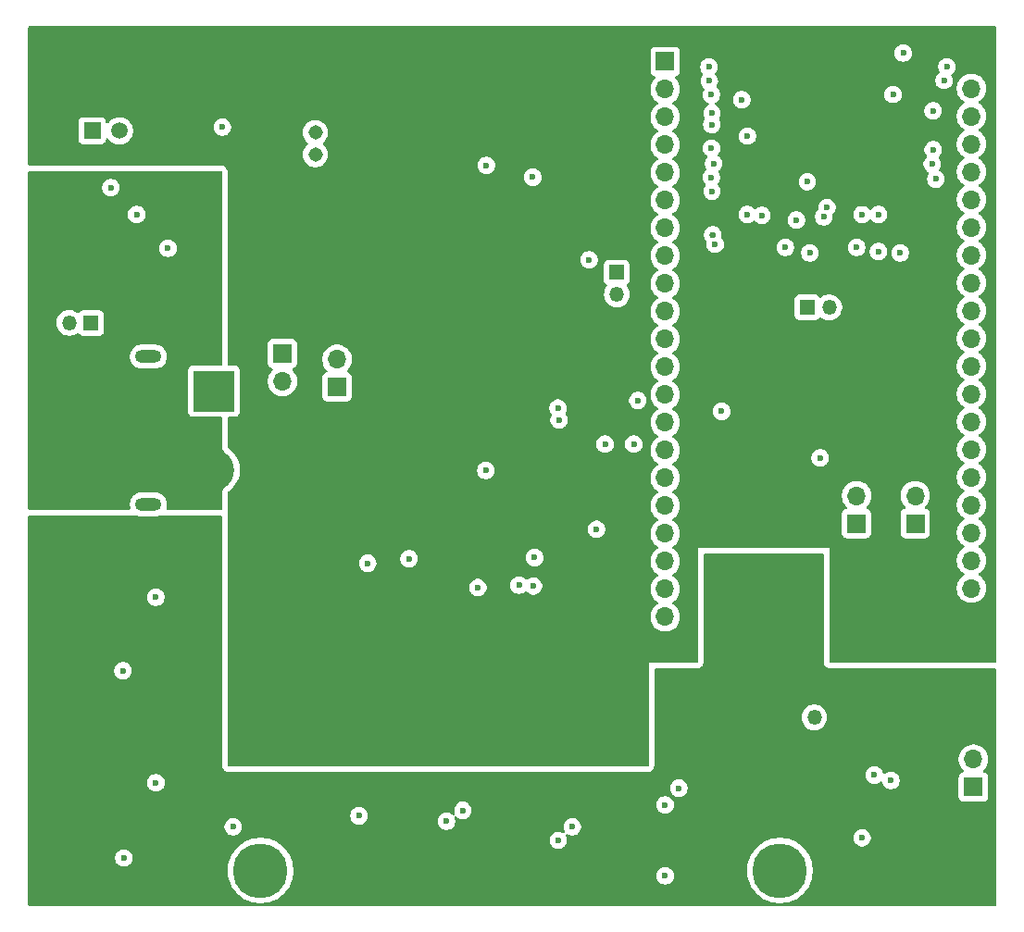
<source format=gbr>
%TF.GenerationSoftware,KiCad,Pcbnew,9.0.0*%
%TF.CreationDate,2025-05-21T17:06:58+02:00*%
%TF.ProjectId,DKWS_PCB,444b5753-5f50-4434-922e-6b696361645f,rev?*%
%TF.SameCoordinates,Original*%
%TF.FileFunction,Copper,L2,Inr*%
%TF.FilePolarity,Positive*%
%FSLAX46Y46*%
G04 Gerber Fmt 4.6, Leading zero omitted, Abs format (unit mm)*
G04 Created by KiCad (PCBNEW 9.0.0) date 2025-05-21 17:06:58*
%MOMM*%
%LPD*%
G01*
G04 APERTURE LIST*
%TA.AperFunction,HeatsinkPad*%
%ADD10C,0.600000*%
%TD*%
%TA.AperFunction,ComponentPad*%
%ADD11R,1.700000X1.700000*%
%TD*%
%TA.AperFunction,ComponentPad*%
%ADD12O,1.700000X1.700000*%
%TD*%
%TA.AperFunction,ComponentPad*%
%ADD13C,0.800000*%
%TD*%
%TA.AperFunction,ComponentPad*%
%ADD14C,5.000000*%
%TD*%
%TA.AperFunction,ComponentPad*%
%ADD15R,1.350000X1.350000*%
%TD*%
%TA.AperFunction,ComponentPad*%
%ADD16O,1.350000X1.350000*%
%TD*%
%TA.AperFunction,ComponentPad*%
%ADD17R,1.308000X1.308000*%
%TD*%
%TA.AperFunction,ComponentPad*%
%ADD18C,1.308000*%
%TD*%
%TA.AperFunction,ComponentPad*%
%ADD19O,2.460000X1.230000*%
%TD*%
%TA.AperFunction,ComponentPad*%
%ADD20C,1.508000*%
%TD*%
%TA.AperFunction,ComponentPad*%
%ADD21R,1.508000X1.508000*%
%TD*%
%TA.AperFunction,ComponentPad*%
%ADD22C,0.600000*%
%TD*%
%TA.AperFunction,ComponentPad*%
%ADD23R,3.716000X3.716000*%
%TD*%
%TA.AperFunction,ComponentPad*%
%ADD24C,3.716000*%
%TD*%
%TA.AperFunction,ComponentPad*%
%ADD25O,2.400000X1.200000*%
%TD*%
%TA.AperFunction,ViaPad*%
%ADD26C,0.600000*%
%TD*%
%TA.AperFunction,Conductor*%
%ADD27C,0.250000*%
%TD*%
%TA.AperFunction,Conductor*%
%ADD28C,0.750000*%
%TD*%
%TA.AperFunction,Conductor*%
%ADD29C,0.500000*%
%TD*%
%TA.AperFunction,Conductor*%
%ADD30C,0.700000*%
%TD*%
G04 APERTURE END LIST*
D10*
%TO.N,3.3V GND*%
%TO.C,U1*%
X92318500Y-49315500D03*
X92318500Y-50715500D03*
X93018500Y-48615500D03*
X93018500Y-50015500D03*
X93018500Y-51415500D03*
X93718500Y-49315500D03*
X93718500Y-50715500D03*
X94418500Y-48615500D03*
X94418500Y-50015500D03*
X94418500Y-51415500D03*
X95118500Y-49315500D03*
X95118500Y-50715500D03*
%TD*%
D11*
%TO.N,3.3V GND*%
%TO.C,J1*%
X108968500Y-44285500D03*
D12*
%TO.N,Net-(J1-Pin_2)*%
X108968500Y-46825500D03*
%TO.N,Net-(J1-Pin_3)*%
X108968500Y-49365500D03*
%TO.N,Voltage Measure*%
X108968500Y-51905500D03*
%TO.N,Net-(J1-Pin_5)*%
X108968500Y-54445500D03*
%TO.N,Net-(J1-Pin_6)*%
X108968500Y-56985500D03*
%TO.N,Net-(J1-Pin_7)*%
X108968500Y-59525500D03*
%TO.N,Net-(J1-Pin_8)*%
X108968500Y-62065500D03*
%TO.N,Net-(J1-Pin_9)*%
X108968500Y-64605500D03*
%TO.N,Net-(J1-Pin_10)*%
X108968500Y-67145500D03*
%TO.N,Net-(J1-Pin_11)*%
X108968500Y-69685500D03*
%TO.N,Net-(J1-Pin_12)*%
X108968500Y-72225500D03*
%TO.N,Net-(J1-Pin_13)*%
X108968500Y-74765500D03*
%TO.N,Net-(J1-Pin_14)*%
X108968500Y-77305500D03*
%TO.N,Net-(J1-Pin_15)*%
X108968500Y-79845500D03*
%TO.N,Net-(J1-Pin_16)*%
X108968500Y-82385500D03*
%TO.N,Net-(J1-Pin_17)*%
X108968500Y-84925500D03*
%TO.N,Net-(J1-Pin_18)*%
X108968500Y-87465500D03*
%TO.N,Net-(J1-Pin_19)*%
X108968500Y-90005500D03*
%TO.N,Net-(J1-Pin_20)*%
X108968500Y-92545500D03*
%TO.N,3.3V GND*%
X108968500Y-95085500D03*
X108968500Y-97625500D03*
%TD*%
D11*
%TO.N,Net-(JP3-A)*%
%TO.C,JP3*%
X50968500Y-74140500D03*
D12*
%TO.N,Net-(JP3-B)*%
X50968500Y-71600500D03*
%TD*%
D13*
%TO.N,3.3V GND*%
%TO.C,H2*%
X59593500Y-62865500D03*
X60142675Y-61539675D03*
X60142675Y-64191325D03*
X61468500Y-60990500D03*
D14*
X61468500Y-62865500D03*
D13*
X61468500Y-64740500D03*
X62794325Y-61539675D03*
X62794325Y-64191325D03*
X63343500Y-62865500D03*
%TD*%
D15*
%TO.N,3.3V OUT*%
%TO.C,JP6*%
X93968500Y-66865500D03*
D16*
%TO.N,Net-(JP6-B)*%
X95968500Y-66865500D03*
%TD*%
D17*
%TO.N,3.3V GND*%
%TO.C,S1*%
X48968500Y-48865500D03*
D18*
%TO.N,Charger GND*%
X48968500Y-50865500D03*
%TO.N,unconnected-(S1-Pad3)*%
X48968500Y-52865500D03*
D19*
%TO.N,3.3V GND*%
X48968500Y-46665500D03*
X48968500Y-55065500D03*
%TD*%
D11*
%TO.N,5V OUT*%
%TO.C,JP9*%
X109158500Y-110740500D03*
D12*
%TO.N,Net-(D6-A)*%
X109158500Y-108200500D03*
%TD*%
D13*
%TO.N,3.3V GND*%
%TO.C,H1*%
X35593500Y-43865500D03*
X36142675Y-42539675D03*
X36142675Y-45191325D03*
X37468500Y-41990500D03*
D14*
X37468500Y-43865500D03*
D13*
X37468500Y-45740500D03*
X38794325Y-42539675D03*
X38794325Y-45191325D03*
X39343500Y-43865500D03*
%TD*%
D11*
%TO.N,Main_TXD*%
%TO.C,JP2*%
X98468500Y-86620500D03*
D12*
%TO.N,Net-(J1-Pin_3)*%
X98468500Y-84080500D03*
%TD*%
D11*
%TO.N,3.3V OUT*%
%TO.C,J2*%
X80968500Y-44365500D03*
D12*
X80968500Y-46905500D03*
%TO.N,Net-(J2-Pin_3)*%
X80968500Y-49445500D03*
%TO.N,Temperature*%
X80968500Y-51985500D03*
%TO.N,Sensors PWR*%
X80968500Y-54525500D03*
%TO.N,Net-(J2-Pin_6)*%
X80968500Y-57065500D03*
%TO.N,Net-(J2-Pin_7)*%
X80968500Y-59605500D03*
%TO.N,RS232_TX*%
X80968500Y-62145500D03*
%TO.N,RS232_RX*%
X80968500Y-64685500D03*
%TO.N,SDS_RX*%
X80968500Y-67225500D03*
%TO.N,SDS_TX*%
X80968500Y-69765500D03*
%TO.N,VEML_SDA*%
X80968500Y-72305500D03*
%TO.N,Net-(J2-Pin_13)*%
X80968500Y-74845500D03*
%TO.N,Net-(J2-Pin_14)*%
X80968500Y-77385500D03*
%TO.N,VEML_SCL*%
X80968500Y-79925500D03*
%TO.N,ESP-BC RST*%
X80968500Y-82465500D03*
%TO.N,PSM_EINT*%
X80968500Y-85005500D03*
%TO.N,Net-(J2-Pin_18)*%
X80968500Y-87545500D03*
%TO.N,Net-(J2-Pin_19)*%
X80968500Y-90085500D03*
%TO.N,Net-(J2-Pin_20)*%
X80968500Y-92625500D03*
%TO.N,5V OUT*%
X80968500Y-95165500D03*
%TO.N,3.3V GND*%
X80968500Y-97705500D03*
%TD*%
D15*
%TO.N,SENS GND*%
%TO.C,JP10*%
X94603500Y-102365500D03*
D16*
%TO.N,Net-(JP10-B)*%
X94603500Y-104365500D03*
%TD*%
D11*
%TO.N,Main_RXD*%
%TO.C,JP1*%
X103833500Y-86620500D03*
D12*
%TO.N,Net-(J1-Pin_2)*%
X103833500Y-84080500D03*
%TD*%
D10*
%TO.N,Charger GND*%
%TO.C,U3*%
X32468500Y-64565500D03*
X32468500Y-63365500D03*
X32468500Y-62165500D03*
X31068500Y-64565500D03*
X31068500Y-63365500D03*
X31068500Y-62165500D03*
%TD*%
D15*
%TO.N,Net-(J10-+)*%
%TO.C,JP8*%
X28468500Y-68265500D03*
D16*
%TO.N,Net-(D1-A)*%
X26468500Y-68265500D03*
%TD*%
D13*
%TO.N,N/C*%
%TO.C,H4*%
X42093500Y-118365500D03*
X42642675Y-117039675D03*
X42642675Y-119691325D03*
X43968500Y-116490500D03*
D14*
X43968500Y-118365500D03*
D13*
X43968500Y-120240500D03*
X45294325Y-117039675D03*
X45294325Y-119691325D03*
X45843500Y-118365500D03*
%TD*%
D15*
%TO.N,3.3V OUT*%
%TO.C,JP7*%
X76546000Y-63665500D03*
D16*
%TO.N,Net-(JP7-B)*%
X76546000Y-65665500D03*
%TD*%
D11*
%TO.N,3.3V OUT*%
%TO.C,JP5*%
X45968500Y-71090500D03*
D12*
%TO.N,Net-(JP5-B)*%
X45968500Y-73630500D03*
%TD*%
D20*
%TO.N,Battery GND*%
%TO.C,J6*%
X31063800Y-50703000D03*
D21*
%TO.N,Charger OUT*%
X28563800Y-50703000D03*
%TD*%
D22*
%TO.N,3.3V GND*%
%TO.C,U5*%
X67368500Y-53865500D03*
X66868500Y-53865500D03*
X66368500Y-53865500D03*
X67368500Y-53365500D03*
X66868500Y-53365500D03*
X66368500Y-53365500D03*
X67368500Y-52865500D03*
X66868500Y-52865500D03*
X66368500Y-52865500D03*
X67368500Y-52365500D03*
X66868500Y-52365500D03*
X66368500Y-52365500D03*
X67368500Y-51865500D03*
X66868500Y-51865500D03*
X66368500Y-51865500D03*
%TD*%
D13*
%TO.N,N/C*%
%TO.C,H5*%
X89593500Y-118365500D03*
X90142675Y-117039675D03*
X90142675Y-119691325D03*
X91468500Y-116490500D03*
D14*
X91468500Y-118365500D03*
D13*
X91468500Y-120240500D03*
X92794325Y-117039675D03*
X92794325Y-119691325D03*
X93343500Y-118365500D03*
%TD*%
D23*
%TO.N,Net-(J10-+)*%
%TO.C,J10*%
X39713500Y-74515500D03*
D24*
%TO.N,Charger GND*%
X39713500Y-81715500D03*
D25*
%TO.N,N/C*%
X33713500Y-71365500D03*
X33713500Y-84865500D03*
%TD*%
D13*
%TO.N,3.3V GND*%
%TO.C,H3*%
X100093500Y-95365500D03*
X100642675Y-94039675D03*
X100642675Y-96691325D03*
X101968500Y-93490500D03*
D14*
X101968500Y-95365500D03*
D13*
X101968500Y-97240500D03*
X103294325Y-94039675D03*
X103294325Y-96691325D03*
X103843500Y-95365500D03*
%TD*%
D26*
%TO.N,Net-(J10-+)*%
X35500000Y-61460500D03*
%TO.N,3.3V GND*%
X51146000Y-62440500D03*
X50121000Y-61615500D03*
X46468500Y-65940500D03*
X24500000Y-52000000D03*
X63340000Y-48380000D03*
X48000000Y-105000000D03*
X51691000Y-63165500D03*
X64968500Y-65865500D03*
X92468500Y-44865500D03*
X95968500Y-73365500D03*
X97968500Y-48365500D03*
X96000000Y-78500000D03*
X43000000Y-93500000D03*
X88950000Y-83370000D03*
X64968500Y-63865500D03*
X67968500Y-71365500D03*
X48968500Y-86365500D03*
X55998500Y-83385500D03*
X57778500Y-63955500D03*
X56588500Y-66665500D03*
X100468500Y-50865500D03*
X75000000Y-44000000D03*
X58758500Y-76865500D03*
X73360000Y-56560000D03*
X95468500Y-44865500D03*
X102468500Y-42085500D03*
X65968500Y-63365500D03*
X72020000Y-93730000D03*
X61191000Y-75665500D03*
X78500000Y-65000000D03*
X60000000Y-57000000D03*
X101968500Y-54865500D03*
X75710000Y-48380000D03*
X52968500Y-100365500D03*
X60000000Y-44000000D03*
X52528500Y-62275500D03*
X53178500Y-65755500D03*
X59500000Y-92510000D03*
X87918500Y-42185500D03*
X89128500Y-41865500D03*
X49191000Y-67115500D03*
X61308500Y-77515500D03*
X62590000Y-48380000D03*
X75159500Y-96110000D03*
X105758500Y-43325500D03*
X92500000Y-75550000D03*
X60370000Y-48380000D03*
X95968500Y-53365500D03*
X70968500Y-62555500D03*
X49468500Y-89365500D03*
X97968500Y-44865500D03*
X57658500Y-77105500D03*
X47146000Y-66440500D03*
X49968500Y-75865500D03*
X49778500Y-93195500D03*
X56968500Y-84865500D03*
X56868500Y-83325500D03*
X64968500Y-64865500D03*
X57798500Y-75945500D03*
X98968500Y-57365500D03*
X58468500Y-100365500D03*
X55908500Y-62235500D03*
X50968500Y-99365500D03*
X77688500Y-77415500D03*
X63519500Y-87540000D03*
X97968500Y-46365500D03*
X103078500Y-65655500D03*
X66138500Y-49865500D03*
X95968500Y-63865500D03*
X67265167Y-49225500D03*
X56968500Y-100365500D03*
X78368500Y-82765500D03*
X67568500Y-55575500D03*
X71768500Y-63145500D03*
X105468500Y-42365500D03*
X57468500Y-70365500D03*
X71150000Y-48380000D03*
X94268500Y-57665500D03*
X72540000Y-69690000D03*
X92458500Y-73335500D03*
X49728500Y-91465500D03*
X49468500Y-88365500D03*
X78191000Y-76665500D03*
X61191000Y-74165500D03*
X84328500Y-41915500D03*
X90468500Y-48365500D03*
X46468500Y-63940500D03*
X43010000Y-68630000D03*
X88468500Y-46365500D03*
X57691000Y-72665500D03*
X58468500Y-75365500D03*
X60119500Y-94840000D03*
X66551833Y-49225500D03*
X90468500Y-46365500D03*
X98968500Y-52365500D03*
X33050000Y-50520000D03*
X89038500Y-54525500D03*
X61280000Y-48380000D03*
X66863500Y-49865500D03*
X95468500Y-46365500D03*
X71708500Y-62215500D03*
X50218500Y-67115500D03*
X72240000Y-89100000D03*
X55118500Y-93455500D03*
X96268500Y-75255500D03*
X85518500Y-75445500D03*
X34520000Y-53300000D03*
X100468500Y-46365500D03*
X53691000Y-63165500D03*
X96468500Y-50365500D03*
X67588500Y-49865500D03*
X65808500Y-70485500D03*
X66691000Y-70165500D03*
X54000000Y-57500000D03*
X89468500Y-53365500D03*
X62089500Y-88400000D03*
X60898500Y-76545500D03*
X77500000Y-88000000D03*
X46468500Y-64940500D03*
X40850000Y-51630000D03*
X49121000Y-61615500D03*
X38700000Y-53510000D03*
X66148500Y-55575500D03*
X64290000Y-76340000D03*
X54968500Y-70865500D03*
X56818500Y-63465500D03*
X54691000Y-63165500D03*
X67950000Y-49220000D03*
X66468500Y-73865500D03*
X106500000Y-81000000D03*
X88358500Y-49825500D03*
X59380000Y-88610000D03*
X102088500Y-56725500D03*
X56468500Y-67865500D03*
X71520000Y-89100000D03*
X53968500Y-99865500D03*
X51468500Y-100365500D03*
X92458500Y-71535500D03*
X88468500Y-44865500D03*
X55158500Y-91545500D03*
X58908500Y-65915500D03*
X27000000Y-44500000D03*
X47146000Y-65440500D03*
X59468500Y-79365500D03*
X24500000Y-42000000D03*
X103168500Y-74195500D03*
X40870000Y-52400000D03*
X67080000Y-88500000D03*
X95968500Y-74365500D03*
X55968500Y-70865500D03*
X58468500Y-74365500D03*
X102498500Y-63925500D03*
X103168500Y-70555500D03*
X58468500Y-72365500D03*
X66508500Y-56255500D03*
X76000000Y-107000000D03*
X46430000Y-76420000D03*
X56108500Y-65765500D03*
X85888500Y-74655500D03*
X62409500Y-92440000D03*
X56468500Y-69365500D03*
X84468500Y-69865500D03*
X67278500Y-56255500D03*
X78758500Y-82045500D03*
X92468500Y-46365500D03*
X58968500Y-73365500D03*
X47146000Y-64440500D03*
X90468500Y-44865500D03*
X64409500Y-101610000D03*
X65838500Y-49225500D03*
X46468500Y-62940500D03*
X73370000Y-48380000D03*
X48468500Y-92365500D03*
X59468500Y-99865500D03*
X51146000Y-66440500D03*
X54148500Y-65705500D03*
X50468500Y-93865500D03*
X48191000Y-67115500D03*
X40520000Y-53000000D03*
X85178500Y-42205500D03*
X39270000Y-53030000D03*
X47146000Y-62440500D03*
X33000000Y-44500000D03*
X47146000Y-63440500D03*
X24500000Y-49500000D03*
X54000000Y-44000000D03*
X50968500Y-75865500D03*
X49418500Y-92235500D03*
X38020000Y-53040000D03*
X83968500Y-68365500D03*
X62319500Y-87490000D03*
X66968500Y-71365500D03*
X100468500Y-44865500D03*
X92458500Y-72405500D03*
X70130000Y-86800000D03*
X39910000Y-53520000D03*
X72570000Y-48380000D03*
X58691000Y-70165500D03*
X59968500Y-70365500D03*
X91968500Y-57865500D03*
X88990000Y-81080000D03*
X67638500Y-70545500D03*
X58468500Y-77865500D03*
X45000000Y-44000000D03*
X70400000Y-48380000D03*
X93778500Y-52995500D03*
X49468500Y-87365500D03*
X59968500Y-72865500D03*
X95548500Y-68915500D03*
X45000000Y-57500000D03*
X48121000Y-61615500D03*
X55228500Y-65755500D03*
X49548500Y-90645500D03*
X101968500Y-48865500D03*
X57691000Y-71665500D03*
X56168500Y-84505500D03*
X49500000Y-57500000D03*
X72720000Y-57340000D03*
X74820000Y-48380000D03*
X102528500Y-64815500D03*
X71750000Y-57480000D03*
X60968500Y-78365500D03*
X52198500Y-65675500D03*
X99258500Y-54125500D03*
X67840000Y-88200000D03*
X84848500Y-74965500D03*
X78388500Y-81315500D03*
X45990000Y-77290000D03*
X68409500Y-101610000D03*
X56468500Y-99365500D03*
X66858500Y-55575500D03*
X68148500Y-72665500D03*
X57000000Y-105000000D03*
X101968500Y-52365500D03*
X58578500Y-65015500D03*
X83948500Y-69235500D03*
X54648500Y-92585500D03*
X78500000Y-58000000D03*
X43840000Y-88830000D03*
%TO.N,Net-(J1-Pin_5)*%
X106738400Y-44835500D03*
%TO.N,Net-(J2-Pin_7)*%
X85233000Y-50124300D03*
%TO.N,Net-(J1-Pin_10)*%
X105388500Y-53735500D03*
%TO.N,Net-(J2-Pin_20)*%
X95758500Y-57715500D03*
%TO.N,Voltage Measure*%
X40468500Y-50365500D03*
X102733500Y-43586000D03*
%TO.N,SENS GND*%
X42760000Y-112720000D03*
X40018500Y-100895500D03*
X83858500Y-100535500D03*
X51488500Y-118265500D03*
X50988500Y-115475500D03*
X27638500Y-117535500D03*
X55318500Y-119115500D03*
X24500000Y-120000000D03*
X94968500Y-98365500D03*
X105218500Y-110155500D03*
X39000000Y-103500000D03*
X100968500Y-118365500D03*
X78538500Y-115365500D03*
X29628500Y-115258833D03*
X92968500Y-98365500D03*
X33500000Y-103500000D03*
X77300000Y-113380000D03*
X50368500Y-118235500D03*
X104238500Y-109765500D03*
X49768500Y-119175500D03*
X56710000Y-113650000D03*
X105048500Y-109265500D03*
X33528500Y-99945500D03*
X100648500Y-102235500D03*
X101360000Y-115290000D03*
X104468500Y-119365500D03*
X34958500Y-117315500D03*
X98468500Y-119365500D03*
X65328500Y-117775500D03*
X105360000Y-115100000D03*
X36028500Y-116755500D03*
X39138500Y-100815500D03*
X101968500Y-118365500D03*
X27160000Y-100365500D03*
X86778500Y-119545500D03*
X85138500Y-99175500D03*
X25878500Y-117535500D03*
X29618500Y-99107167D03*
X100370000Y-115290000D03*
X109500000Y-119500000D03*
X38418500Y-117255500D03*
X34438500Y-99945500D03*
X85248500Y-100645500D03*
X81000000Y-107000000D03*
X24500000Y-106000000D03*
X25268500Y-116955500D03*
X84648500Y-100055500D03*
X29628500Y-114395500D03*
X109500000Y-101000000D03*
X39000000Y-120000000D03*
X70448500Y-113955500D03*
X99718500Y-102195500D03*
X86748500Y-120465500D03*
X35078500Y-99305500D03*
X101408500Y-102835500D03*
X84968500Y-98365500D03*
X81000000Y-102000000D03*
X93468500Y-99365500D03*
X106390000Y-115120000D03*
X59800000Y-115480000D03*
X76928500Y-115585500D03*
X39368500Y-117385500D03*
X59840000Y-118030000D03*
X90380000Y-113820000D03*
X86728500Y-118575500D03*
X40398500Y-117315500D03*
X98468500Y-120365500D03*
X29628500Y-116122167D03*
X39000000Y-89000000D03*
X53968500Y-117865500D03*
X26758500Y-117535500D03*
X38108500Y-100555500D03*
X49078500Y-118485500D03*
X26228500Y-100345500D03*
X98118500Y-118545500D03*
X99968500Y-118365500D03*
X69810000Y-115570000D03*
X52968500Y-118865500D03*
X98160000Y-109120000D03*
X104788500Y-118445500D03*
X25000000Y-89500000D03*
X93968500Y-98365500D03*
X28090000Y-100365500D03*
X96000000Y-109000000D03*
X77508500Y-116275500D03*
X104468500Y-120365500D03*
X29618500Y-98243833D03*
X38048500Y-99635500D03*
X37808500Y-116545500D03*
X39410000Y-109010000D03*
X94468500Y-99365500D03*
X35118500Y-116335500D03*
X29618500Y-97380500D03*
%TO.N,12V OUT*%
X98968500Y-115365500D03*
X41468500Y-114365500D03*
%TO.N,Net-(J2-Pin_3)*%
X84968500Y-44865500D03*
%TO.N,Net-(J2-Pin_13)*%
X85324800Y-60221800D03*
%TO.N,Net-(J2-Pin_14)*%
X85536100Y-61082200D03*
%TO.N,Net-(J1-Pin_20)*%
X88468500Y-58365500D03*
%TO.N,Net-(J1-Pin_18)*%
X98468500Y-61365500D03*
%TO.N,Net-(J1-Pin_16)*%
X100468500Y-58365500D03*
%TO.N,Net-(J1-Pin_19)*%
X93968500Y-55365500D03*
%TO.N,Net-(J2-Pin_19)*%
X95468500Y-58565500D03*
%TO.N,Net-(J1-Pin_3)*%
X101799500Y-47375500D03*
%TO.N,Net-(J1-Pin_2)*%
X106468500Y-46105500D03*
%TO.N,Net-(J2-Pin_18)*%
X94206300Y-61865500D03*
%TO.N,Net-(J1-Pin_15)*%
X102468500Y-61865500D03*
%TO.N,Net-(J1-Pin_9)*%
X105478500Y-52435500D03*
%TO.N,VEML_SDA*%
X82218500Y-110835500D03*
X62468500Y-112865500D03*
X85246400Y-56233000D03*
%TO.N,Net-(J1-Pin_11)*%
X105718500Y-55115500D03*
%TO.N,Net-(J2-Pin_6)*%
X85248400Y-49085600D03*
%TO.N,Net-(J1-Pin_6)*%
X105468500Y-48865500D03*
%TO.N,VEML_SCL*%
X86128500Y-76365500D03*
X60968500Y-113865500D03*
X80968500Y-112365500D03*
X89817500Y-58440500D03*
%TO.N,Net-(J1-Pin_17)*%
X100468500Y-61746413D03*
%TO.N,RS232_TX*%
X88498500Y-51185500D03*
X100103500Y-109638000D03*
X98968500Y-58365500D03*
%TO.N,SDS_RX*%
X71190000Y-115610000D03*
X85404400Y-53688100D03*
%TO.N,Net-(U4-CS)*%
X30267500Y-55890500D03*
X32629500Y-58365500D03*
%TO.N,Net-(D4-A)*%
X34398500Y-110345500D03*
X31468500Y-117225500D03*
%TO.N,Net-(D5-A)*%
X31378500Y-100095500D03*
X34388500Y-93365500D03*
%TO.N,RS232_RX*%
X101603500Y-110138000D03*
X85199100Y-52284400D03*
%TO.N,SDS_TX*%
X85185500Y-54964600D03*
X72468500Y-114365500D03*
%TO.N,PSM_EINT*%
X92968500Y-58865500D03*
X74018500Y-62505500D03*
%TO.N,Temperature*%
X52968500Y-113365500D03*
X80968500Y-118865500D03*
X85000500Y-46143400D03*
%TO.N,Net-(U5-EN)*%
X68858500Y-54945500D03*
X64618500Y-53865500D03*
%TO.N,Sensors PWR*%
X85185500Y-47402900D03*
X95138500Y-80625500D03*
X87968500Y-47865500D03*
%TO.N,Main_RXD*%
X78468500Y-75365500D03*
X71168500Y-76065500D03*
%TO.N,Main_TXD*%
X71268500Y-77165500D03*
X78098500Y-79365500D03*
%TO.N,BC660K Reset*%
X57541000Y-89845500D03*
X75468500Y-79365500D03*
%TO.N,BC660K Boot*%
X53760000Y-90260000D03*
X64560000Y-81770000D03*
%TO.N,ESP-BC RST*%
X91968500Y-61365500D03*
%TO.N,Charger GND*%
X36020000Y-55080000D03*
X23410000Y-55300000D03*
X36140000Y-59480000D03*
X38640000Y-56770000D03*
X36350000Y-58830000D03*
X24740000Y-84160000D03*
X30468500Y-60365500D03*
X38730000Y-61000000D03*
X35700000Y-55730000D03*
X36500000Y-69000000D03*
X38720000Y-61850000D03*
X31000000Y-69000000D03*
X37800000Y-63020000D03*
X29000000Y-81500000D03*
X38710000Y-64140000D03*
X35450000Y-59510000D03*
X38630000Y-64930000D03*
X38610000Y-63360000D03*
X31060000Y-59990000D03*
X32710000Y-65410000D03*
X26500000Y-72000000D03*
X39000000Y-56000000D03*
X38210000Y-62420000D03*
X35720000Y-65350000D03*
X36610000Y-62680000D03*
X31000000Y-72000000D03*
X30640000Y-59400000D03*
X35840000Y-57340000D03*
X35470000Y-66010000D03*
X36500000Y-72000000D03*
X35900000Y-62690000D03*
X24500000Y-72000000D03*
X27000000Y-78000000D03*
X35500000Y-81500000D03*
X38180000Y-56070000D03*
X35350000Y-54780000D03*
X37500000Y-65865500D03*
X38570000Y-55240000D03*
%TO.N,Net-(J12-CLK)*%
X68910500Y-92340000D03*
X69031000Y-89744500D03*
%TO.N,Net-(J12-VCC)*%
X74689500Y-87160000D03*
X63830500Y-92490000D03*
X67599500Y-92260000D03*
%TD*%
D27*
%TO.N,Net-(J1-Pin_7)*%
X109189500Y-59326500D02*
X109468500Y-59605500D01*
D28*
%TO.N,3.3V OUT*%
X80968500Y-46905500D02*
X80760359Y-46905500D01*
D29*
%TO.N,Net-(J2-Pin_13)*%
X85324800Y-60221800D02*
X85263714Y-60221800D01*
D30*
%TO.N,Net-(J1-Pin_3)*%
X109048500Y-49445500D02*
X109468500Y-49445500D01*
%TD*%
%TA.AperFunction,Conductor*%
%TO.N,3.3V GND*%
G36*
X40968500Y-49736835D02*
G01*
X40847685Y-49656109D01*
X40847672Y-49656102D01*
X40702001Y-49595764D01*
X40701989Y-49595761D01*
X40547345Y-49565000D01*
X40547342Y-49565000D01*
X40389658Y-49565000D01*
X40389655Y-49565000D01*
X40235010Y-49595761D01*
X40234998Y-49595764D01*
X40089327Y-49656102D01*
X40089314Y-49656109D01*
X39958211Y-49743710D01*
X39958207Y-49743713D01*
X39846713Y-49855207D01*
X39846710Y-49855211D01*
X39759109Y-49986314D01*
X39759102Y-49986327D01*
X39698764Y-50131998D01*
X39698761Y-50132010D01*
X39668000Y-50286653D01*
X39668000Y-50444346D01*
X39698761Y-50598989D01*
X39698764Y-50599001D01*
X39759102Y-50744672D01*
X39759109Y-50744685D01*
X39846710Y-50875788D01*
X39846713Y-50875792D01*
X39958207Y-50987286D01*
X39958211Y-50987289D01*
X40089314Y-51074890D01*
X40089327Y-51074897D01*
X40234998Y-51135235D01*
X40235003Y-51135237D01*
X40389653Y-51165999D01*
X40389656Y-51166000D01*
X40389658Y-51166000D01*
X40547344Y-51166000D01*
X40547345Y-51165999D01*
X40701997Y-51135237D01*
X40847679Y-51074894D01*
X40968500Y-50994163D01*
X40968500Y-54362993D01*
X40942578Y-54321031D01*
X40911613Y-54227996D01*
X40833825Y-54106957D01*
X40833820Y-54106951D01*
X40788076Y-54054159D01*
X40788072Y-54054156D01*
X40788070Y-54054153D01*
X40679336Y-53959933D01*
X40679333Y-53959931D01*
X40679331Y-53959930D01*
X40548465Y-53900164D01*
X40548460Y-53900162D01*
X40548459Y-53900162D01*
X40481420Y-53880477D01*
X40481422Y-53880477D01*
X40481417Y-53880476D01*
X40419354Y-53871553D01*
X40339000Y-53860000D01*
X22843000Y-53860000D01*
X22775961Y-53840315D01*
X22730206Y-53787511D01*
X22719000Y-53736000D01*
X22719000Y-49901135D01*
X27309300Y-49901135D01*
X27309300Y-51504870D01*
X27309301Y-51504876D01*
X27315708Y-51564483D01*
X27366002Y-51699328D01*
X27366006Y-51699335D01*
X27452252Y-51814544D01*
X27452255Y-51814547D01*
X27567464Y-51900793D01*
X27567471Y-51900797D01*
X27702317Y-51951091D01*
X27702316Y-51951091D01*
X27709244Y-51951835D01*
X27761927Y-51957500D01*
X29365672Y-51957499D01*
X29425283Y-51951091D01*
X29560131Y-51900796D01*
X29675346Y-51814546D01*
X29761596Y-51699331D01*
X29811891Y-51564483D01*
X29818300Y-51504873D01*
X29818299Y-51504662D01*
X29818313Y-51504617D01*
X29818478Y-51501547D01*
X29819202Y-51501585D01*
X29837965Y-51437621D01*
X29890756Y-51391851D01*
X29959912Y-51381888D01*
X30023475Y-51410895D01*
X30042617Y-51431746D01*
X30106915Y-51520245D01*
X30106919Y-51520250D01*
X30246553Y-51659884D01*
X30396034Y-51768486D01*
X30406299Y-51775944D01*
X30582239Y-51865591D01*
X30707437Y-51906270D01*
X30770036Y-51926610D01*
X30965064Y-51957500D01*
X30965069Y-51957500D01*
X31162536Y-51957500D01*
X31357563Y-51926610D01*
X31545361Y-51865591D01*
X31721301Y-51775944D01*
X31826755Y-51699328D01*
X31881046Y-51659884D01*
X31881048Y-51659881D01*
X31881052Y-51659879D01*
X32020679Y-51520252D01*
X32020681Y-51520248D01*
X32020684Y-51520246D01*
X32113967Y-51391851D01*
X32136744Y-51360501D01*
X32226391Y-51184561D01*
X32287410Y-50996763D01*
X32306570Y-50875792D01*
X32318300Y-50801736D01*
X32318300Y-50604263D01*
X32287410Y-50409236D01*
X32247580Y-50286653D01*
X32226391Y-50221439D01*
X32136744Y-50045499D01*
X32096636Y-49990294D01*
X32020684Y-49885753D01*
X31881046Y-49746115D01*
X31721304Y-49630058D01*
X31721303Y-49630057D01*
X31721301Y-49630056D01*
X31545361Y-49540409D01*
X31545358Y-49540408D01*
X31357563Y-49479389D01*
X31162536Y-49448500D01*
X31162531Y-49448500D01*
X30965069Y-49448500D01*
X30965064Y-49448500D01*
X30770036Y-49479389D01*
X30582241Y-49540408D01*
X30406295Y-49630058D01*
X30246553Y-49746115D01*
X30106919Y-49885749D01*
X30106915Y-49885754D01*
X30042617Y-49974254D01*
X29987287Y-50016920D01*
X29917674Y-50022899D01*
X29855879Y-49990294D01*
X29821522Y-49929455D01*
X29818649Y-49904426D01*
X29818476Y-49904436D01*
X29818323Y-49901578D01*
X29818299Y-49901369D01*
X29818299Y-49901129D01*
X29818298Y-49901123D01*
X29818297Y-49901116D01*
X29811891Y-49841517D01*
X29776308Y-49746115D01*
X29761597Y-49706671D01*
X29761593Y-49706664D01*
X29675347Y-49591455D01*
X29675344Y-49591452D01*
X29560135Y-49505206D01*
X29560128Y-49505202D01*
X29425282Y-49454908D01*
X29425283Y-49454908D01*
X29365683Y-49448501D01*
X29365681Y-49448500D01*
X29365673Y-49448500D01*
X29365664Y-49448500D01*
X27761929Y-49448500D01*
X27761923Y-49448501D01*
X27702316Y-49454908D01*
X27567471Y-49505202D01*
X27567464Y-49505206D01*
X27452255Y-49591452D01*
X27452252Y-49591455D01*
X27366006Y-49706664D01*
X27366002Y-49706671D01*
X27315708Y-49841517D01*
X27309301Y-49901116D01*
X27309301Y-49901123D01*
X27309300Y-49901135D01*
X22719000Y-49901135D01*
X22719000Y-41240000D01*
X22738685Y-41172961D01*
X22791489Y-41127206D01*
X22843000Y-41116000D01*
X40968500Y-41116000D01*
X40968500Y-49736835D01*
G37*
%TD.AperFunction*%
%TD*%
%TA.AperFunction,Conductor*%
%TO.N,SENS GND*%
G36*
X32678578Y-85879016D02*
G01*
X32691050Y-85885371D01*
X32691052Y-85885371D01*
X32691055Y-85885373D01*
X32855799Y-85938902D01*
X33026889Y-85966000D01*
X33026890Y-85966000D01*
X34400110Y-85966000D01*
X34400111Y-85966000D01*
X34571201Y-85938902D01*
X34735945Y-85885373D01*
X34736314Y-85885185D01*
X34748422Y-85879016D01*
X34804718Y-85865500D01*
X40339000Y-85865500D01*
X40406039Y-85885185D01*
X40451794Y-85937989D01*
X40463000Y-85989500D01*
X40463000Y-87130941D01*
X40463000Y-89816441D01*
X40463000Y-90230941D01*
X40463000Y-92460941D01*
X40463000Y-108741500D01*
X40463001Y-108741509D01*
X40474552Y-108848950D01*
X40474554Y-108848962D01*
X40485760Y-108900472D01*
X40519883Y-109002997D01*
X40519886Y-109003003D01*
X40597671Y-109124037D01*
X40597679Y-109124048D01*
X40643423Y-109176840D01*
X40643426Y-109176843D01*
X40643430Y-109176847D01*
X40752164Y-109271067D01*
X40752167Y-109271068D01*
X40752168Y-109271069D01*
X40869909Y-109324841D01*
X40883041Y-109330838D01*
X40950080Y-109350523D01*
X40950084Y-109350524D01*
X41092500Y-109371000D01*
X41092503Y-109371000D01*
X79344490Y-109371000D01*
X79344500Y-109371000D01*
X79451956Y-109359447D01*
X79503467Y-109348241D01*
X79537697Y-109336847D01*
X79605997Y-109314116D01*
X79606001Y-109314113D01*
X79606004Y-109314113D01*
X79727043Y-109236325D01*
X79779847Y-109190570D01*
X79874067Y-109081836D01*
X79933838Y-108950959D01*
X79953523Y-108883920D01*
X79953524Y-108883916D01*
X79974000Y-108741500D01*
X79974000Y-108094213D01*
X107808000Y-108094213D01*
X107808000Y-108306786D01*
X107841253Y-108516739D01*
X107906944Y-108718914D01*
X108003451Y-108908320D01*
X108128390Y-109080286D01*
X108241930Y-109193826D01*
X108275415Y-109255149D01*
X108270431Y-109324841D01*
X108228559Y-109380774D01*
X108197583Y-109397689D01*
X108066169Y-109446703D01*
X108066164Y-109446706D01*
X107950955Y-109532952D01*
X107950952Y-109532955D01*
X107864706Y-109648164D01*
X107864702Y-109648171D01*
X107814408Y-109783017D01*
X107808797Y-109835211D01*
X107808001Y-109842623D01*
X107808000Y-109842635D01*
X107808000Y-111638370D01*
X107808001Y-111638376D01*
X107814408Y-111697983D01*
X107864702Y-111832828D01*
X107864706Y-111832835D01*
X107950952Y-111948044D01*
X107950955Y-111948047D01*
X108066164Y-112034293D01*
X108066171Y-112034297D01*
X108201017Y-112084591D01*
X108201016Y-112084591D01*
X108207944Y-112085335D01*
X108260627Y-112091000D01*
X110056372Y-112090999D01*
X110115983Y-112084591D01*
X110250831Y-112034296D01*
X110366046Y-111948046D01*
X110452296Y-111832831D01*
X110502591Y-111697983D01*
X110509000Y-111638373D01*
X110508999Y-109842628D01*
X110502591Y-109783017D01*
X110493566Y-109758821D01*
X110452297Y-109648171D01*
X110452293Y-109648164D01*
X110366047Y-109532955D01*
X110366044Y-109532952D01*
X110250835Y-109446706D01*
X110250828Y-109446702D01*
X110119417Y-109397689D01*
X110063483Y-109355818D01*
X110039066Y-109290353D01*
X110053918Y-109222080D01*
X110075063Y-109193832D01*
X110188604Y-109080292D01*
X110313551Y-108908316D01*
X110410057Y-108718912D01*
X110475746Y-108516743D01*
X110509000Y-108306787D01*
X110509000Y-108094213D01*
X110475746Y-107884257D01*
X110410057Y-107682088D01*
X110313551Y-107492684D01*
X110313549Y-107492681D01*
X110313548Y-107492679D01*
X110188609Y-107320713D01*
X110038286Y-107170390D01*
X109866320Y-107045451D01*
X109676914Y-106948944D01*
X109676913Y-106948943D01*
X109676912Y-106948943D01*
X109474743Y-106883254D01*
X109474741Y-106883253D01*
X109474740Y-106883253D01*
X109313457Y-106857708D01*
X109264787Y-106850000D01*
X109052213Y-106850000D01*
X109003542Y-106857708D01*
X108842260Y-106883253D01*
X108640085Y-106948944D01*
X108450679Y-107045451D01*
X108278713Y-107170390D01*
X108128390Y-107320713D01*
X108003451Y-107492679D01*
X107906944Y-107682085D01*
X107841253Y-107884260D01*
X107808000Y-108094213D01*
X79974000Y-108094213D01*
X79974000Y-104272986D01*
X93428000Y-104272986D01*
X93428000Y-104458013D01*
X93456945Y-104640765D01*
X93514119Y-104816732D01*
X93514120Y-104816735D01*
X93598122Y-104981596D01*
X93706879Y-105131287D01*
X93837713Y-105262121D01*
X93987404Y-105370878D01*
X94068263Y-105412077D01*
X94152264Y-105454879D01*
X94152267Y-105454880D01*
X94240250Y-105483467D01*
X94328236Y-105512055D01*
X94510986Y-105541000D01*
X94510987Y-105541000D01*
X94696013Y-105541000D01*
X94696014Y-105541000D01*
X94878764Y-105512055D01*
X95054735Y-105454879D01*
X95219596Y-105370878D01*
X95369287Y-105262121D01*
X95500121Y-105131287D01*
X95608878Y-104981596D01*
X95692879Y-104816735D01*
X95750055Y-104640764D01*
X95779000Y-104458014D01*
X95779000Y-104272986D01*
X95750055Y-104090236D01*
X95692879Y-103914265D01*
X95692879Y-103914264D01*
X95608877Y-103749403D01*
X95500121Y-103599713D01*
X95369287Y-103468879D01*
X95219596Y-103360122D01*
X95054735Y-103276120D01*
X95054732Y-103276119D01*
X94878765Y-103218945D01*
X94787389Y-103204472D01*
X94696014Y-103190000D01*
X94510986Y-103190000D01*
X94450069Y-103199648D01*
X94328234Y-103218945D01*
X94152267Y-103276119D01*
X94152264Y-103276120D01*
X93987403Y-103360122D01*
X93901999Y-103422172D01*
X93837713Y-103468879D01*
X93837711Y-103468881D01*
X93837710Y-103468881D01*
X93706881Y-103599710D01*
X93706881Y-103599711D01*
X93706879Y-103599713D01*
X93660172Y-103663999D01*
X93598122Y-103749403D01*
X93514120Y-103914264D01*
X93514119Y-103914267D01*
X93456945Y-104090234D01*
X93428000Y-104272986D01*
X79974000Y-104272986D01*
X79974000Y-99995000D01*
X79993685Y-99927961D01*
X80046489Y-99882206D01*
X80098000Y-99871000D01*
X83844490Y-99871000D01*
X83844500Y-99871000D01*
X83951956Y-99859447D01*
X84003467Y-99848241D01*
X84037697Y-99836847D01*
X84105997Y-99814116D01*
X84106001Y-99814113D01*
X84106004Y-99814113D01*
X84227043Y-99736325D01*
X84279847Y-99690570D01*
X84374067Y-99581836D01*
X84433838Y-99450959D01*
X84453523Y-99383920D01*
X84453524Y-99383916D01*
X84474000Y-99241500D01*
X84474000Y-89495000D01*
X84493685Y-89427961D01*
X84546489Y-89382206D01*
X84598000Y-89371000D01*
X95339000Y-89371000D01*
X95406039Y-89390685D01*
X95451794Y-89443489D01*
X95463000Y-89495000D01*
X95463000Y-99241500D01*
X95463001Y-99241509D01*
X95474552Y-99348950D01*
X95474554Y-99348962D01*
X95485760Y-99400472D01*
X95519883Y-99502997D01*
X95519886Y-99503003D01*
X95597671Y-99624037D01*
X95597679Y-99624048D01*
X95643423Y-99676840D01*
X95643426Y-99676843D01*
X95643430Y-99676847D01*
X95752164Y-99771067D01*
X95752167Y-99771068D01*
X95752168Y-99771069D01*
X95846425Y-99814116D01*
X95883041Y-99830838D01*
X95950080Y-99850523D01*
X95950084Y-99850524D01*
X96092500Y-99871000D01*
X96092503Y-99871000D01*
X111094000Y-99871000D01*
X111161039Y-99890685D01*
X111206794Y-99943489D01*
X111218000Y-99995000D01*
X111218000Y-121491000D01*
X111198315Y-121558039D01*
X111145511Y-121603794D01*
X111094000Y-121615000D01*
X22843000Y-121615000D01*
X22775961Y-121595315D01*
X22730206Y-121542511D01*
X22719000Y-121491000D01*
X22719000Y-118196991D01*
X40968000Y-118196991D01*
X40968000Y-118534008D01*
X41005731Y-118868881D01*
X41005733Y-118868897D01*
X41080723Y-119197453D01*
X41080727Y-119197465D01*
X41192032Y-119515554D01*
X41338252Y-119819183D01*
X41338254Y-119819186D01*
X41517554Y-120104539D01*
X41727675Y-120368023D01*
X41965977Y-120606325D01*
X42229461Y-120816446D01*
X42514814Y-120995746D01*
X42818449Y-121141969D01*
X43057348Y-121225563D01*
X43136534Y-121253272D01*
X43136546Y-121253276D01*
X43465106Y-121328267D01*
X43799992Y-121365999D01*
X43799993Y-121366000D01*
X43799996Y-121366000D01*
X44137007Y-121366000D01*
X44137007Y-121365999D01*
X44471894Y-121328267D01*
X44800454Y-121253276D01*
X45118551Y-121141969D01*
X45422186Y-120995746D01*
X45707539Y-120816446D01*
X45971023Y-120606325D01*
X46209325Y-120368023D01*
X46419446Y-120104539D01*
X46598746Y-119819186D01*
X46744969Y-119515551D01*
X46856276Y-119197454D01*
X46931267Y-118868894D01*
X46940533Y-118786655D01*
X46940533Y-118786653D01*
X80168000Y-118786653D01*
X80168000Y-118944346D01*
X80198761Y-119098989D01*
X80198764Y-119099001D01*
X80259102Y-119244672D01*
X80259109Y-119244685D01*
X80346710Y-119375788D01*
X80346713Y-119375792D01*
X80458207Y-119487286D01*
X80458211Y-119487289D01*
X80589314Y-119574890D01*
X80589327Y-119574897D01*
X80734998Y-119635235D01*
X80735003Y-119635237D01*
X80889653Y-119665999D01*
X80889656Y-119666000D01*
X80889658Y-119666000D01*
X81047344Y-119666000D01*
X81047345Y-119665999D01*
X81201997Y-119635237D01*
X81347679Y-119574894D01*
X81478789Y-119487289D01*
X81590289Y-119375789D01*
X81677894Y-119244679D01*
X81738237Y-119098997D01*
X81769000Y-118944342D01*
X81769000Y-118786658D01*
X81769000Y-118786655D01*
X81768999Y-118786653D01*
X81738238Y-118632010D01*
X81738237Y-118632003D01*
X81738235Y-118631998D01*
X81677897Y-118486327D01*
X81677890Y-118486314D01*
X81590289Y-118355211D01*
X81590286Y-118355207D01*
X81478792Y-118243713D01*
X81478788Y-118243710D01*
X81408869Y-118196991D01*
X88468000Y-118196991D01*
X88468000Y-118534008D01*
X88505731Y-118868881D01*
X88505733Y-118868897D01*
X88580723Y-119197453D01*
X88580727Y-119197465D01*
X88692032Y-119515554D01*
X88838252Y-119819183D01*
X88838254Y-119819186D01*
X89017554Y-120104539D01*
X89227675Y-120368023D01*
X89465977Y-120606325D01*
X89729461Y-120816446D01*
X90014814Y-120995746D01*
X90318449Y-121141969D01*
X90557348Y-121225563D01*
X90636534Y-121253272D01*
X90636546Y-121253276D01*
X90965106Y-121328267D01*
X91299992Y-121365999D01*
X91299993Y-121366000D01*
X91299996Y-121366000D01*
X91637007Y-121366000D01*
X91637007Y-121365999D01*
X91971894Y-121328267D01*
X92300454Y-121253276D01*
X92618551Y-121141969D01*
X92922186Y-120995746D01*
X93207539Y-120816446D01*
X93471023Y-120606325D01*
X93709325Y-120368023D01*
X93919446Y-120104539D01*
X94098746Y-119819186D01*
X94244969Y-119515551D01*
X94356276Y-119197454D01*
X94431267Y-118868894D01*
X94469000Y-118534004D01*
X94469000Y-118196996D01*
X94431267Y-117862106D01*
X94356276Y-117533546D01*
X94244969Y-117215449D01*
X94098746Y-116911814D01*
X93919446Y-116626461D01*
X93709325Y-116362977D01*
X93471023Y-116124675D01*
X93207539Y-115914554D01*
X92922186Y-115735254D01*
X92922183Y-115735252D01*
X92618554Y-115589032D01*
X92300465Y-115477727D01*
X92300453Y-115477723D01*
X91971890Y-115402732D01*
X91971888Y-115402731D01*
X91637008Y-115365000D01*
X91637004Y-115365000D01*
X91299996Y-115365000D01*
X91299991Y-115365000D01*
X90965118Y-115402731D01*
X90965102Y-115402733D01*
X90636546Y-115477723D01*
X90636534Y-115477727D01*
X90318445Y-115589032D01*
X90014816Y-115735252D01*
X89729462Y-115914553D01*
X89465977Y-116124674D01*
X89227674Y-116362977D01*
X89017553Y-116626462D01*
X88838252Y-116911816D01*
X88692032Y-117215445D01*
X88580727Y-117533534D01*
X88580723Y-117533546D01*
X88505733Y-117862102D01*
X88505731Y-117862118D01*
X88468000Y-118196991D01*
X81408869Y-118196991D01*
X81347685Y-118156109D01*
X81347672Y-118156102D01*
X81202001Y-118095764D01*
X81201989Y-118095761D01*
X81047345Y-118065000D01*
X81047342Y-118065000D01*
X80889658Y-118065000D01*
X80889655Y-118065000D01*
X80735010Y-118095761D01*
X80734998Y-118095764D01*
X80589327Y-118156102D01*
X80589314Y-118156109D01*
X80458211Y-118243710D01*
X80458207Y-118243713D01*
X80346713Y-118355207D01*
X80346710Y-118355211D01*
X80259109Y-118486314D01*
X80259102Y-118486327D01*
X80198764Y-118631998D01*
X80198761Y-118632010D01*
X80168000Y-118786653D01*
X46940533Y-118786653D01*
X46942784Y-118766682D01*
X46957959Y-118631998D01*
X46969000Y-118534004D01*
X46969000Y-118196996D01*
X46931267Y-117862106D01*
X46856276Y-117533546D01*
X46744969Y-117215449D01*
X46598746Y-116911814D01*
X46419446Y-116626461D01*
X46209325Y-116362977D01*
X45971023Y-116124675D01*
X45707539Y-115914554D01*
X45422186Y-115735254D01*
X45422183Y-115735252D01*
X45217716Y-115636786D01*
X45118554Y-115589032D01*
X44953147Y-115531153D01*
X70389500Y-115531153D01*
X70389500Y-115688846D01*
X70420261Y-115843489D01*
X70420264Y-115843501D01*
X70480602Y-115989172D01*
X70480609Y-115989185D01*
X70568210Y-116120288D01*
X70568213Y-116120292D01*
X70679707Y-116231786D01*
X70679711Y-116231789D01*
X70810814Y-116319390D01*
X70810827Y-116319397D01*
X70916040Y-116362977D01*
X70956503Y-116379737D01*
X71111153Y-116410499D01*
X71111156Y-116410500D01*
X71111158Y-116410500D01*
X71268844Y-116410500D01*
X71268845Y-116410499D01*
X71423497Y-116379737D01*
X71569179Y-116319394D01*
X71700289Y-116231789D01*
X71811789Y-116120289D01*
X71899394Y-115989179D01*
X71959737Y-115843497D01*
X71990500Y-115688842D01*
X71990500Y-115531158D01*
X71990500Y-115531155D01*
X71990499Y-115531153D01*
X71973232Y-115444346D01*
X71959737Y-115376503D01*
X71922520Y-115286653D01*
X98168000Y-115286653D01*
X98168000Y-115444346D01*
X98198761Y-115598989D01*
X98198764Y-115599001D01*
X98259102Y-115744672D01*
X98259109Y-115744685D01*
X98346710Y-115875788D01*
X98346713Y-115875792D01*
X98458207Y-115987286D01*
X98458211Y-115987289D01*
X98589314Y-116074890D01*
X98589327Y-116074897D01*
X98698915Y-116120289D01*
X98735003Y-116135237D01*
X98889653Y-116165999D01*
X98889656Y-116166000D01*
X98889658Y-116166000D01*
X99047344Y-116166000D01*
X99047345Y-116165999D01*
X99201997Y-116135237D01*
X99347679Y-116074894D01*
X99478789Y-115987289D01*
X99590289Y-115875789D01*
X99677894Y-115744679D01*
X99738237Y-115598997D01*
X99769000Y-115444342D01*
X99769000Y-115286658D01*
X99769000Y-115286655D01*
X99768999Y-115286653D01*
X99756827Y-115225460D01*
X99738237Y-115132003D01*
X99714580Y-115074889D01*
X99677897Y-114986327D01*
X99677890Y-114986314D01*
X99590289Y-114855211D01*
X99590286Y-114855207D01*
X99478792Y-114743713D01*
X99478788Y-114743710D01*
X99347685Y-114656109D01*
X99347672Y-114656102D01*
X99202001Y-114595764D01*
X99201989Y-114595761D01*
X99047345Y-114565000D01*
X99047342Y-114565000D01*
X98889658Y-114565000D01*
X98889655Y-114565000D01*
X98735010Y-114595761D01*
X98734998Y-114595764D01*
X98589327Y-114656102D01*
X98589314Y-114656109D01*
X98458211Y-114743710D01*
X98458207Y-114743713D01*
X98346713Y-114855207D01*
X98346710Y-114855211D01*
X98259109Y-114986314D01*
X98259102Y-114986327D01*
X98198764Y-115131998D01*
X98198761Y-115132010D01*
X98168000Y-115286653D01*
X71922520Y-115286653D01*
X71899394Y-115230821D01*
X71899390Y-115230816D01*
X71897586Y-115227438D01*
X71897174Y-115225460D01*
X71897063Y-115225192D01*
X71897114Y-115225170D01*
X71883345Y-115159035D01*
X71908346Y-115093792D01*
X71964651Y-115052422D01*
X72034385Y-115048060D01*
X72075837Y-115065885D01*
X72089312Y-115074889D01*
X72089327Y-115074897D01*
X72227183Y-115131998D01*
X72235003Y-115135237D01*
X72354643Y-115159035D01*
X72389653Y-115165999D01*
X72389656Y-115166000D01*
X72389658Y-115166000D01*
X72547344Y-115166000D01*
X72547345Y-115165999D01*
X72701997Y-115135237D01*
X72847679Y-115074894D01*
X72978789Y-114987289D01*
X73090289Y-114875789D01*
X73177894Y-114744679D01*
X73238237Y-114598997D01*
X73269000Y-114444342D01*
X73269000Y-114286658D01*
X73269000Y-114286655D01*
X73268999Y-114286653D01*
X73238238Y-114132010D01*
X73238237Y-114132003D01*
X73178294Y-113987286D01*
X73177897Y-113986327D01*
X73177890Y-113986314D01*
X73090289Y-113855211D01*
X73090286Y-113855207D01*
X72978792Y-113743713D01*
X72978788Y-113743710D01*
X72847685Y-113656109D01*
X72847672Y-113656102D01*
X72702001Y-113595764D01*
X72701989Y-113595761D01*
X72547345Y-113565000D01*
X72547342Y-113565000D01*
X72389658Y-113565000D01*
X72389655Y-113565000D01*
X72235010Y-113595761D01*
X72234998Y-113595764D01*
X72089327Y-113656102D01*
X72089314Y-113656109D01*
X71958211Y-113743710D01*
X71958207Y-113743713D01*
X71846713Y-113855207D01*
X71846710Y-113855211D01*
X71759109Y-113986314D01*
X71759102Y-113986327D01*
X71698764Y-114131998D01*
X71698761Y-114132010D01*
X71668000Y-114286653D01*
X71668000Y-114444346D01*
X71698761Y-114598989D01*
X71698764Y-114599001D01*
X71759105Y-114744679D01*
X71760915Y-114748065D01*
X71761326Y-114750040D01*
X71761437Y-114750308D01*
X71761386Y-114750329D01*
X71775154Y-114816469D01*
X71750150Y-114881711D01*
X71693843Y-114923079D01*
X71624109Y-114927438D01*
X71582663Y-114909615D01*
X71569185Y-114900609D01*
X71569172Y-114900602D01*
X71423501Y-114840264D01*
X71423489Y-114840261D01*
X71268845Y-114809500D01*
X71268842Y-114809500D01*
X71111158Y-114809500D01*
X71111155Y-114809500D01*
X70956510Y-114840261D01*
X70956498Y-114840264D01*
X70810827Y-114900602D01*
X70810814Y-114900609D01*
X70679711Y-114988210D01*
X70679707Y-114988213D01*
X70568213Y-115099707D01*
X70568210Y-115099711D01*
X70480609Y-115230814D01*
X70480602Y-115230827D01*
X70420264Y-115376498D01*
X70420261Y-115376510D01*
X70389500Y-115531153D01*
X44953147Y-115531153D01*
X44800465Y-115477727D01*
X44800453Y-115477723D01*
X44471897Y-115402733D01*
X44471881Y-115402731D01*
X44137008Y-115365000D01*
X44137004Y-115365000D01*
X43799996Y-115365000D01*
X43799991Y-115365000D01*
X43465118Y-115402731D01*
X43465102Y-115402733D01*
X43136546Y-115477723D01*
X43136534Y-115477727D01*
X42818445Y-115589032D01*
X42514816Y-115735252D01*
X42229462Y-115914553D01*
X41965977Y-116124674D01*
X41727674Y-116362977D01*
X41517553Y-116626462D01*
X41338252Y-116911816D01*
X41192032Y-117215445D01*
X41080727Y-117533534D01*
X41080723Y-117533546D01*
X41005733Y-117862102D01*
X41005731Y-117862118D01*
X40968000Y-118196991D01*
X22719000Y-118196991D01*
X22719000Y-117146653D01*
X30668000Y-117146653D01*
X30668000Y-117304346D01*
X30698761Y-117458989D01*
X30698764Y-117459001D01*
X30759102Y-117604672D01*
X30759109Y-117604685D01*
X30846710Y-117735788D01*
X30846713Y-117735792D01*
X30958207Y-117847286D01*
X30958211Y-117847289D01*
X31089314Y-117934890D01*
X31089327Y-117934897D01*
X31234998Y-117995235D01*
X31235003Y-117995237D01*
X31389653Y-118025999D01*
X31389656Y-118026000D01*
X31389658Y-118026000D01*
X31547344Y-118026000D01*
X31547345Y-118025999D01*
X31701997Y-117995237D01*
X31847679Y-117934894D01*
X31978789Y-117847289D01*
X32090289Y-117735789D01*
X32177894Y-117604679D01*
X32238237Y-117458997D01*
X32269000Y-117304342D01*
X32269000Y-117146658D01*
X32269000Y-117146655D01*
X32268999Y-117146653D01*
X32238238Y-116992010D01*
X32238237Y-116992003D01*
X32205022Y-116911814D01*
X32177897Y-116846327D01*
X32177890Y-116846314D01*
X32090289Y-116715211D01*
X32090286Y-116715207D01*
X31978792Y-116603713D01*
X31978788Y-116603710D01*
X31847685Y-116516109D01*
X31847672Y-116516102D01*
X31702001Y-116455764D01*
X31701989Y-116455761D01*
X31547345Y-116425000D01*
X31547342Y-116425000D01*
X31389658Y-116425000D01*
X31389655Y-116425000D01*
X31235010Y-116455761D01*
X31234998Y-116455764D01*
X31089327Y-116516102D01*
X31089314Y-116516109D01*
X30958211Y-116603710D01*
X30958207Y-116603713D01*
X30846713Y-116715207D01*
X30846710Y-116715211D01*
X30759109Y-116846314D01*
X30759102Y-116846327D01*
X30698764Y-116991998D01*
X30698761Y-116992010D01*
X30668000Y-117146653D01*
X22719000Y-117146653D01*
X22719000Y-114286653D01*
X40668000Y-114286653D01*
X40668000Y-114444346D01*
X40698761Y-114598989D01*
X40698764Y-114599001D01*
X40759102Y-114744672D01*
X40759109Y-114744685D01*
X40846710Y-114875788D01*
X40846713Y-114875792D01*
X40958207Y-114987286D01*
X40958211Y-114987289D01*
X41089314Y-115074890D01*
X41089327Y-115074897D01*
X41227183Y-115131998D01*
X41235003Y-115135237D01*
X41354643Y-115159035D01*
X41389653Y-115165999D01*
X41389656Y-115166000D01*
X41389658Y-115166000D01*
X41547344Y-115166000D01*
X41547345Y-115165999D01*
X41701997Y-115135237D01*
X41847679Y-115074894D01*
X41978789Y-114987289D01*
X42090289Y-114875789D01*
X42177894Y-114744679D01*
X42238237Y-114598997D01*
X42269000Y-114444342D01*
X42269000Y-114286658D01*
X42269000Y-114286655D01*
X42268999Y-114286653D01*
X42238238Y-114132010D01*
X42238237Y-114132003D01*
X42178294Y-113987286D01*
X42177897Y-113986327D01*
X42177890Y-113986314D01*
X42090289Y-113855211D01*
X42090286Y-113855207D01*
X41978792Y-113743713D01*
X41978788Y-113743710D01*
X41847685Y-113656109D01*
X41847672Y-113656102D01*
X41702001Y-113595764D01*
X41701989Y-113595761D01*
X41547345Y-113565000D01*
X41547342Y-113565000D01*
X41389658Y-113565000D01*
X41389655Y-113565000D01*
X41235010Y-113595761D01*
X41234998Y-113595764D01*
X41089327Y-113656102D01*
X41089314Y-113656109D01*
X40958211Y-113743710D01*
X40958207Y-113743713D01*
X40846713Y-113855207D01*
X40846710Y-113855211D01*
X40759109Y-113986314D01*
X40759102Y-113986327D01*
X40698764Y-114131998D01*
X40698761Y-114132010D01*
X40668000Y-114286653D01*
X22719000Y-114286653D01*
X22719000Y-113286653D01*
X52168000Y-113286653D01*
X52168000Y-113444346D01*
X52198761Y-113598989D01*
X52198764Y-113599001D01*
X52259102Y-113744672D01*
X52259109Y-113744685D01*
X52346710Y-113875788D01*
X52346713Y-113875792D01*
X52458207Y-113987286D01*
X52458211Y-113987289D01*
X52589314Y-114074890D01*
X52589327Y-114074897D01*
X52727183Y-114131998D01*
X52735003Y-114135237D01*
X52889653Y-114165999D01*
X52889656Y-114166000D01*
X52889658Y-114166000D01*
X53047344Y-114166000D01*
X53047345Y-114165999D01*
X53201997Y-114135237D01*
X53347679Y-114074894D01*
X53478789Y-113987289D01*
X53590289Y-113875789D01*
X53649848Y-113786653D01*
X60168000Y-113786653D01*
X60168000Y-113944346D01*
X60198761Y-114098989D01*
X60198764Y-114099001D01*
X60259102Y-114244672D01*
X60259109Y-114244685D01*
X60346710Y-114375788D01*
X60346713Y-114375792D01*
X60458207Y-114487286D01*
X60458211Y-114487289D01*
X60589314Y-114574890D01*
X60589327Y-114574897D01*
X60734998Y-114635235D01*
X60735003Y-114635237D01*
X60889653Y-114665999D01*
X60889656Y-114666000D01*
X60889658Y-114666000D01*
X61047344Y-114666000D01*
X61047345Y-114665999D01*
X61201997Y-114635237D01*
X61347679Y-114574894D01*
X61478789Y-114487289D01*
X61590289Y-114375789D01*
X61677894Y-114244679D01*
X61738237Y-114098997D01*
X61769000Y-113944342D01*
X61769000Y-113786658D01*
X61769000Y-113786655D01*
X61768999Y-113786653D01*
X61743031Y-113656106D01*
X61738237Y-113632003D01*
X61718924Y-113585379D01*
X61711456Y-113515910D01*
X61742731Y-113453431D01*
X61802820Y-113417779D01*
X61872645Y-113420273D01*
X61921167Y-113450246D01*
X61958207Y-113487286D01*
X61958211Y-113487289D01*
X62089314Y-113574890D01*
X62089327Y-113574897D01*
X62227183Y-113631998D01*
X62235003Y-113635237D01*
X62389653Y-113665999D01*
X62389656Y-113666000D01*
X62389658Y-113666000D01*
X62547344Y-113666000D01*
X62547345Y-113665999D01*
X62701997Y-113635237D01*
X62847679Y-113574894D01*
X62978789Y-113487289D01*
X63090289Y-113375789D01*
X63177894Y-113244679D01*
X63238237Y-113098997D01*
X63269000Y-112944342D01*
X63269000Y-112786658D01*
X63269000Y-112786655D01*
X63268999Y-112786653D01*
X63243031Y-112656106D01*
X63238237Y-112632003D01*
X63224562Y-112598989D01*
X63177897Y-112486327D01*
X63177890Y-112486314D01*
X63090290Y-112355212D01*
X63090284Y-112355205D01*
X63021732Y-112286653D01*
X80168000Y-112286653D01*
X80168000Y-112444346D01*
X80198761Y-112598989D01*
X80198764Y-112599001D01*
X80259102Y-112744672D01*
X80259109Y-112744685D01*
X80346710Y-112875788D01*
X80346713Y-112875792D01*
X80458207Y-112987286D01*
X80458211Y-112987289D01*
X80589314Y-113074890D01*
X80589327Y-113074897D01*
X80727183Y-113131998D01*
X80735003Y-113135237D01*
X80889653Y-113165999D01*
X80889656Y-113166000D01*
X80889658Y-113166000D01*
X81047344Y-113166000D01*
X81047345Y-113165999D01*
X81201997Y-113135237D01*
X81347679Y-113074894D01*
X81478789Y-112987289D01*
X81590289Y-112875789D01*
X81677894Y-112744679D01*
X81738237Y-112598997D01*
X81769000Y-112444342D01*
X81769000Y-112286658D01*
X81769000Y-112286655D01*
X81768999Y-112286653D01*
X81743031Y-112156106D01*
X81738237Y-112132003D01*
X81738235Y-112131998D01*
X81677897Y-111986327D01*
X81677890Y-111986314D01*
X81590289Y-111855211D01*
X81590286Y-111855207D01*
X81478792Y-111743713D01*
X81478788Y-111743710D01*
X81347685Y-111656109D01*
X81347672Y-111656102D01*
X81202001Y-111595764D01*
X81201989Y-111595761D01*
X81047345Y-111565000D01*
X81047342Y-111565000D01*
X80889658Y-111565000D01*
X80889655Y-111565000D01*
X80735010Y-111595761D01*
X80734998Y-111595764D01*
X80589327Y-111656102D01*
X80589314Y-111656109D01*
X80458211Y-111743710D01*
X80458207Y-111743713D01*
X80346713Y-111855207D01*
X80346710Y-111855211D01*
X80259109Y-111986314D01*
X80259102Y-111986327D01*
X80198764Y-112131998D01*
X80198761Y-112132010D01*
X80168000Y-112286653D01*
X63021732Y-112286653D01*
X62978792Y-112243713D01*
X62978788Y-112243710D01*
X62847685Y-112156109D01*
X62847672Y-112156102D01*
X62702001Y-112095764D01*
X62701989Y-112095761D01*
X62547345Y-112065000D01*
X62547342Y-112065000D01*
X62389658Y-112065000D01*
X62389655Y-112065000D01*
X62235010Y-112095761D01*
X62234998Y-112095764D01*
X62089327Y-112156102D01*
X62089314Y-112156109D01*
X61958211Y-112243710D01*
X61958207Y-112243713D01*
X61846713Y-112355207D01*
X61846710Y-112355211D01*
X61759109Y-112486314D01*
X61759102Y-112486327D01*
X61698764Y-112631998D01*
X61698761Y-112632010D01*
X61668000Y-112786653D01*
X61668000Y-112944346D01*
X61698761Y-113098989D01*
X61698763Y-113098997D01*
X61718075Y-113145620D01*
X61725543Y-113215090D01*
X61694267Y-113277569D01*
X61634178Y-113313221D01*
X61564353Y-113310726D01*
X61515832Y-113280753D01*
X61478792Y-113243713D01*
X61478788Y-113243710D01*
X61347685Y-113156109D01*
X61347672Y-113156102D01*
X61202001Y-113095764D01*
X61201989Y-113095761D01*
X61047345Y-113065000D01*
X61047342Y-113065000D01*
X60889658Y-113065000D01*
X60889655Y-113065000D01*
X60735010Y-113095761D01*
X60734998Y-113095764D01*
X60589327Y-113156102D01*
X60589314Y-113156109D01*
X60458211Y-113243710D01*
X60458207Y-113243713D01*
X60346713Y-113355207D01*
X60346710Y-113355211D01*
X60259109Y-113486314D01*
X60259102Y-113486327D01*
X60198764Y-113631998D01*
X60198761Y-113632010D01*
X60168000Y-113786653D01*
X53649848Y-113786653D01*
X53677894Y-113744679D01*
X53738237Y-113598997D01*
X53769000Y-113444342D01*
X53769000Y-113286658D01*
X53769000Y-113286655D01*
X53768999Y-113286653D01*
X53743031Y-113156106D01*
X53738237Y-113132003D01*
X53724562Y-113098989D01*
X53677897Y-112986327D01*
X53677890Y-112986314D01*
X53590289Y-112855211D01*
X53590286Y-112855207D01*
X53478792Y-112743713D01*
X53478788Y-112743710D01*
X53347685Y-112656109D01*
X53347672Y-112656102D01*
X53202001Y-112595764D01*
X53201989Y-112595761D01*
X53047345Y-112565000D01*
X53047342Y-112565000D01*
X52889658Y-112565000D01*
X52889655Y-112565000D01*
X52735010Y-112595761D01*
X52734998Y-112595764D01*
X52589327Y-112656102D01*
X52589314Y-112656109D01*
X52458211Y-112743710D01*
X52458207Y-112743713D01*
X52346713Y-112855207D01*
X52346710Y-112855211D01*
X52259109Y-112986314D01*
X52259102Y-112986327D01*
X52198764Y-113131998D01*
X52198761Y-113132010D01*
X52168000Y-113286653D01*
X22719000Y-113286653D01*
X22719000Y-110266653D01*
X33598000Y-110266653D01*
X33598000Y-110424346D01*
X33628761Y-110578989D01*
X33628764Y-110579001D01*
X33689102Y-110724672D01*
X33689109Y-110724685D01*
X33776710Y-110855788D01*
X33776713Y-110855792D01*
X33888207Y-110967286D01*
X33888211Y-110967289D01*
X34019314Y-111054890D01*
X34019327Y-111054897D01*
X34164998Y-111115235D01*
X34165003Y-111115237D01*
X34319653Y-111145999D01*
X34319656Y-111146000D01*
X34319658Y-111146000D01*
X34477344Y-111146000D01*
X34477345Y-111145999D01*
X34631997Y-111115237D01*
X34777679Y-111054894D01*
X34908789Y-110967289D01*
X35020289Y-110855789D01*
X35086530Y-110756653D01*
X81418000Y-110756653D01*
X81418000Y-110914346D01*
X81448761Y-111068989D01*
X81448764Y-111069001D01*
X81509102Y-111214672D01*
X81509109Y-111214685D01*
X81596710Y-111345788D01*
X81596713Y-111345792D01*
X81708207Y-111457286D01*
X81708211Y-111457289D01*
X81839314Y-111544890D01*
X81839327Y-111544897D01*
X81962133Y-111595764D01*
X81985003Y-111605237D01*
X82139653Y-111635999D01*
X82139656Y-111636000D01*
X82139658Y-111636000D01*
X82297344Y-111636000D01*
X82297345Y-111635999D01*
X82451997Y-111605237D01*
X82597679Y-111544894D01*
X82728789Y-111457289D01*
X82840289Y-111345789D01*
X82927894Y-111214679D01*
X82988237Y-111068997D01*
X83019000Y-110914342D01*
X83019000Y-110756658D01*
X83019000Y-110756655D01*
X83018999Y-110756653D01*
X83012639Y-110724679D01*
X82988237Y-110602003D01*
X82978708Y-110578997D01*
X82927897Y-110456327D01*
X82927890Y-110456314D01*
X82840289Y-110325211D01*
X82840286Y-110325207D01*
X82728792Y-110213713D01*
X82728788Y-110213710D01*
X82597685Y-110126109D01*
X82597672Y-110126102D01*
X82452001Y-110065764D01*
X82451989Y-110065761D01*
X82297345Y-110035000D01*
X82297342Y-110035000D01*
X82139658Y-110035000D01*
X82139655Y-110035000D01*
X81985010Y-110065761D01*
X81984998Y-110065764D01*
X81839327Y-110126102D01*
X81839314Y-110126109D01*
X81708211Y-110213710D01*
X81708207Y-110213713D01*
X81596713Y-110325207D01*
X81596710Y-110325211D01*
X81509109Y-110456314D01*
X81509102Y-110456327D01*
X81448764Y-110601998D01*
X81448761Y-110602010D01*
X81418000Y-110756653D01*
X35086530Y-110756653D01*
X35107894Y-110724679D01*
X35107897Y-110724672D01*
X35116827Y-110703114D01*
X35158705Y-110602010D01*
X35168237Y-110578997D01*
X35199000Y-110424342D01*
X35199000Y-110266658D01*
X35199000Y-110266655D01*
X35198999Y-110266653D01*
X35189091Y-110216842D01*
X35168237Y-110112003D01*
X35168235Y-110111998D01*
X35107897Y-109966327D01*
X35107890Y-109966314D01*
X35020289Y-109835211D01*
X35020286Y-109835207D01*
X34908792Y-109723713D01*
X34908788Y-109723710D01*
X34807705Y-109656168D01*
X34777685Y-109636109D01*
X34777672Y-109636102D01*
X34632001Y-109575764D01*
X34631989Y-109575761D01*
X34548496Y-109559153D01*
X99303000Y-109559153D01*
X99303000Y-109716846D01*
X99333761Y-109871489D01*
X99333764Y-109871501D01*
X99394102Y-110017172D01*
X99394109Y-110017185D01*
X99481710Y-110148288D01*
X99481713Y-110148292D01*
X99593207Y-110259786D01*
X99593211Y-110259789D01*
X99724314Y-110347390D01*
X99724327Y-110347397D01*
X99869998Y-110407735D01*
X99870003Y-110407737D01*
X99953502Y-110424346D01*
X100024653Y-110438499D01*
X100024656Y-110438500D01*
X100024658Y-110438500D01*
X100182344Y-110438500D01*
X100182345Y-110438499D01*
X100336997Y-110407737D01*
X100482679Y-110347394D01*
X100613789Y-110259789D01*
X100614686Y-110258891D01*
X100615273Y-110258571D01*
X100618499Y-110255924D01*
X100619000Y-110256535D01*
X100676004Y-110225402D01*
X100745696Y-110230380D01*
X100801634Y-110272246D01*
X100823991Y-110322374D01*
X100833761Y-110371491D01*
X100833764Y-110371501D01*
X100894102Y-110517172D01*
X100894109Y-110517185D01*
X100981710Y-110648288D01*
X100981713Y-110648292D01*
X101093207Y-110759786D01*
X101093211Y-110759789D01*
X101224314Y-110847390D01*
X101224327Y-110847397D01*
X101369998Y-110907735D01*
X101370003Y-110907737D01*
X101524653Y-110938499D01*
X101524656Y-110938500D01*
X101524658Y-110938500D01*
X101682344Y-110938500D01*
X101682345Y-110938499D01*
X101836997Y-110907737D01*
X101982679Y-110847394D01*
X102113789Y-110759789D01*
X102225289Y-110648289D01*
X102312894Y-110517179D01*
X102373237Y-110371497D01*
X102404000Y-110216842D01*
X102404000Y-110059158D01*
X102404000Y-110059155D01*
X102403999Y-110059153D01*
X102395648Y-110017172D01*
X102373237Y-109904503D01*
X102347608Y-109842628D01*
X102312897Y-109758827D01*
X102312890Y-109758814D01*
X102225289Y-109627711D01*
X102225286Y-109627707D01*
X102113792Y-109516213D01*
X102113788Y-109516210D01*
X101982685Y-109428609D01*
X101982672Y-109428602D01*
X101837001Y-109368264D01*
X101836989Y-109368261D01*
X101682345Y-109337500D01*
X101682342Y-109337500D01*
X101524658Y-109337500D01*
X101524655Y-109337500D01*
X101370010Y-109368261D01*
X101369998Y-109368264D01*
X101224327Y-109428602D01*
X101224314Y-109428609D01*
X101093211Y-109516210D01*
X101093208Y-109516212D01*
X101092298Y-109517123D01*
X101091704Y-109517446D01*
X101088501Y-109520076D01*
X101088002Y-109519468D01*
X101030971Y-109550602D01*
X100961280Y-109545611D01*
X100905351Y-109503734D01*
X100883008Y-109453624D01*
X100873238Y-109404509D01*
X100873237Y-109404503D01*
X100859359Y-109370998D01*
X100812897Y-109258827D01*
X100812890Y-109258814D01*
X100725289Y-109127711D01*
X100725286Y-109127707D01*
X100613792Y-109016213D01*
X100613788Y-109016210D01*
X100482685Y-108928609D01*
X100482672Y-108928602D01*
X100337001Y-108868264D01*
X100336989Y-108868261D01*
X100182345Y-108837500D01*
X100182342Y-108837500D01*
X100024658Y-108837500D01*
X100024655Y-108837500D01*
X99870010Y-108868261D01*
X99869998Y-108868264D01*
X99724327Y-108928602D01*
X99724314Y-108928609D01*
X99593211Y-109016210D01*
X99593207Y-109016213D01*
X99481713Y-109127707D01*
X99481710Y-109127711D01*
X99394109Y-109258814D01*
X99394102Y-109258827D01*
X99333764Y-109404498D01*
X99333761Y-109404510D01*
X99303000Y-109559153D01*
X34548496Y-109559153D01*
X34477345Y-109545000D01*
X34477342Y-109545000D01*
X34319658Y-109545000D01*
X34319655Y-109545000D01*
X34165010Y-109575761D01*
X34164998Y-109575764D01*
X34019327Y-109636102D01*
X34019314Y-109636109D01*
X33888211Y-109723710D01*
X33888207Y-109723713D01*
X33776713Y-109835207D01*
X33776710Y-109835211D01*
X33689109Y-109966314D01*
X33689102Y-109966327D01*
X33628764Y-110111998D01*
X33628761Y-110112010D01*
X33598000Y-110266653D01*
X22719000Y-110266653D01*
X22719000Y-100016653D01*
X30578000Y-100016653D01*
X30578000Y-100174346D01*
X30608761Y-100328989D01*
X30608764Y-100329001D01*
X30669102Y-100474672D01*
X30669109Y-100474685D01*
X30756710Y-100605788D01*
X30756713Y-100605792D01*
X30868207Y-100717286D01*
X30868211Y-100717289D01*
X30999314Y-100804890D01*
X30999327Y-100804897D01*
X31144998Y-100865235D01*
X31145003Y-100865237D01*
X31299653Y-100895999D01*
X31299656Y-100896000D01*
X31299658Y-100896000D01*
X31457344Y-100896000D01*
X31457345Y-100895999D01*
X31611997Y-100865237D01*
X31757679Y-100804894D01*
X31888789Y-100717289D01*
X32000289Y-100605789D01*
X32087894Y-100474679D01*
X32148237Y-100328997D01*
X32179000Y-100174342D01*
X32179000Y-100016658D01*
X32179000Y-100016655D01*
X32178999Y-100016653D01*
X32174692Y-99995000D01*
X32148237Y-99862003D01*
X32147178Y-99859447D01*
X32087897Y-99716327D01*
X32087890Y-99716314D01*
X32000289Y-99585211D01*
X32000286Y-99585207D01*
X31888792Y-99473713D01*
X31888788Y-99473710D01*
X31757685Y-99386109D01*
X31757672Y-99386102D01*
X31612001Y-99325764D01*
X31611989Y-99325761D01*
X31457345Y-99295000D01*
X31457342Y-99295000D01*
X31299658Y-99295000D01*
X31299655Y-99295000D01*
X31145010Y-99325761D01*
X31144998Y-99325764D01*
X30999327Y-99386102D01*
X30999314Y-99386109D01*
X30868211Y-99473710D01*
X30868207Y-99473713D01*
X30756713Y-99585207D01*
X30756710Y-99585211D01*
X30669109Y-99716314D01*
X30669102Y-99716327D01*
X30608764Y-99861998D01*
X30608761Y-99862010D01*
X30578000Y-100016653D01*
X22719000Y-100016653D01*
X22719000Y-93286653D01*
X33588000Y-93286653D01*
X33588000Y-93444346D01*
X33618761Y-93598989D01*
X33618764Y-93599001D01*
X33679102Y-93744672D01*
X33679109Y-93744685D01*
X33766710Y-93875788D01*
X33766713Y-93875792D01*
X33878207Y-93987286D01*
X33878211Y-93987289D01*
X34009314Y-94074890D01*
X34009327Y-94074897D01*
X34154998Y-94135235D01*
X34155003Y-94135237D01*
X34309653Y-94165999D01*
X34309656Y-94166000D01*
X34309658Y-94166000D01*
X34467344Y-94166000D01*
X34467345Y-94165999D01*
X34621997Y-94135237D01*
X34767679Y-94074894D01*
X34898789Y-93987289D01*
X35010289Y-93875789D01*
X35097894Y-93744679D01*
X35158237Y-93598997D01*
X35189000Y-93444342D01*
X35189000Y-93286658D01*
X35189000Y-93286655D01*
X35188999Y-93286653D01*
X35158238Y-93132010D01*
X35158237Y-93132003D01*
X35158235Y-93131998D01*
X35097897Y-92986327D01*
X35097890Y-92986314D01*
X35010289Y-92855211D01*
X35010286Y-92855207D01*
X34898792Y-92743713D01*
X34898788Y-92743710D01*
X34767685Y-92656109D01*
X34767672Y-92656102D01*
X34622001Y-92595764D01*
X34621989Y-92595761D01*
X34467345Y-92565000D01*
X34467342Y-92565000D01*
X34309658Y-92565000D01*
X34309655Y-92565000D01*
X34155010Y-92595761D01*
X34154998Y-92595764D01*
X34009327Y-92656102D01*
X34009314Y-92656109D01*
X33878211Y-92743710D01*
X33878207Y-92743713D01*
X33766713Y-92855207D01*
X33766710Y-92855211D01*
X33679109Y-92986314D01*
X33679102Y-92986327D01*
X33618764Y-93131998D01*
X33618761Y-93132010D01*
X33588000Y-93286653D01*
X22719000Y-93286653D01*
X22719000Y-85989500D01*
X22738685Y-85922461D01*
X22791489Y-85876706D01*
X22843000Y-85865500D01*
X32622282Y-85865500D01*
X32678578Y-85879016D01*
G37*
%TD.AperFunction*%
%TD*%
%TA.AperFunction,Conductor*%
%TO.N,3.3V GND*%
G36*
X111161039Y-41135685D02*
G01*
X111206794Y-41188489D01*
X111218000Y-41240000D01*
X111218000Y-99241500D01*
X111198315Y-99308539D01*
X111145511Y-99354294D01*
X111094000Y-99365500D01*
X96092500Y-99365500D01*
X96025461Y-99345815D01*
X95979706Y-99293011D01*
X95968500Y-99241500D01*
X95968500Y-88865500D01*
X83968500Y-88865500D01*
X83968500Y-99241500D01*
X83948815Y-99308539D01*
X83896011Y-99354294D01*
X83844500Y-99365500D01*
X79468500Y-99365500D01*
X79468500Y-108741500D01*
X79448815Y-108808539D01*
X79396011Y-108854294D01*
X79344500Y-108865500D01*
X41092500Y-108865500D01*
X41025461Y-108845815D01*
X40979706Y-108793011D01*
X40968500Y-108741500D01*
X40968500Y-92411153D01*
X63030000Y-92411153D01*
X63030000Y-92568846D01*
X63060761Y-92723489D01*
X63060764Y-92723501D01*
X63121102Y-92869172D01*
X63121109Y-92869185D01*
X63208710Y-93000288D01*
X63208713Y-93000292D01*
X63320207Y-93111786D01*
X63320211Y-93111789D01*
X63451314Y-93199390D01*
X63451327Y-93199397D01*
X63581501Y-93253316D01*
X63597003Y-93259737D01*
X63751653Y-93290499D01*
X63751656Y-93290500D01*
X63751658Y-93290500D01*
X63909344Y-93290500D01*
X63909345Y-93290499D01*
X64063997Y-93259737D01*
X64209679Y-93199394D01*
X64340789Y-93111789D01*
X64452289Y-93000289D01*
X64539894Y-92869179D01*
X64600237Y-92723497D01*
X64631000Y-92568842D01*
X64631000Y-92411158D01*
X64631000Y-92411155D01*
X64630999Y-92411153D01*
X64600238Y-92256510D01*
X64600237Y-92256503D01*
X64569026Y-92181153D01*
X66799000Y-92181153D01*
X66799000Y-92338846D01*
X66829761Y-92493489D01*
X66829764Y-92493501D01*
X66890102Y-92639172D01*
X66890109Y-92639185D01*
X66977710Y-92770288D01*
X66977713Y-92770292D01*
X67089207Y-92881786D01*
X67089211Y-92881789D01*
X67220314Y-92969390D01*
X67220327Y-92969397D01*
X67365998Y-93029735D01*
X67366003Y-93029737D01*
X67520653Y-93060499D01*
X67520656Y-93060500D01*
X67520658Y-93060500D01*
X67678344Y-93060500D01*
X67678345Y-93060499D01*
X67832997Y-93029737D01*
X67978679Y-92969394D01*
X68109789Y-92881789D01*
X68109792Y-92881786D01*
X68127319Y-92864260D01*
X68188642Y-92830775D01*
X68258334Y-92835759D01*
X68302681Y-92864260D01*
X68400207Y-92961786D01*
X68400211Y-92961789D01*
X68531314Y-93049390D01*
X68531327Y-93049397D01*
X68676998Y-93109735D01*
X68677003Y-93109737D01*
X68831653Y-93140499D01*
X68831656Y-93140500D01*
X68831658Y-93140500D01*
X68989344Y-93140500D01*
X68989345Y-93140499D01*
X69143997Y-93109737D01*
X69289679Y-93049394D01*
X69420789Y-92961789D01*
X69532289Y-92850289D01*
X69619894Y-92719179D01*
X69680237Y-92573497D01*
X69711000Y-92418842D01*
X69711000Y-92261158D01*
X69711000Y-92261155D01*
X69710999Y-92261153D01*
X69681096Y-92110821D01*
X69680237Y-92106503D01*
X69680235Y-92106498D01*
X69619897Y-91960827D01*
X69619890Y-91960814D01*
X69532289Y-91829711D01*
X69532286Y-91829707D01*
X69420792Y-91718213D01*
X69420788Y-91718210D01*
X69289685Y-91630609D01*
X69289672Y-91630602D01*
X69144001Y-91570264D01*
X69143989Y-91570261D01*
X68989345Y-91539500D01*
X68989342Y-91539500D01*
X68831658Y-91539500D01*
X68831655Y-91539500D01*
X68677010Y-91570261D01*
X68676998Y-91570264D01*
X68531327Y-91630602D01*
X68531314Y-91630609D01*
X68400211Y-91718210D01*
X68400207Y-91718213D01*
X68382681Y-91735740D01*
X68321358Y-91769225D01*
X68251666Y-91764241D01*
X68207319Y-91735740D01*
X68109792Y-91638213D01*
X68109788Y-91638210D01*
X67978685Y-91550609D01*
X67978672Y-91550602D01*
X67833001Y-91490264D01*
X67832989Y-91490261D01*
X67678345Y-91459500D01*
X67678342Y-91459500D01*
X67520658Y-91459500D01*
X67520655Y-91459500D01*
X67366010Y-91490261D01*
X67365998Y-91490264D01*
X67220327Y-91550602D01*
X67220314Y-91550609D01*
X67089211Y-91638210D01*
X67089207Y-91638213D01*
X66977713Y-91749707D01*
X66977710Y-91749711D01*
X66890109Y-91880814D01*
X66890102Y-91880827D01*
X66829764Y-92026498D01*
X66829761Y-92026510D01*
X66799000Y-92181153D01*
X64569026Y-92181153D01*
X64560425Y-92160389D01*
X64539897Y-92110827D01*
X64539890Y-92110814D01*
X64452289Y-91979711D01*
X64452286Y-91979707D01*
X64340792Y-91868213D01*
X64340788Y-91868210D01*
X64209685Y-91780609D01*
X64209672Y-91780602D01*
X64064001Y-91720264D01*
X64063989Y-91720261D01*
X63909345Y-91689500D01*
X63909342Y-91689500D01*
X63751658Y-91689500D01*
X63751655Y-91689500D01*
X63597010Y-91720261D01*
X63596998Y-91720264D01*
X63451327Y-91780602D01*
X63451314Y-91780609D01*
X63320211Y-91868210D01*
X63320207Y-91868213D01*
X63208713Y-91979707D01*
X63208710Y-91979711D01*
X63121109Y-92110814D01*
X63121102Y-92110827D01*
X63060764Y-92256498D01*
X63060761Y-92256510D01*
X63030000Y-92411153D01*
X40968500Y-92411153D01*
X40968500Y-90181153D01*
X52959500Y-90181153D01*
X52959500Y-90338846D01*
X52990261Y-90493489D01*
X52990264Y-90493501D01*
X53050602Y-90639172D01*
X53050609Y-90639185D01*
X53138210Y-90770288D01*
X53138213Y-90770292D01*
X53249707Y-90881786D01*
X53249711Y-90881789D01*
X53380814Y-90969390D01*
X53380827Y-90969397D01*
X53526498Y-91029735D01*
X53526503Y-91029737D01*
X53681153Y-91060499D01*
X53681156Y-91060500D01*
X53681158Y-91060500D01*
X53838844Y-91060500D01*
X53838845Y-91060499D01*
X53993497Y-91029737D01*
X54139179Y-90969394D01*
X54270289Y-90881789D01*
X54381789Y-90770289D01*
X54469394Y-90639179D01*
X54529737Y-90493497D01*
X54560500Y-90338842D01*
X54560500Y-90181158D01*
X54560500Y-90181155D01*
X54560499Y-90181153D01*
X54549068Y-90123685D01*
X54529737Y-90026503D01*
X54509647Y-89978001D01*
X54469397Y-89880827D01*
X54469390Y-89880814D01*
X54435074Y-89829457D01*
X54393109Y-89766653D01*
X56740500Y-89766653D01*
X56740500Y-89924346D01*
X56771261Y-90078989D01*
X56771264Y-90079001D01*
X56831602Y-90224672D01*
X56831609Y-90224685D01*
X56919210Y-90355788D01*
X56919213Y-90355792D01*
X57030707Y-90467286D01*
X57030711Y-90467289D01*
X57161814Y-90554890D01*
X57161827Y-90554897D01*
X57307498Y-90615235D01*
X57307503Y-90615237D01*
X57427832Y-90639172D01*
X57462153Y-90645999D01*
X57462156Y-90646000D01*
X57462158Y-90646000D01*
X57619844Y-90646000D01*
X57619845Y-90645999D01*
X57774497Y-90615237D01*
X57920179Y-90554894D01*
X58051289Y-90467289D01*
X58162789Y-90355789D01*
X58250394Y-90224679D01*
X58310737Y-90078997D01*
X58341500Y-89924342D01*
X58341500Y-89766658D01*
X58341500Y-89766655D01*
X58325010Y-89683758D01*
X58325010Y-89683757D01*
X58321409Y-89665653D01*
X68230500Y-89665653D01*
X68230500Y-89823346D01*
X68261261Y-89977989D01*
X68261264Y-89978001D01*
X68321602Y-90123672D01*
X68321609Y-90123685D01*
X68409210Y-90254788D01*
X68409213Y-90254792D01*
X68520707Y-90366286D01*
X68520711Y-90366289D01*
X68651814Y-90453890D01*
X68651827Y-90453897D01*
X68747441Y-90493501D01*
X68797503Y-90514237D01*
X68952153Y-90544999D01*
X68952156Y-90545000D01*
X68952158Y-90545000D01*
X69109844Y-90545000D01*
X69109845Y-90544999D01*
X69264497Y-90514237D01*
X69410179Y-90453894D01*
X69541289Y-90366289D01*
X69652789Y-90254789D01*
X69740394Y-90123679D01*
X69800737Y-89977997D01*
X69831500Y-89823342D01*
X69831500Y-89665658D01*
X69831500Y-89665655D01*
X69831499Y-89665653D01*
X69808615Y-89550609D01*
X69800737Y-89511003D01*
X69792146Y-89490263D01*
X69740397Y-89365327D01*
X69740390Y-89365314D01*
X69652789Y-89234211D01*
X69652786Y-89234207D01*
X69541292Y-89122713D01*
X69541288Y-89122710D01*
X69410185Y-89035109D01*
X69410172Y-89035102D01*
X69264501Y-88974764D01*
X69264489Y-88974761D01*
X69109845Y-88944000D01*
X69109842Y-88944000D01*
X68952158Y-88944000D01*
X68952155Y-88944000D01*
X68797510Y-88974761D01*
X68797498Y-88974764D01*
X68651827Y-89035102D01*
X68651814Y-89035109D01*
X68520711Y-89122710D01*
X68520707Y-89122713D01*
X68409213Y-89234207D01*
X68409210Y-89234211D01*
X68321609Y-89365314D01*
X68321602Y-89365327D01*
X68261264Y-89510998D01*
X68261261Y-89511010D01*
X68230500Y-89665653D01*
X58321409Y-89665653D01*
X58321148Y-89664342D01*
X58310737Y-89612003D01*
X58292133Y-89567088D01*
X58250397Y-89466327D01*
X58250390Y-89466314D01*
X58162789Y-89335211D01*
X58162786Y-89335207D01*
X58051292Y-89223713D01*
X58051288Y-89223710D01*
X57920185Y-89136109D01*
X57920172Y-89136102D01*
X57774501Y-89075764D01*
X57774489Y-89075761D01*
X57619845Y-89045000D01*
X57619842Y-89045000D01*
X57462158Y-89045000D01*
X57462155Y-89045000D01*
X57307510Y-89075761D01*
X57307498Y-89075764D01*
X57161827Y-89136102D01*
X57161814Y-89136109D01*
X57030711Y-89223710D01*
X57030707Y-89223713D01*
X56919213Y-89335207D01*
X56919210Y-89335211D01*
X56831609Y-89466314D01*
X56831602Y-89466327D01*
X56771264Y-89611998D01*
X56771261Y-89612010D01*
X56740500Y-89766653D01*
X54393109Y-89766653D01*
X54381789Y-89749711D01*
X54381786Y-89749707D01*
X54270292Y-89638213D01*
X54270288Y-89638210D01*
X54139185Y-89550609D01*
X54139172Y-89550602D01*
X53993501Y-89490264D01*
X53993489Y-89490261D01*
X53838845Y-89459500D01*
X53838842Y-89459500D01*
X53681158Y-89459500D01*
X53681155Y-89459500D01*
X53526510Y-89490261D01*
X53526498Y-89490264D01*
X53380827Y-89550602D01*
X53380814Y-89550609D01*
X53249711Y-89638210D01*
X53249707Y-89638213D01*
X53138213Y-89749707D01*
X53138210Y-89749711D01*
X53050609Y-89880814D01*
X53050602Y-89880827D01*
X52990264Y-90026498D01*
X52990261Y-90026510D01*
X52959500Y-90181153D01*
X40968500Y-90181153D01*
X40968500Y-87081153D01*
X73889000Y-87081153D01*
X73889000Y-87238846D01*
X73919761Y-87393489D01*
X73919764Y-87393501D01*
X73980102Y-87539172D01*
X73980109Y-87539185D01*
X74067710Y-87670288D01*
X74067713Y-87670292D01*
X74179207Y-87781786D01*
X74179211Y-87781789D01*
X74310314Y-87869390D01*
X74310327Y-87869397D01*
X74418727Y-87914297D01*
X74456003Y-87929737D01*
X74610653Y-87960499D01*
X74610656Y-87960500D01*
X74610658Y-87960500D01*
X74768344Y-87960500D01*
X74768345Y-87960499D01*
X74922997Y-87929737D01*
X75068679Y-87869394D01*
X75199789Y-87781789D01*
X75311289Y-87670289D01*
X75398894Y-87539179D01*
X75407513Y-87518372D01*
X75459235Y-87393501D01*
X75459237Y-87393497D01*
X75490000Y-87238842D01*
X75490000Y-87081158D01*
X75490000Y-87081155D01*
X75489999Y-87081153D01*
X75479244Y-87027085D01*
X75459237Y-86926503D01*
X75459235Y-86926498D01*
X75398897Y-86780827D01*
X75398890Y-86780814D01*
X75311289Y-86649711D01*
X75311286Y-86649707D01*
X75199792Y-86538213D01*
X75199788Y-86538210D01*
X75068685Y-86450609D01*
X75068672Y-86450602D01*
X74923001Y-86390264D01*
X74922989Y-86390261D01*
X74768345Y-86359500D01*
X74768342Y-86359500D01*
X74610658Y-86359500D01*
X74610655Y-86359500D01*
X74456010Y-86390261D01*
X74455998Y-86390264D01*
X74310327Y-86450602D01*
X74310314Y-86450609D01*
X74179211Y-86538210D01*
X74179207Y-86538213D01*
X74067713Y-86649707D01*
X74067710Y-86649711D01*
X73980109Y-86780814D01*
X73980102Y-86780827D01*
X73919764Y-86926498D01*
X73919761Y-86926510D01*
X73889000Y-87081153D01*
X40968500Y-87081153D01*
X40968500Y-83785845D01*
X40988185Y-83718806D01*
X41023617Y-83682738D01*
X41026625Y-83680728D01*
X41271904Y-83492519D01*
X41490519Y-83273904D01*
X41678729Y-83028624D01*
X41833313Y-82760876D01*
X41951627Y-82475242D01*
X42031646Y-82176608D01*
X42072000Y-81870084D01*
X42072000Y-81691153D01*
X63759500Y-81691153D01*
X63759500Y-81848846D01*
X63790261Y-82003489D01*
X63790264Y-82003501D01*
X63850602Y-82149172D01*
X63850609Y-82149185D01*
X63938210Y-82280288D01*
X63938213Y-82280292D01*
X64049707Y-82391786D01*
X64049711Y-82391789D01*
X64180814Y-82479390D01*
X64180827Y-82479397D01*
X64326498Y-82539735D01*
X64326503Y-82539737D01*
X64481153Y-82570499D01*
X64481156Y-82570500D01*
X64481158Y-82570500D01*
X64638844Y-82570500D01*
X64638845Y-82570499D01*
X64793497Y-82539737D01*
X64939179Y-82479394D01*
X65070289Y-82391789D01*
X65181789Y-82280289D01*
X65269394Y-82149179D01*
X65329737Y-82003497D01*
X65360500Y-81848842D01*
X65360500Y-81691158D01*
X65360500Y-81691155D01*
X65360499Y-81691153D01*
X65357819Y-81677679D01*
X65329737Y-81536503D01*
X65329735Y-81536498D01*
X65269397Y-81390827D01*
X65269390Y-81390814D01*
X65181789Y-81259711D01*
X65181786Y-81259707D01*
X65070292Y-81148213D01*
X65070288Y-81148210D01*
X64939185Y-81060609D01*
X64939172Y-81060602D01*
X64793501Y-81000264D01*
X64793489Y-81000261D01*
X64638845Y-80969500D01*
X64638842Y-80969500D01*
X64481158Y-80969500D01*
X64481155Y-80969500D01*
X64326510Y-81000261D01*
X64326498Y-81000264D01*
X64180827Y-81060602D01*
X64180814Y-81060609D01*
X64049711Y-81148210D01*
X64049707Y-81148213D01*
X63938213Y-81259707D01*
X63938210Y-81259711D01*
X63850609Y-81390814D01*
X63850602Y-81390827D01*
X63790264Y-81536498D01*
X63790261Y-81536510D01*
X63759500Y-81691153D01*
X42072000Y-81691153D01*
X42072000Y-81560916D01*
X42031646Y-81254392D01*
X41951627Y-80955758D01*
X41833313Y-80670124D01*
X41812064Y-80633320D01*
X41678729Y-80402376D01*
X41490520Y-80157097D01*
X41490514Y-80157090D01*
X41271909Y-79938485D01*
X41271902Y-79938479D01*
X41026623Y-79750270D01*
X41023606Y-79748254D01*
X40978802Y-79694640D01*
X40968500Y-79645154D01*
X40968500Y-79286653D01*
X74668000Y-79286653D01*
X74668000Y-79444346D01*
X74698761Y-79598989D01*
X74698764Y-79599001D01*
X74759102Y-79744672D01*
X74759109Y-79744685D01*
X74846710Y-79875788D01*
X74846713Y-79875792D01*
X74958207Y-79987286D01*
X74958211Y-79987289D01*
X75089314Y-80074890D01*
X75089327Y-80074897D01*
X75234998Y-80135235D01*
X75235003Y-80135237D01*
X75344865Y-80157090D01*
X75389653Y-80165999D01*
X75389656Y-80166000D01*
X75389658Y-80166000D01*
X75547344Y-80166000D01*
X75547345Y-80165999D01*
X75701997Y-80135237D01*
X75847679Y-80074894D01*
X75978789Y-79987289D01*
X76090289Y-79875789D01*
X76177894Y-79744679D01*
X76238237Y-79598997D01*
X76269000Y-79444342D01*
X76269000Y-79286658D01*
X76269000Y-79286655D01*
X76268999Y-79286653D01*
X77298000Y-79286653D01*
X77298000Y-79444346D01*
X77328761Y-79598989D01*
X77328764Y-79599001D01*
X77389102Y-79744672D01*
X77389109Y-79744685D01*
X77476710Y-79875788D01*
X77476713Y-79875792D01*
X77588207Y-79987286D01*
X77588211Y-79987289D01*
X77719314Y-80074890D01*
X77719327Y-80074897D01*
X77864998Y-80135235D01*
X77865003Y-80135237D01*
X77974865Y-80157090D01*
X78019653Y-80165999D01*
X78019656Y-80166000D01*
X78019658Y-80166000D01*
X78177344Y-80166000D01*
X78177345Y-80165999D01*
X78331997Y-80135237D01*
X78477679Y-80074894D01*
X78608789Y-79987289D01*
X78720289Y-79875789D01*
X78807894Y-79744679D01*
X78868237Y-79598997D01*
X78899000Y-79444342D01*
X78899000Y-79286658D01*
X78899000Y-79286655D01*
X78898999Y-79286653D01*
X78868238Y-79132010D01*
X78868237Y-79132003D01*
X78832493Y-79045708D01*
X78807897Y-78986327D01*
X78807890Y-78986314D01*
X78720289Y-78855211D01*
X78720286Y-78855207D01*
X78608792Y-78743713D01*
X78608788Y-78743710D01*
X78477685Y-78656109D01*
X78477672Y-78656102D01*
X78332001Y-78595764D01*
X78331989Y-78595761D01*
X78177345Y-78565000D01*
X78177342Y-78565000D01*
X78019658Y-78565000D01*
X78019655Y-78565000D01*
X77865010Y-78595761D01*
X77864998Y-78595764D01*
X77719327Y-78656102D01*
X77719314Y-78656109D01*
X77588211Y-78743710D01*
X77588207Y-78743713D01*
X77476713Y-78855207D01*
X77476710Y-78855211D01*
X77389109Y-78986314D01*
X77389102Y-78986327D01*
X77328764Y-79131998D01*
X77328761Y-79132010D01*
X77298000Y-79286653D01*
X76268999Y-79286653D01*
X76238238Y-79132010D01*
X76238237Y-79132003D01*
X76202493Y-79045708D01*
X76177897Y-78986327D01*
X76177890Y-78986314D01*
X76090289Y-78855211D01*
X76090286Y-78855207D01*
X75978792Y-78743713D01*
X75978788Y-78743710D01*
X75847685Y-78656109D01*
X75847672Y-78656102D01*
X75702001Y-78595764D01*
X75701989Y-78595761D01*
X75547345Y-78565000D01*
X75547342Y-78565000D01*
X75389658Y-78565000D01*
X75389655Y-78565000D01*
X75235010Y-78595761D01*
X75234998Y-78595764D01*
X75089327Y-78656102D01*
X75089314Y-78656109D01*
X74958211Y-78743710D01*
X74958207Y-78743713D01*
X74846713Y-78855207D01*
X74846710Y-78855211D01*
X74759109Y-78986314D01*
X74759102Y-78986327D01*
X74698764Y-79131998D01*
X74698761Y-79132010D01*
X74668000Y-79286653D01*
X40968500Y-79286653D01*
X40968500Y-76997999D01*
X40988185Y-76930960D01*
X41040989Y-76885205D01*
X41092499Y-76873999D01*
X41619372Y-76873999D01*
X41678983Y-76867591D01*
X41813831Y-76817296D01*
X41929046Y-76731046D01*
X42015296Y-76615831D01*
X42065591Y-76480983D01*
X42072000Y-76421373D01*
X42072000Y-75986653D01*
X70368000Y-75986653D01*
X70368000Y-76144346D01*
X70398761Y-76298989D01*
X70398764Y-76299001D01*
X70459102Y-76444672D01*
X70459109Y-76444685D01*
X70546710Y-76575788D01*
X70546713Y-76575792D01*
X70566509Y-76595588D01*
X70599994Y-76656911D01*
X70595010Y-76726603D01*
X70581932Y-76752157D01*
X70559110Y-76786314D01*
X70559102Y-76786328D01*
X70498764Y-76931998D01*
X70498761Y-76932010D01*
X70468000Y-77086653D01*
X70468000Y-77244346D01*
X70498761Y-77398989D01*
X70498764Y-77399001D01*
X70559102Y-77544672D01*
X70559109Y-77544685D01*
X70646710Y-77675788D01*
X70646713Y-77675792D01*
X70758207Y-77787286D01*
X70758211Y-77787289D01*
X70889314Y-77874890D01*
X70889327Y-77874897D01*
X71034998Y-77935235D01*
X71035003Y-77935237D01*
X71189653Y-77965999D01*
X71189656Y-77966000D01*
X71189658Y-77966000D01*
X71347344Y-77966000D01*
X71347345Y-77965999D01*
X71501997Y-77935237D01*
X71647679Y-77874894D01*
X71778789Y-77787289D01*
X71890289Y-77675789D01*
X71977894Y-77544679D01*
X72038237Y-77398997D01*
X72069000Y-77244342D01*
X72069000Y-77086658D01*
X72069000Y-77086655D01*
X72068999Y-77086653D01*
X72065539Y-77069257D01*
X72038237Y-76932003D01*
X72011349Y-76867088D01*
X71977897Y-76786327D01*
X71977890Y-76786314D01*
X71890289Y-76655211D01*
X71890286Y-76655207D01*
X71870489Y-76635410D01*
X71837004Y-76574087D01*
X71841988Y-76504395D01*
X71855063Y-76478847D01*
X71877894Y-76444679D01*
X71938237Y-76298997D01*
X71969000Y-76144342D01*
X71969000Y-75986658D01*
X71969000Y-75986655D01*
X71968999Y-75986653D01*
X71964504Y-75964056D01*
X71938237Y-75832003D01*
X71902069Y-75744685D01*
X71877897Y-75686327D01*
X71877890Y-75686314D01*
X71790289Y-75555211D01*
X71790286Y-75555207D01*
X71678792Y-75443713D01*
X71678788Y-75443710D01*
X71588929Y-75383668D01*
X71547685Y-75356109D01*
X71547672Y-75356102D01*
X71402001Y-75295764D01*
X71401989Y-75295761D01*
X71356201Y-75286653D01*
X77668000Y-75286653D01*
X77668000Y-75444346D01*
X77698761Y-75598989D01*
X77698764Y-75599001D01*
X77759102Y-75744672D01*
X77759109Y-75744685D01*
X77846710Y-75875788D01*
X77846713Y-75875792D01*
X77958207Y-75987286D01*
X77958211Y-75987289D01*
X78089314Y-76074890D01*
X78089327Y-76074897D01*
X78227183Y-76131998D01*
X78235003Y-76135237D01*
X78389653Y-76165999D01*
X78389656Y-76166000D01*
X78389658Y-76166000D01*
X78547344Y-76166000D01*
X78547345Y-76165999D01*
X78701997Y-76135237D01*
X78847679Y-76074894D01*
X78978789Y-75987289D01*
X79090289Y-75875789D01*
X79177894Y-75744679D01*
X79238237Y-75598997D01*
X79269000Y-75444342D01*
X79269000Y-75286658D01*
X79269000Y-75286655D01*
X79268999Y-75286653D01*
X79258292Y-75232828D01*
X79238237Y-75132003D01*
X79199456Y-75038376D01*
X79177897Y-74986327D01*
X79177890Y-74986314D01*
X79090289Y-74855211D01*
X79090286Y-74855207D01*
X78978792Y-74743713D01*
X78978788Y-74743710D01*
X78847685Y-74656109D01*
X78847672Y-74656102D01*
X78702001Y-74595764D01*
X78701989Y-74595761D01*
X78547345Y-74565000D01*
X78547342Y-74565000D01*
X78389658Y-74565000D01*
X78389655Y-74565000D01*
X78235010Y-74595761D01*
X78234998Y-74595764D01*
X78089327Y-74656102D01*
X78089314Y-74656109D01*
X77958211Y-74743710D01*
X77958207Y-74743713D01*
X77846713Y-74855207D01*
X77846710Y-74855211D01*
X77759109Y-74986314D01*
X77759102Y-74986327D01*
X77698764Y-75131998D01*
X77698761Y-75132010D01*
X77668000Y-75286653D01*
X71356201Y-75286653D01*
X71247345Y-75265000D01*
X71247342Y-75265000D01*
X71089658Y-75265000D01*
X71089655Y-75265000D01*
X70935010Y-75295761D01*
X70934998Y-75295764D01*
X70789327Y-75356102D01*
X70789314Y-75356109D01*
X70658211Y-75443710D01*
X70658207Y-75443713D01*
X70546713Y-75555207D01*
X70546710Y-75555211D01*
X70459109Y-75686314D01*
X70459102Y-75686327D01*
X70398764Y-75831998D01*
X70398761Y-75832010D01*
X70368000Y-75986653D01*
X42072000Y-75986653D01*
X42071999Y-74510292D01*
X42071999Y-72609629D01*
X42071998Y-72609623D01*
X42071922Y-72608918D01*
X42065591Y-72550017D01*
X42062095Y-72540645D01*
X42015297Y-72415171D01*
X42015293Y-72415164D01*
X41929047Y-72299955D01*
X41929044Y-72299952D01*
X41813835Y-72213706D01*
X41813828Y-72213702D01*
X41678982Y-72163408D01*
X41678983Y-72163408D01*
X41619383Y-72157001D01*
X41619381Y-72157000D01*
X41619373Y-72157000D01*
X41619365Y-72157000D01*
X41092500Y-72157000D01*
X41025461Y-72137315D01*
X40979706Y-72084511D01*
X40968500Y-72033000D01*
X40968500Y-70192635D01*
X44618000Y-70192635D01*
X44618000Y-71988370D01*
X44618001Y-71988376D01*
X44624408Y-72047983D01*
X44674702Y-72182828D01*
X44674706Y-72182835D01*
X44760952Y-72298044D01*
X44760955Y-72298047D01*
X44876164Y-72384293D01*
X44876171Y-72384297D01*
X45007582Y-72433310D01*
X45063516Y-72475181D01*
X45087933Y-72540645D01*
X45073082Y-72608918D01*
X45051931Y-72637173D01*
X44938389Y-72750715D01*
X44813451Y-72922679D01*
X44716944Y-73112085D01*
X44651253Y-73314260D01*
X44618000Y-73524213D01*
X44618000Y-73736786D01*
X44630450Y-73815396D01*
X44651254Y-73946743D01*
X44713293Y-74137679D01*
X44716944Y-74148914D01*
X44813451Y-74338320D01*
X44938390Y-74510286D01*
X45088713Y-74660609D01*
X45260679Y-74785548D01*
X45260681Y-74785549D01*
X45260684Y-74785551D01*
X45450088Y-74882057D01*
X45652257Y-74947746D01*
X45862213Y-74981000D01*
X45862214Y-74981000D01*
X46074786Y-74981000D01*
X46074787Y-74981000D01*
X46284743Y-74947746D01*
X46486912Y-74882057D01*
X46676316Y-74785551D01*
X46698289Y-74769586D01*
X46848286Y-74660609D01*
X46848288Y-74660606D01*
X46848292Y-74660604D01*
X46998604Y-74510292D01*
X46998606Y-74510288D01*
X46998609Y-74510286D01*
X47123548Y-74338320D01*
X47123547Y-74338320D01*
X47123551Y-74338316D01*
X47220057Y-74148912D01*
X47285746Y-73946743D01*
X47319000Y-73736787D01*
X47319000Y-73524213D01*
X47285746Y-73314257D01*
X47220057Y-73112088D01*
X47123551Y-72922684D01*
X47123549Y-72922681D01*
X47123548Y-72922679D01*
X46998609Y-72750713D01*
X46885069Y-72637173D01*
X46851584Y-72575850D01*
X46856568Y-72506158D01*
X46898440Y-72450225D01*
X46929415Y-72433310D01*
X47060831Y-72384296D01*
X47176046Y-72298046D01*
X47262296Y-72182831D01*
X47312591Y-72047983D01*
X47319000Y-71988373D01*
X47318999Y-71494213D01*
X49618000Y-71494213D01*
X49618000Y-71706786D01*
X49650068Y-71909260D01*
X49651254Y-71916743D01*
X49705765Y-72084511D01*
X49716944Y-72118914D01*
X49813451Y-72308320D01*
X49938390Y-72480286D01*
X50051930Y-72593826D01*
X50085415Y-72655149D01*
X50080431Y-72724841D01*
X50038559Y-72780774D01*
X50007583Y-72797689D01*
X49876169Y-72846703D01*
X49876164Y-72846706D01*
X49760955Y-72932952D01*
X49760952Y-72932955D01*
X49674706Y-73048164D01*
X49674702Y-73048171D01*
X49624408Y-73183017D01*
X49618001Y-73242616D01*
X49618001Y-73242623D01*
X49618000Y-73242635D01*
X49618000Y-75038370D01*
X49618001Y-75038376D01*
X49624408Y-75097983D01*
X49674702Y-75232828D01*
X49674706Y-75232835D01*
X49760952Y-75348044D01*
X49760955Y-75348047D01*
X49876164Y-75434293D01*
X49876171Y-75434297D01*
X50011017Y-75484591D01*
X50011016Y-75484591D01*
X50017944Y-75485335D01*
X50070627Y-75491000D01*
X51866372Y-75490999D01*
X51925983Y-75484591D01*
X52060831Y-75434296D01*
X52176046Y-75348046D01*
X52262296Y-75232831D01*
X52312591Y-75097983D01*
X52319000Y-75038373D01*
X52318999Y-73242628D01*
X52312591Y-73183017D01*
X52286136Y-73112088D01*
X52262297Y-73048171D01*
X52262293Y-73048164D01*
X52176047Y-72932955D01*
X52176044Y-72932952D01*
X52060835Y-72846706D01*
X52060828Y-72846702D01*
X51929417Y-72797689D01*
X51873483Y-72755818D01*
X51849066Y-72690353D01*
X51863918Y-72622080D01*
X51885063Y-72593832D01*
X51998604Y-72480292D01*
X52002318Y-72475181D01*
X52123548Y-72308320D01*
X52123547Y-72308320D01*
X52123551Y-72308316D01*
X52220057Y-72118912D01*
X52285746Y-71916743D01*
X52319000Y-71706787D01*
X52319000Y-71494213D01*
X52285746Y-71284257D01*
X52220057Y-71082088D01*
X52123551Y-70892684D01*
X52123549Y-70892681D01*
X52123548Y-70892679D01*
X51998609Y-70720713D01*
X51848286Y-70570390D01*
X51676320Y-70445451D01*
X51486914Y-70348944D01*
X51486913Y-70348943D01*
X51486912Y-70348943D01*
X51284743Y-70283254D01*
X51284741Y-70283253D01*
X51284740Y-70283253D01*
X51123457Y-70257708D01*
X51074787Y-70250000D01*
X50862213Y-70250000D01*
X50813542Y-70257708D01*
X50652260Y-70283253D01*
X50450085Y-70348944D01*
X50260679Y-70445451D01*
X50088713Y-70570390D01*
X49938390Y-70720713D01*
X49813451Y-70892679D01*
X49716944Y-71082085D01*
X49651253Y-71284260D01*
X49618000Y-71494213D01*
X47318999Y-71494213D01*
X47318999Y-71082088D01*
X47318999Y-70192629D01*
X47318998Y-70192623D01*
X47318997Y-70192616D01*
X47312591Y-70133017D01*
X47262296Y-69998169D01*
X47262295Y-69998168D01*
X47262293Y-69998164D01*
X47176047Y-69882955D01*
X47176044Y-69882952D01*
X47060835Y-69796706D01*
X47060828Y-69796702D01*
X46925982Y-69746408D01*
X46925983Y-69746408D01*
X46866383Y-69740001D01*
X46866381Y-69740000D01*
X46866373Y-69740000D01*
X46866364Y-69740000D01*
X45070629Y-69740000D01*
X45070623Y-69740001D01*
X45011016Y-69746408D01*
X44876171Y-69796702D01*
X44876164Y-69796706D01*
X44760955Y-69882952D01*
X44760952Y-69882955D01*
X44674706Y-69998164D01*
X44674702Y-69998171D01*
X44624408Y-70133017D01*
X44618001Y-70192616D01*
X44618001Y-70192623D01*
X44618000Y-70192635D01*
X40968500Y-70192635D01*
X40968500Y-62426653D01*
X73218000Y-62426653D01*
X73218000Y-62584346D01*
X73248761Y-62738989D01*
X73248764Y-62739001D01*
X73309102Y-62884672D01*
X73309109Y-62884685D01*
X73396710Y-63015788D01*
X73396713Y-63015792D01*
X73508207Y-63127286D01*
X73508211Y-63127289D01*
X73639314Y-63214890D01*
X73639327Y-63214897D01*
X73784998Y-63275235D01*
X73785003Y-63275237D01*
X73934701Y-63305014D01*
X73939653Y-63305999D01*
X73939656Y-63306000D01*
X73939658Y-63306000D01*
X74097344Y-63306000D01*
X74097345Y-63305999D01*
X74251997Y-63275237D01*
X74397679Y-63214894D01*
X74528789Y-63127289D01*
X74640289Y-63015789D01*
X74689169Y-62942635D01*
X75370500Y-62942635D01*
X75370500Y-64388370D01*
X75370501Y-64388376D01*
X75376908Y-64447983D01*
X75427202Y-64582828D01*
X75427206Y-64582835D01*
X75513452Y-64698044D01*
X75513453Y-64698044D01*
X75513454Y-64698046D01*
X75531810Y-64711787D01*
X75598539Y-64761741D01*
X75640409Y-64817675D01*
X75645393Y-64887367D01*
X75624545Y-64933892D01*
X75540624Y-65049400D01*
X75456620Y-65214264D01*
X75456619Y-65214267D01*
X75399445Y-65390234D01*
X75384390Y-65485286D01*
X75370500Y-65572986D01*
X75370500Y-65758014D01*
X75370902Y-65760550D01*
X75399445Y-65940765D01*
X75456619Y-66116732D01*
X75456620Y-66116735D01*
X75524219Y-66249403D01*
X75540622Y-66281596D01*
X75649379Y-66431287D01*
X75780213Y-66562121D01*
X75929904Y-66670878D01*
X76000964Y-66707085D01*
X76094764Y-66754879D01*
X76094767Y-66754880D01*
X76150493Y-66772986D01*
X76270736Y-66812055D01*
X76453486Y-66841000D01*
X76453487Y-66841000D01*
X76638513Y-66841000D01*
X76638514Y-66841000D01*
X76821264Y-66812055D01*
X76997235Y-66754879D01*
X77162096Y-66670878D01*
X77311787Y-66562121D01*
X77442621Y-66431287D01*
X77551378Y-66281596D01*
X77635379Y-66116735D01*
X77692555Y-65940764D01*
X77721500Y-65758014D01*
X77721500Y-65572986D01*
X77692555Y-65390236D01*
X77635379Y-65214265D01*
X77635379Y-65214264D01*
X77551377Y-65049403D01*
X77467454Y-64933893D01*
X77443974Y-64868086D01*
X77459799Y-64800032D01*
X77493459Y-64761741D01*
X77578546Y-64698046D01*
X77664796Y-64582831D01*
X77715091Y-64447983D01*
X77721500Y-64388373D01*
X77721499Y-62942628D01*
X77715091Y-62883017D01*
X77704013Y-62853316D01*
X77664797Y-62748171D01*
X77664793Y-62748164D01*
X77578547Y-62632955D01*
X77578544Y-62632952D01*
X77463335Y-62546706D01*
X77463328Y-62546702D01*
X77328482Y-62496408D01*
X77328483Y-62496408D01*
X77268883Y-62490001D01*
X77268881Y-62490000D01*
X77268873Y-62490000D01*
X77268864Y-62490000D01*
X75823129Y-62490000D01*
X75823123Y-62490001D01*
X75763516Y-62496408D01*
X75628671Y-62546702D01*
X75628664Y-62546706D01*
X75513455Y-62632952D01*
X75513452Y-62632955D01*
X75427206Y-62748164D01*
X75427202Y-62748171D01*
X75376908Y-62883017D01*
X75370501Y-62942616D01*
X75370501Y-62942623D01*
X75370500Y-62942635D01*
X74689169Y-62942635D01*
X74727894Y-62884679D01*
X74788237Y-62738997D01*
X74819000Y-62584342D01*
X74819000Y-62426658D01*
X74819000Y-62426655D01*
X74818999Y-62426653D01*
X74788238Y-62272010D01*
X74788237Y-62272003D01*
X74788235Y-62271998D01*
X74727897Y-62126327D01*
X74727890Y-62126314D01*
X74640289Y-61995211D01*
X74640286Y-61995207D01*
X74528792Y-61883713D01*
X74528788Y-61883710D01*
X74397685Y-61796109D01*
X74397672Y-61796102D01*
X74252001Y-61735764D01*
X74251989Y-61735761D01*
X74097345Y-61705000D01*
X74097342Y-61705000D01*
X73939658Y-61705000D01*
X73939655Y-61705000D01*
X73785010Y-61735761D01*
X73784998Y-61735764D01*
X73639327Y-61796102D01*
X73639314Y-61796109D01*
X73508211Y-61883710D01*
X73508207Y-61883713D01*
X73396713Y-61995207D01*
X73396710Y-61995211D01*
X73309109Y-62126314D01*
X73309102Y-62126327D01*
X73248764Y-62271998D01*
X73248761Y-62272010D01*
X73218000Y-62426653D01*
X40968500Y-62426653D01*
X40968500Y-54866653D01*
X68058000Y-54866653D01*
X68058000Y-55024346D01*
X68088761Y-55178989D01*
X68088764Y-55179001D01*
X68149102Y-55324672D01*
X68149109Y-55324685D01*
X68236710Y-55455788D01*
X68236713Y-55455792D01*
X68348207Y-55567286D01*
X68348211Y-55567289D01*
X68479314Y-55654890D01*
X68479327Y-55654897D01*
X68552042Y-55685016D01*
X68625003Y-55715237D01*
X68772982Y-55744672D01*
X68779653Y-55745999D01*
X68779656Y-55746000D01*
X68779658Y-55746000D01*
X68937344Y-55746000D01*
X68937345Y-55745999D01*
X69091997Y-55715237D01*
X69204666Y-55668567D01*
X69237672Y-55654897D01*
X69237672Y-55654896D01*
X69237679Y-55654894D01*
X69368789Y-55567289D01*
X69480289Y-55455789D01*
X69567894Y-55324679D01*
X69628237Y-55178997D01*
X69659000Y-55024342D01*
X69659000Y-54866658D01*
X69659000Y-54866655D01*
X69658999Y-54866653D01*
X69638130Y-54761739D01*
X69628237Y-54712003D01*
X69595011Y-54631787D01*
X69567897Y-54566327D01*
X69567890Y-54566314D01*
X69480289Y-54435211D01*
X69480286Y-54435207D01*
X69368792Y-54323713D01*
X69368788Y-54323710D01*
X69237685Y-54236109D01*
X69237672Y-54236102D01*
X69092001Y-54175764D01*
X69091989Y-54175761D01*
X68937345Y-54145000D01*
X68937342Y-54145000D01*
X68779658Y-54145000D01*
X68779655Y-54145000D01*
X68625010Y-54175761D01*
X68624998Y-54175764D01*
X68479327Y-54236102D01*
X68479314Y-54236109D01*
X68348211Y-54323710D01*
X68348207Y-54323713D01*
X68236713Y-54435207D01*
X68236710Y-54435211D01*
X68149109Y-54566314D01*
X68149102Y-54566327D01*
X68088764Y-54711998D01*
X68088761Y-54712010D01*
X68058000Y-54866653D01*
X40968500Y-54866653D01*
X40968500Y-54365500D01*
X40968500Y-50994163D01*
X40978789Y-50987289D01*
X41090289Y-50875789D01*
X41157875Y-50774639D01*
X47814000Y-50774639D01*
X47814000Y-50956360D01*
X47842428Y-51135847D01*
X47842428Y-51135850D01*
X47898581Y-51308671D01*
X47898583Y-51308674D01*
X47981083Y-51470590D01*
X48087897Y-51617606D01*
X48087899Y-51617608D01*
X48216394Y-51746103D01*
X48242655Y-51765183D01*
X48285320Y-51820514D01*
X48291298Y-51890127D01*
X48258691Y-51951922D01*
X48242655Y-51965817D01*
X48216394Y-51984896D01*
X48087899Y-52113391D01*
X48087899Y-52113392D01*
X48087897Y-52113394D01*
X48042025Y-52176530D01*
X47981083Y-52260409D01*
X47898583Y-52422325D01*
X47898581Y-52422328D01*
X47842428Y-52595149D01*
X47842428Y-52595152D01*
X47814000Y-52774639D01*
X47814000Y-52956360D01*
X47842428Y-53135847D01*
X47842428Y-53135850D01*
X47898581Y-53308671D01*
X47898583Y-53308674D01*
X47981083Y-53470590D01*
X48087897Y-53617606D01*
X48216394Y-53746103D01*
X48363410Y-53852917D01*
X48525326Y-53935417D01*
X48525328Y-53935418D01*
X48628650Y-53968989D01*
X48698154Y-53991572D01*
X48877639Y-54020000D01*
X48877640Y-54020000D01*
X49059360Y-54020000D01*
X49059361Y-54020000D01*
X49238846Y-53991572D01*
X49238849Y-53991571D01*
X49238850Y-53991571D01*
X49411671Y-53935418D01*
X49411671Y-53935417D01*
X49411674Y-53935417D01*
X49573590Y-53852917D01*
X49664794Y-53786653D01*
X63818000Y-53786653D01*
X63818000Y-53944346D01*
X63848761Y-54098989D01*
X63848764Y-54099001D01*
X63909102Y-54244672D01*
X63909109Y-54244685D01*
X63996710Y-54375788D01*
X63996713Y-54375792D01*
X64108207Y-54487286D01*
X64108211Y-54487289D01*
X64239314Y-54574890D01*
X64239327Y-54574897D01*
X64312513Y-54605211D01*
X64385003Y-54635237D01*
X64539653Y-54665999D01*
X64539656Y-54666000D01*
X64539658Y-54666000D01*
X64697344Y-54666000D01*
X64697345Y-54665999D01*
X64851997Y-54635237D01*
X64997679Y-54574894D01*
X65128789Y-54487289D01*
X65240289Y-54375789D01*
X65327894Y-54244679D01*
X65388237Y-54098997D01*
X65419000Y-53944342D01*
X65419000Y-53786658D01*
X65419000Y-53786655D01*
X65418999Y-53786653D01*
X65393141Y-53656658D01*
X65388237Y-53632003D01*
X65388235Y-53631998D01*
X65327897Y-53486327D01*
X65327890Y-53486314D01*
X65240289Y-53355211D01*
X65240286Y-53355207D01*
X65128792Y-53243713D01*
X65128788Y-53243710D01*
X64997685Y-53156109D01*
X64997672Y-53156102D01*
X64852001Y-53095764D01*
X64851989Y-53095761D01*
X64697345Y-53065000D01*
X64697342Y-53065000D01*
X64539658Y-53065000D01*
X64539655Y-53065000D01*
X64385010Y-53095761D01*
X64384998Y-53095764D01*
X64239327Y-53156102D01*
X64239314Y-53156109D01*
X64108211Y-53243710D01*
X64108207Y-53243713D01*
X63996713Y-53355207D01*
X63996710Y-53355211D01*
X63909109Y-53486314D01*
X63909102Y-53486327D01*
X63848764Y-53631998D01*
X63848761Y-53632010D01*
X63818000Y-53786653D01*
X49664794Y-53786653D01*
X49720606Y-53746103D01*
X49849103Y-53617606D01*
X49955917Y-53470590D01*
X50038417Y-53308674D01*
X50059525Y-53243710D01*
X50094571Y-53135850D01*
X50094571Y-53135849D01*
X50094572Y-53135846D01*
X50123000Y-52956361D01*
X50123000Y-52774639D01*
X50094572Y-52595154D01*
X50094571Y-52595150D01*
X50094571Y-52595149D01*
X50038418Y-52422328D01*
X50038416Y-52422325D01*
X50004958Y-52356658D01*
X49955917Y-52260410D01*
X49849103Y-52113394D01*
X49720606Y-51984897D01*
X49694345Y-51965817D01*
X49651680Y-51910488D01*
X49645701Y-51840875D01*
X49678307Y-51779080D01*
X49694346Y-51765182D01*
X49720606Y-51746103D01*
X49849103Y-51617606D01*
X49955917Y-51470590D01*
X50038417Y-51308674D01*
X50074480Y-51197684D01*
X50094571Y-51135850D01*
X50094571Y-51135849D01*
X50094572Y-51135846D01*
X50123000Y-50956361D01*
X50123000Y-50774639D01*
X50094572Y-50595154D01*
X50094571Y-50595150D01*
X50094571Y-50595149D01*
X50038418Y-50422328D01*
X50038416Y-50422325D01*
X50035074Y-50415764D01*
X49955917Y-50260410D01*
X49849103Y-50113394D01*
X49720606Y-49984897D01*
X49573590Y-49878083D01*
X49411674Y-49795583D01*
X49411671Y-49795581D01*
X49238848Y-49739428D01*
X49119189Y-49720476D01*
X49059361Y-49711000D01*
X48877639Y-49711000D01*
X48817810Y-49720476D01*
X48698152Y-49739428D01*
X48698149Y-49739428D01*
X48525328Y-49795581D01*
X48525325Y-49795583D01*
X48363409Y-49878083D01*
X48279530Y-49939025D01*
X48216394Y-49984897D01*
X48216392Y-49984899D01*
X48216391Y-49984899D01*
X48087899Y-50113391D01*
X48087899Y-50113392D01*
X48087897Y-50113394D01*
X48074377Y-50132003D01*
X47981083Y-50260409D01*
X47898583Y-50422325D01*
X47898581Y-50422328D01*
X47842428Y-50595149D01*
X47842428Y-50595152D01*
X47814000Y-50774639D01*
X41157875Y-50774639D01*
X41177894Y-50744679D01*
X41182341Y-50733943D01*
X41187158Y-50722315D01*
X41235744Y-50605016D01*
X41238237Y-50598997D01*
X41269000Y-50444342D01*
X41269000Y-50286658D01*
X41269000Y-50286655D01*
X41268999Y-50286653D01*
X41260772Y-50245292D01*
X41238237Y-50132003D01*
X41202387Y-50045453D01*
X41177897Y-49986327D01*
X41177890Y-49986314D01*
X41090289Y-49855211D01*
X41090286Y-49855207D01*
X40978792Y-49743713D01*
X40978788Y-49743710D01*
X40968500Y-49736835D01*
X40968500Y-43467635D01*
X79618000Y-43467635D01*
X79618000Y-45263370D01*
X79618001Y-45263376D01*
X79624408Y-45322983D01*
X79674702Y-45457828D01*
X79674706Y-45457835D01*
X79760952Y-45573044D01*
X79760955Y-45573047D01*
X79876164Y-45659293D01*
X79876171Y-45659297D01*
X80007582Y-45708310D01*
X80063516Y-45750181D01*
X80087933Y-45815645D01*
X80073082Y-45883918D01*
X80051931Y-45912173D01*
X79938389Y-46025715D01*
X79813451Y-46197679D01*
X79716944Y-46387085D01*
X79651253Y-46589260D01*
X79623389Y-46765186D01*
X79618000Y-46799213D01*
X79618000Y-47011787D01*
X79619890Y-47023721D01*
X79640858Y-47156109D01*
X79651254Y-47221743D01*
X79696000Y-47359457D01*
X79716944Y-47423914D01*
X79813451Y-47613320D01*
X79938390Y-47785286D01*
X80088713Y-47935609D01*
X80260682Y-48060550D01*
X80269446Y-48065016D01*
X80320242Y-48112991D01*
X80337036Y-48180812D01*
X80314498Y-48246947D01*
X80269446Y-48285984D01*
X80260682Y-48290449D01*
X80088713Y-48415390D01*
X79938390Y-48565713D01*
X79813451Y-48737679D01*
X79716944Y-48927085D01*
X79651253Y-49129260D01*
X79618000Y-49339213D01*
X79618000Y-49551786D01*
X79647719Y-49739428D01*
X79651254Y-49761743D01*
X79693188Y-49890803D01*
X79716944Y-49963914D01*
X79813451Y-50153320D01*
X79938390Y-50325286D01*
X80088713Y-50475609D01*
X80260682Y-50600550D01*
X80269446Y-50605016D01*
X80320242Y-50652991D01*
X80337036Y-50720812D01*
X80314498Y-50786947D01*
X80269446Y-50825984D01*
X80260682Y-50830449D01*
X80088713Y-50955390D01*
X79938390Y-51105713D01*
X79813451Y-51277679D01*
X79716944Y-51467085D01*
X79651253Y-51669260D01*
X79618000Y-51879213D01*
X79618000Y-52091786D01*
X79638582Y-52221739D01*
X79651254Y-52301743D01*
X79690949Y-52423912D01*
X79716944Y-52503914D01*
X79813451Y-52693320D01*
X79938390Y-52865286D01*
X80088713Y-53015609D01*
X80260682Y-53140550D01*
X80269446Y-53145016D01*
X80320242Y-53192991D01*
X80337036Y-53260812D01*
X80314498Y-53326947D01*
X80269446Y-53365984D01*
X80260682Y-53370449D01*
X80088713Y-53495390D01*
X79938390Y-53645713D01*
X79813451Y-53817679D01*
X79716944Y-54007085D01*
X79651253Y-54209260D01*
X79629633Y-54345763D01*
X79618000Y-54419213D01*
X79618000Y-54631787D01*
X79618547Y-54635238D01*
X79651253Y-54841739D01*
X79651253Y-54841741D01*
X79651254Y-54841743D01*
X79716790Y-55043442D01*
X79716944Y-55043914D01*
X79813451Y-55233320D01*
X79938390Y-55405286D01*
X80088713Y-55555609D01*
X80260682Y-55680550D01*
X80269446Y-55685016D01*
X80320242Y-55732991D01*
X80337036Y-55800812D01*
X80314498Y-55866947D01*
X80269446Y-55905984D01*
X80260682Y-55910449D01*
X80088713Y-56035390D01*
X79938390Y-56185713D01*
X79813451Y-56357679D01*
X79716944Y-56547085D01*
X79651253Y-56749260D01*
X79618000Y-56959213D01*
X79618000Y-57171786D01*
X79644058Y-57336314D01*
X79651254Y-57381743D01*
X79690949Y-57503912D01*
X79716944Y-57583914D01*
X79813451Y-57773320D01*
X79938390Y-57945286D01*
X80088713Y-58095609D01*
X80260682Y-58220550D01*
X80269446Y-58225016D01*
X80320242Y-58272991D01*
X80337036Y-58340812D01*
X80314498Y-58406947D01*
X80269446Y-58445984D01*
X80260682Y-58450449D01*
X80088713Y-58575390D01*
X79938390Y-58725713D01*
X79813451Y-58897679D01*
X79716944Y-59087085D01*
X79651253Y-59289260D01*
X79637548Y-59375792D01*
X79618000Y-59499213D01*
X79618000Y-59711787D01*
X79622760Y-59741838D01*
X79638582Y-59841739D01*
X79651254Y-59921743D01*
X79690949Y-60043912D01*
X79716944Y-60123914D01*
X79813451Y-60313320D01*
X79938390Y-60485286D01*
X80088713Y-60635609D01*
X80260682Y-60760550D01*
X80269446Y-60765016D01*
X80320242Y-60812991D01*
X80337036Y-60880812D01*
X80314498Y-60946947D01*
X80269446Y-60985984D01*
X80260682Y-60990449D01*
X80088713Y-61115390D01*
X79938390Y-61265713D01*
X79813451Y-61437679D01*
X79716944Y-61627085D01*
X79651253Y-61829260D01*
X79630671Y-61959213D01*
X79618000Y-62039213D01*
X79618000Y-62251787D01*
X79618779Y-62256705D01*
X79650313Y-62455807D01*
X79651254Y-62461743D01*
X79707626Y-62635238D01*
X79716944Y-62663914D01*
X79813451Y-62853320D01*
X79938390Y-63025286D01*
X80088713Y-63175609D01*
X80260682Y-63300550D01*
X80269446Y-63305016D01*
X80320242Y-63352991D01*
X80337036Y-63420812D01*
X80314498Y-63486947D01*
X80269446Y-63525984D01*
X80260682Y-63530449D01*
X80088713Y-63655390D01*
X79938390Y-63805713D01*
X79813451Y-63977679D01*
X79716944Y-64167085D01*
X79651253Y-64369260D01*
X79638785Y-64447982D01*
X79618000Y-64579213D01*
X79618000Y-64791787D01*
X79628034Y-64855144D01*
X79640507Y-64933893D01*
X79651254Y-65001743D01*
X79690949Y-65123912D01*
X79716944Y-65203914D01*
X79813451Y-65393320D01*
X79938390Y-65565286D01*
X80088713Y-65715609D01*
X80260682Y-65840550D01*
X80269446Y-65845016D01*
X80320242Y-65892991D01*
X80337036Y-65960812D01*
X80314498Y-66026947D01*
X80269446Y-66065984D01*
X80260682Y-66070449D01*
X80088713Y-66195390D01*
X79938390Y-66345713D01*
X79813451Y-66517679D01*
X79716944Y-66707085D01*
X79651253Y-66909260D01*
X79618000Y-67119213D01*
X79618000Y-67331786D01*
X79641727Y-67481596D01*
X79651254Y-67541743D01*
X79697373Y-67683683D01*
X79716944Y-67743914D01*
X79813451Y-67933320D01*
X79938390Y-68105286D01*
X80088713Y-68255609D01*
X80260682Y-68380550D01*
X80269446Y-68385016D01*
X80320242Y-68432991D01*
X80337036Y-68500812D01*
X80314498Y-68566947D01*
X80269446Y-68605984D01*
X80260682Y-68610449D01*
X80088713Y-68735390D01*
X79938390Y-68885713D01*
X79813451Y-69057679D01*
X79716944Y-69247085D01*
X79651253Y-69449260D01*
X79630671Y-69579213D01*
X79618000Y-69659213D01*
X79618000Y-69871787D01*
X79619769Y-69882954D01*
X79638582Y-70001739D01*
X79651254Y-70081743D01*
X79716729Y-70283254D01*
X79716944Y-70283914D01*
X79813451Y-70473320D01*
X79938390Y-70645286D01*
X80088713Y-70795609D01*
X80260682Y-70920550D01*
X80269446Y-70925016D01*
X80320242Y-70972991D01*
X80337036Y-71040812D01*
X80314498Y-71106947D01*
X80269446Y-71145984D01*
X80260682Y-71150449D01*
X80088713Y-71275390D01*
X79938390Y-71425713D01*
X79813451Y-71597679D01*
X79716944Y-71787085D01*
X79651253Y-71989260D01*
X79618000Y-72199213D01*
X79618000Y-72411786D01*
X79649222Y-72608918D01*
X79651254Y-72621743D01*
X79705924Y-72790000D01*
X79716944Y-72823914D01*
X79813451Y-73013320D01*
X79938390Y-73185286D01*
X80088713Y-73335609D01*
X80260682Y-73460550D01*
X80269446Y-73465016D01*
X80320242Y-73512991D01*
X80337036Y-73580812D01*
X80314498Y-73646947D01*
X80269446Y-73685984D01*
X80260682Y-73690449D01*
X80088713Y-73815390D01*
X79938390Y-73965713D01*
X79813451Y-74137679D01*
X79716944Y-74327085D01*
X79716943Y-74327087D01*
X79716943Y-74327088D01*
X79684098Y-74428172D01*
X79651253Y-74529260D01*
X79618000Y-74739213D01*
X79618000Y-74951786D01*
X79646544Y-75132010D01*
X79651254Y-75161743D01*
X79714405Y-75356102D01*
X79716944Y-75363914D01*
X79813451Y-75553320D01*
X79938390Y-75725286D01*
X80088713Y-75875609D01*
X80260682Y-76000550D01*
X80269446Y-76005016D01*
X80320242Y-76052991D01*
X80337036Y-76120812D01*
X80314498Y-76186947D01*
X80269446Y-76225984D01*
X80260682Y-76230449D01*
X80088713Y-76355390D01*
X79938390Y-76505713D01*
X79813451Y-76677679D01*
X79716944Y-76867085D01*
X79651253Y-77069260D01*
X79618000Y-77279213D01*
X79618000Y-77491786D01*
X79647143Y-77675792D01*
X79651254Y-77701743D01*
X79707515Y-77874897D01*
X79716944Y-77903914D01*
X79813451Y-78093320D01*
X79938390Y-78265286D01*
X80088713Y-78415609D01*
X80260682Y-78540550D01*
X80269446Y-78545016D01*
X80320242Y-78592991D01*
X80337036Y-78660812D01*
X80314498Y-78726947D01*
X80269446Y-78765984D01*
X80260682Y-78770449D01*
X80088713Y-78895390D01*
X79938390Y-79045713D01*
X79813451Y-79217679D01*
X79716944Y-79407085D01*
X79651253Y-79609260D01*
X79618000Y-79819213D01*
X79618000Y-80031786D01*
X79638582Y-80161739D01*
X79651254Y-80241743D01*
X79690949Y-80363912D01*
X79716944Y-80443914D01*
X79813451Y-80633320D01*
X79938390Y-80805286D01*
X80088713Y-80955609D01*
X80260682Y-81080550D01*
X80269446Y-81085016D01*
X80320242Y-81132991D01*
X80337036Y-81200812D01*
X80314498Y-81266947D01*
X80269446Y-81305984D01*
X80260682Y-81310449D01*
X80088713Y-81435390D01*
X79938390Y-81585713D01*
X79813451Y-81757679D01*
X79716944Y-81947085D01*
X79651253Y-82149260D01*
X79618000Y-82359213D01*
X79618000Y-82571786D01*
X79648325Y-82763254D01*
X79651254Y-82781743D01*
X79690949Y-82903912D01*
X79716944Y-82983914D01*
X79813451Y-83173320D01*
X79938390Y-83345286D01*
X80088713Y-83495609D01*
X80260682Y-83620550D01*
X80269446Y-83625016D01*
X80320242Y-83672991D01*
X80337036Y-83740812D01*
X80314498Y-83806947D01*
X80269446Y-83845984D01*
X80260682Y-83850449D01*
X80088713Y-83975390D01*
X79938390Y-84125713D01*
X79813451Y-84297679D01*
X79716944Y-84487085D01*
X79651253Y-84689260D01*
X79618000Y-84899213D01*
X79618000Y-85111786D01*
X79644073Y-85276409D01*
X79651254Y-85321743D01*
X79690949Y-85443912D01*
X79716944Y-85523914D01*
X79813451Y-85713320D01*
X79938390Y-85885286D01*
X80088713Y-86035609D01*
X80260682Y-86160550D01*
X80269446Y-86165016D01*
X80320242Y-86212991D01*
X80337036Y-86280812D01*
X80314498Y-86346947D01*
X80269446Y-86385984D01*
X80260682Y-86390449D01*
X80088713Y-86515390D01*
X79938390Y-86665713D01*
X79813451Y-86837679D01*
X79716944Y-87027085D01*
X79651253Y-87229260D01*
X79649735Y-87238846D01*
X79618000Y-87439213D01*
X79618000Y-87651787D01*
X79620931Y-87670292D01*
X79645916Y-87828044D01*
X79651254Y-87861743D01*
X79690949Y-87983912D01*
X79716944Y-88063914D01*
X79813451Y-88253320D01*
X79938390Y-88425286D01*
X80088713Y-88575609D01*
X80260682Y-88700550D01*
X80269446Y-88705016D01*
X80320242Y-88752991D01*
X80337036Y-88820812D01*
X80314498Y-88886947D01*
X80269446Y-88925984D01*
X80260682Y-88930449D01*
X80088713Y-89055390D01*
X79938390Y-89205713D01*
X79813451Y-89377679D01*
X79716944Y-89567085D01*
X79651253Y-89769260D01*
X79618000Y-89979213D01*
X79618000Y-90191786D01*
X79645638Y-90366289D01*
X79651254Y-90401743D01*
X79697801Y-90545000D01*
X79716944Y-90603914D01*
X79813451Y-90793320D01*
X79938390Y-90965286D01*
X80088713Y-91115609D01*
X80260682Y-91240550D01*
X80269446Y-91245016D01*
X80320242Y-91292991D01*
X80337036Y-91360812D01*
X80314498Y-91426947D01*
X80269446Y-91465984D01*
X80260682Y-91470449D01*
X80088713Y-91595390D01*
X79938390Y-91745713D01*
X79813451Y-91917679D01*
X79716944Y-92107085D01*
X79651253Y-92309260D01*
X79618000Y-92519213D01*
X79618000Y-92731786D01*
X79641757Y-92881786D01*
X79651254Y-92941743D01*
X79715834Y-93140500D01*
X79716944Y-93143914D01*
X79813451Y-93333320D01*
X79938390Y-93505286D01*
X80088713Y-93655609D01*
X80260682Y-93780550D01*
X80269446Y-93785016D01*
X80320242Y-93832991D01*
X80337036Y-93900812D01*
X80314498Y-93966947D01*
X80269446Y-94005984D01*
X80260682Y-94010449D01*
X80088713Y-94135390D01*
X79938390Y-94285713D01*
X79813451Y-94457679D01*
X79716944Y-94647085D01*
X79651253Y-94849260D01*
X79618000Y-95059213D01*
X79618000Y-95271786D01*
X79651253Y-95481739D01*
X79716944Y-95683914D01*
X79813451Y-95873320D01*
X79938390Y-96045286D01*
X80088713Y-96195609D01*
X80260679Y-96320548D01*
X80260681Y-96320549D01*
X80260684Y-96320551D01*
X80450088Y-96417057D01*
X80652257Y-96482746D01*
X80862213Y-96516000D01*
X80862214Y-96516000D01*
X81074786Y-96516000D01*
X81074787Y-96516000D01*
X81284743Y-96482746D01*
X81486912Y-96417057D01*
X81676316Y-96320551D01*
X81698289Y-96304586D01*
X81848286Y-96195609D01*
X81848288Y-96195606D01*
X81848292Y-96195604D01*
X81998604Y-96045292D01*
X81998606Y-96045288D01*
X81998609Y-96045286D01*
X82123548Y-95873320D01*
X82123547Y-95873320D01*
X82123551Y-95873316D01*
X82220057Y-95683912D01*
X82285746Y-95481743D01*
X82319000Y-95271787D01*
X82319000Y-95059213D01*
X82285746Y-94849257D01*
X82220057Y-94647088D01*
X82123551Y-94457684D01*
X82123549Y-94457681D01*
X82123548Y-94457679D01*
X81998609Y-94285713D01*
X81848286Y-94135390D01*
X81676320Y-94010451D01*
X81675615Y-94010091D01*
X81667554Y-94005985D01*
X81616759Y-93958012D01*
X81599963Y-93890192D01*
X81622499Y-93824056D01*
X81667554Y-93785015D01*
X81676316Y-93780551D01*
X81698289Y-93764586D01*
X81848286Y-93655609D01*
X81848288Y-93655606D01*
X81848292Y-93655604D01*
X81998604Y-93505292D01*
X81998606Y-93505288D01*
X81998609Y-93505286D01*
X82123548Y-93333320D01*
X82123547Y-93333320D01*
X82123551Y-93333316D01*
X82220057Y-93143912D01*
X82285746Y-92941743D01*
X82319000Y-92731787D01*
X82319000Y-92519213D01*
X82285746Y-92309257D01*
X82220057Y-92107088D01*
X82123551Y-91917684D01*
X82123549Y-91917681D01*
X82123548Y-91917679D01*
X81998609Y-91745713D01*
X81848286Y-91595390D01*
X81676320Y-91470451D01*
X81675615Y-91470091D01*
X81667554Y-91465985D01*
X81616759Y-91418012D01*
X81599963Y-91350192D01*
X81622499Y-91284056D01*
X81667554Y-91245015D01*
X81676316Y-91240551D01*
X81714249Y-91212991D01*
X81848286Y-91115609D01*
X81848288Y-91115606D01*
X81848292Y-91115604D01*
X81998604Y-90965292D01*
X81998606Y-90965288D01*
X81998609Y-90965286D01*
X82123548Y-90793320D01*
X82123547Y-90793320D01*
X82123551Y-90793316D01*
X82220057Y-90603912D01*
X82285746Y-90401743D01*
X82319000Y-90191787D01*
X82319000Y-89979213D01*
X82285746Y-89769257D01*
X82220057Y-89567088D01*
X82123551Y-89377684D01*
X82123549Y-89377681D01*
X82123548Y-89377679D01*
X81998609Y-89205713D01*
X81848286Y-89055390D01*
X81676320Y-88930451D01*
X81675615Y-88930091D01*
X81667554Y-88925985D01*
X81616759Y-88878012D01*
X81599963Y-88810192D01*
X81622499Y-88744056D01*
X81667554Y-88705015D01*
X81676316Y-88700551D01*
X81714249Y-88672991D01*
X81848286Y-88575609D01*
X81848288Y-88575606D01*
X81848292Y-88575604D01*
X81998604Y-88425292D01*
X81998606Y-88425288D01*
X81998609Y-88425286D01*
X82123548Y-88253320D01*
X82123547Y-88253320D01*
X82123551Y-88253316D01*
X82220057Y-88063912D01*
X82285746Y-87861743D01*
X82319000Y-87651787D01*
X82319000Y-87439213D01*
X82285746Y-87229257D01*
X82220057Y-87027088D01*
X82123551Y-86837684D01*
X82123549Y-86837681D01*
X82123548Y-86837679D01*
X81998609Y-86665713D01*
X81848286Y-86515390D01*
X81676320Y-86390451D01*
X81675615Y-86390091D01*
X81667554Y-86385985D01*
X81616759Y-86338012D01*
X81599963Y-86270192D01*
X81622499Y-86204056D01*
X81667554Y-86165015D01*
X81676316Y-86160551D01*
X81714249Y-86132991D01*
X81848286Y-86035609D01*
X81848288Y-86035606D01*
X81848292Y-86035604D01*
X81998604Y-85885292D01*
X81998606Y-85885288D01*
X81998609Y-85885286D01*
X82123548Y-85713320D01*
X82123547Y-85713320D01*
X82123551Y-85713316D01*
X82220057Y-85523912D01*
X82285746Y-85321743D01*
X82319000Y-85111787D01*
X82319000Y-84899213D01*
X82285746Y-84689257D01*
X82220057Y-84487088D01*
X82123551Y-84297684D01*
X82123549Y-84297681D01*
X82123548Y-84297679D01*
X81998609Y-84125713D01*
X81848286Y-83975390D01*
X81846666Y-83974213D01*
X97118000Y-83974213D01*
X97118000Y-84186787D01*
X97151254Y-84396743D01*
X97154615Y-84407088D01*
X97216944Y-84598914D01*
X97313451Y-84788320D01*
X97438390Y-84960286D01*
X97551930Y-85073826D01*
X97585415Y-85135149D01*
X97580431Y-85204841D01*
X97538559Y-85260774D01*
X97507583Y-85277689D01*
X97376169Y-85326703D01*
X97376164Y-85326706D01*
X97260955Y-85412952D01*
X97260952Y-85412955D01*
X97174706Y-85528164D01*
X97174702Y-85528171D01*
X97124408Y-85663017D01*
X97118001Y-85722616D01*
X97118001Y-85722623D01*
X97118000Y-85722635D01*
X97118000Y-87518370D01*
X97118001Y-87518376D01*
X97124408Y-87577983D01*
X97174702Y-87712828D01*
X97174706Y-87712835D01*
X97260952Y-87828044D01*
X97260955Y-87828047D01*
X97376164Y-87914293D01*
X97376171Y-87914297D01*
X97511017Y-87964591D01*
X97511016Y-87964591D01*
X97517944Y-87965335D01*
X97570627Y-87971000D01*
X99366372Y-87970999D01*
X99425983Y-87964591D01*
X99560831Y-87914296D01*
X99676046Y-87828046D01*
X99762296Y-87712831D01*
X99812591Y-87577983D01*
X99819000Y-87518373D01*
X99818999Y-85722628D01*
X99812591Y-85663017D01*
X99801513Y-85633316D01*
X99762297Y-85528171D01*
X99762293Y-85528164D01*
X99676047Y-85412955D01*
X99676044Y-85412952D01*
X99560835Y-85326706D01*
X99560828Y-85326702D01*
X99429417Y-85277689D01*
X99373483Y-85235818D01*
X99349066Y-85170353D01*
X99363918Y-85102080D01*
X99385063Y-85073832D01*
X99498604Y-84960292D01*
X99623551Y-84788316D01*
X99720057Y-84598912D01*
X99785746Y-84396743D01*
X99819000Y-84186787D01*
X99819000Y-83974213D01*
X102483000Y-83974213D01*
X102483000Y-84186787D01*
X102516254Y-84396743D01*
X102519615Y-84407088D01*
X102581944Y-84598914D01*
X102678451Y-84788320D01*
X102803390Y-84960286D01*
X102916930Y-85073826D01*
X102950415Y-85135149D01*
X102945431Y-85204841D01*
X102903559Y-85260774D01*
X102872583Y-85277689D01*
X102741169Y-85326703D01*
X102741164Y-85326706D01*
X102625955Y-85412952D01*
X102625952Y-85412955D01*
X102539706Y-85528164D01*
X102539702Y-85528171D01*
X102489408Y-85663017D01*
X102483001Y-85722616D01*
X102483001Y-85722623D01*
X102483000Y-85722635D01*
X102483000Y-87518370D01*
X102483001Y-87518376D01*
X102489408Y-87577983D01*
X102539702Y-87712828D01*
X102539706Y-87712835D01*
X102625952Y-87828044D01*
X102625955Y-87828047D01*
X102741164Y-87914293D01*
X102741171Y-87914297D01*
X102876017Y-87964591D01*
X102876016Y-87964591D01*
X102882944Y-87965335D01*
X102935627Y-87971000D01*
X104731372Y-87970999D01*
X104790983Y-87964591D01*
X104925831Y-87914296D01*
X105041046Y-87828046D01*
X105127296Y-87712831D01*
X105177591Y-87577983D01*
X105184000Y-87518373D01*
X105183999Y-85722628D01*
X105177591Y-85663017D01*
X105166513Y-85633316D01*
X105127297Y-85528171D01*
X105127293Y-85528164D01*
X105041047Y-85412955D01*
X105041044Y-85412952D01*
X104925835Y-85326706D01*
X104925828Y-85326702D01*
X104794417Y-85277689D01*
X104738483Y-85235818D01*
X104714066Y-85170353D01*
X104728918Y-85102080D01*
X104750063Y-85073832D01*
X104863604Y-84960292D01*
X104988551Y-84788316D01*
X105085057Y-84598912D01*
X105150746Y-84396743D01*
X105184000Y-84186787D01*
X105184000Y-83974213D01*
X105150746Y-83764257D01*
X105085057Y-83562088D01*
X104988551Y-83372684D01*
X104988549Y-83372681D01*
X104988548Y-83372679D01*
X104863609Y-83200713D01*
X104713286Y-83050390D01*
X104541320Y-82925451D01*
X104351914Y-82828944D01*
X104351913Y-82828943D01*
X104351912Y-82828943D01*
X104149743Y-82763254D01*
X104149741Y-82763253D01*
X104149740Y-82763253D01*
X103988457Y-82737708D01*
X103939787Y-82730000D01*
X103727213Y-82730000D01*
X103678542Y-82737708D01*
X103517260Y-82763253D01*
X103315085Y-82828944D01*
X103125679Y-82925451D01*
X102953713Y-83050390D01*
X102803390Y-83200713D01*
X102678451Y-83372679D01*
X102581944Y-83562085D01*
X102516253Y-83764260D01*
X102483000Y-83974213D01*
X99819000Y-83974213D01*
X99785746Y-83764257D01*
X99720057Y-83562088D01*
X99623551Y-83372684D01*
X99623549Y-83372681D01*
X99623548Y-83372679D01*
X99498609Y-83200713D01*
X99348286Y-83050390D01*
X99176320Y-82925451D01*
X98986914Y-82828944D01*
X98986913Y-82828943D01*
X98986912Y-82828943D01*
X98784743Y-82763254D01*
X98784741Y-82763253D01*
X98784740Y-82763253D01*
X98623457Y-82737708D01*
X98574787Y-82730000D01*
X98362213Y-82730000D01*
X98313542Y-82737708D01*
X98152260Y-82763253D01*
X97950085Y-82828944D01*
X97760679Y-82925451D01*
X97588713Y-83050390D01*
X97438390Y-83200713D01*
X97313451Y-83372679D01*
X97216944Y-83562085D01*
X97151253Y-83764260D01*
X97118000Y-83974213D01*
X81846666Y-83974213D01*
X81676320Y-83850451D01*
X81675615Y-83850091D01*
X81667554Y-83845985D01*
X81616759Y-83798012D01*
X81599963Y-83730192D01*
X81622499Y-83664056D01*
X81667554Y-83625015D01*
X81676316Y-83620551D01*
X81714249Y-83592991D01*
X81848286Y-83495609D01*
X81848288Y-83495606D01*
X81848292Y-83495604D01*
X81998604Y-83345292D01*
X81998606Y-83345288D01*
X81998609Y-83345286D01*
X82123548Y-83173320D01*
X82123547Y-83173320D01*
X82123551Y-83173316D01*
X82220057Y-82983912D01*
X82285746Y-82781743D01*
X82319000Y-82571787D01*
X82319000Y-82359213D01*
X82285746Y-82149257D01*
X82220057Y-81947088D01*
X82123551Y-81757684D01*
X82123549Y-81757681D01*
X82123548Y-81757679D01*
X81998609Y-81585713D01*
X81848286Y-81435390D01*
X81676320Y-81310451D01*
X81675615Y-81310091D01*
X81667554Y-81305985D01*
X81616759Y-81258012D01*
X81599963Y-81190192D01*
X81622499Y-81124056D01*
X81667554Y-81085015D01*
X81676316Y-81080551D01*
X81714249Y-81052991D01*
X81848286Y-80955609D01*
X81848288Y-80955606D01*
X81848292Y-80955604D01*
X81998604Y-80805292D01*
X81998606Y-80805288D01*
X81998609Y-80805286D01*
X82123548Y-80633320D01*
X82123547Y-80633320D01*
X82123551Y-80633316D01*
X82167708Y-80546653D01*
X94338000Y-80546653D01*
X94338000Y-80704346D01*
X94368761Y-80858989D01*
X94368764Y-80859001D01*
X94429102Y-81004672D01*
X94429109Y-81004685D01*
X94516710Y-81135788D01*
X94516713Y-81135792D01*
X94628207Y-81247286D01*
X94628211Y-81247289D01*
X94759314Y-81334890D01*
X94759327Y-81334897D01*
X94894325Y-81390814D01*
X94905003Y-81395237D01*
X95059653Y-81425999D01*
X95059656Y-81426000D01*
X95059658Y-81426000D01*
X95217344Y-81426000D01*
X95217345Y-81425999D01*
X95371997Y-81395237D01*
X95517679Y-81334894D01*
X95648789Y-81247289D01*
X95760289Y-81135789D01*
X95847894Y-81004679D01*
X95908237Y-80858997D01*
X95939000Y-80704342D01*
X95939000Y-80546658D01*
X95939000Y-80546655D01*
X95938999Y-80546653D01*
X95908238Y-80392010D01*
X95908237Y-80392003D01*
X95896602Y-80363914D01*
X95847897Y-80246327D01*
X95847890Y-80246314D01*
X95760289Y-80115211D01*
X95760286Y-80115207D01*
X95648792Y-80003713D01*
X95648788Y-80003710D01*
X95517685Y-79916109D01*
X95517672Y-79916102D01*
X95372001Y-79855764D01*
X95371989Y-79855761D01*
X95217345Y-79825000D01*
X95217342Y-79825000D01*
X95059658Y-79825000D01*
X95059655Y-79825000D01*
X94905010Y-79855761D01*
X94904998Y-79855764D01*
X94759327Y-79916102D01*
X94759314Y-79916109D01*
X94628211Y-80003710D01*
X94628207Y-80003713D01*
X94516713Y-80115207D01*
X94516710Y-80115211D01*
X94429109Y-80246314D01*
X94429102Y-80246327D01*
X94368764Y-80391998D01*
X94368761Y-80392010D01*
X94338000Y-80546653D01*
X82167708Y-80546653D01*
X82220057Y-80443912D01*
X82285746Y-80241743D01*
X82319000Y-80031787D01*
X82319000Y-79819213D01*
X82285746Y-79609257D01*
X82220057Y-79407088D01*
X82123551Y-79217684D01*
X82123549Y-79217681D01*
X82123548Y-79217679D01*
X81998609Y-79045713D01*
X81848286Y-78895390D01*
X81676320Y-78770451D01*
X81675615Y-78770091D01*
X81667554Y-78765985D01*
X81616759Y-78718012D01*
X81599963Y-78650192D01*
X81622499Y-78584056D01*
X81667554Y-78545015D01*
X81676316Y-78540551D01*
X81714249Y-78512991D01*
X81848286Y-78415609D01*
X81848288Y-78415606D01*
X81848292Y-78415604D01*
X81998604Y-78265292D01*
X81998606Y-78265288D01*
X81998609Y-78265286D01*
X82123548Y-78093320D01*
X82123547Y-78093320D01*
X82123551Y-78093316D01*
X82220057Y-77903912D01*
X82285746Y-77701743D01*
X82319000Y-77491787D01*
X82319000Y-77279213D01*
X82285746Y-77069257D01*
X82220057Y-76867088D01*
X82123551Y-76677684D01*
X82123549Y-76677681D01*
X82123548Y-76677679D01*
X81998609Y-76505713D01*
X81848286Y-76355390D01*
X81753676Y-76286653D01*
X85328000Y-76286653D01*
X85328000Y-76444346D01*
X85358761Y-76598989D01*
X85358764Y-76599001D01*
X85419102Y-76744672D01*
X85419109Y-76744685D01*
X85506710Y-76875788D01*
X85506713Y-76875792D01*
X85618207Y-76987286D01*
X85618211Y-76987289D01*
X85749314Y-77074890D01*
X85749327Y-77074897D01*
X85894998Y-77135235D01*
X85895003Y-77135237D01*
X86049653Y-77165999D01*
X86049656Y-77166000D01*
X86049658Y-77166000D01*
X86207344Y-77166000D01*
X86207345Y-77165999D01*
X86361997Y-77135237D01*
X86507679Y-77074894D01*
X86638789Y-76987289D01*
X86750289Y-76875789D01*
X86837894Y-76744679D01*
X86898237Y-76598997D01*
X86929000Y-76444342D01*
X86929000Y-76286658D01*
X86929000Y-76286655D01*
X86928999Y-76286653D01*
X86917819Y-76230449D01*
X86898237Y-76132003D01*
X86865904Y-76053943D01*
X86837897Y-75986327D01*
X86837890Y-75986314D01*
X86750289Y-75855211D01*
X86750286Y-75855207D01*
X86638792Y-75743713D01*
X86638788Y-75743710D01*
X86507685Y-75656109D01*
X86507672Y-75656102D01*
X86362001Y-75595764D01*
X86361989Y-75595761D01*
X86207345Y-75565000D01*
X86207342Y-75565000D01*
X86049658Y-75565000D01*
X86049655Y-75565000D01*
X85895010Y-75595761D01*
X85894998Y-75595764D01*
X85749327Y-75656102D01*
X85749314Y-75656109D01*
X85618211Y-75743710D01*
X85618207Y-75743713D01*
X85506713Y-75855207D01*
X85506710Y-75855211D01*
X85419109Y-75986314D01*
X85419102Y-75986327D01*
X85358764Y-76131998D01*
X85358761Y-76132010D01*
X85328000Y-76286653D01*
X81753676Y-76286653D01*
X81676320Y-76230451D01*
X81675615Y-76230091D01*
X81667554Y-76225985D01*
X81616759Y-76178012D01*
X81599963Y-76110192D01*
X81622499Y-76044056D01*
X81667554Y-76005015D01*
X81676316Y-76000551D01*
X81714249Y-75972991D01*
X81848286Y-75875609D01*
X81848288Y-75875606D01*
X81848292Y-75875604D01*
X81998604Y-75725292D01*
X81998606Y-75725288D01*
X81998609Y-75725286D01*
X82123548Y-75553320D01*
X82123547Y-75553320D01*
X82123551Y-75553316D01*
X82220057Y-75363912D01*
X82285746Y-75161743D01*
X82319000Y-74951787D01*
X82319000Y-74739213D01*
X82285746Y-74529257D01*
X82220057Y-74327088D01*
X82123551Y-74137684D01*
X82123549Y-74137681D01*
X82123548Y-74137679D01*
X81998609Y-73965713D01*
X81848286Y-73815390D01*
X81676320Y-73690451D01*
X81675615Y-73690091D01*
X81667554Y-73685985D01*
X81616759Y-73638012D01*
X81599963Y-73570192D01*
X81622499Y-73504056D01*
X81667554Y-73465015D01*
X81676316Y-73460551D01*
X81714249Y-73432991D01*
X81848286Y-73335609D01*
X81848288Y-73335606D01*
X81848292Y-73335604D01*
X81998604Y-73185292D01*
X81998606Y-73185288D01*
X81998609Y-73185286D01*
X82123548Y-73013320D01*
X82123547Y-73013320D01*
X82123551Y-73013316D01*
X82220057Y-72823912D01*
X82285746Y-72621743D01*
X82319000Y-72411787D01*
X82319000Y-72199213D01*
X82285746Y-71989257D01*
X82220057Y-71787088D01*
X82123551Y-71597684D01*
X82123549Y-71597681D01*
X82123548Y-71597679D01*
X81998609Y-71425713D01*
X81848286Y-71275390D01*
X81676320Y-71150451D01*
X81675615Y-71150091D01*
X81667554Y-71145985D01*
X81616759Y-71098012D01*
X81599963Y-71030192D01*
X81622499Y-70964056D01*
X81667554Y-70925015D01*
X81676316Y-70920551D01*
X81714679Y-70892679D01*
X81848286Y-70795609D01*
X81848288Y-70795606D01*
X81848292Y-70795604D01*
X81998604Y-70645292D01*
X81998606Y-70645288D01*
X81998609Y-70645286D01*
X82123548Y-70473320D01*
X82123547Y-70473320D01*
X82123551Y-70473316D01*
X82220057Y-70283912D01*
X82285746Y-70081743D01*
X82319000Y-69871787D01*
X82319000Y-69659213D01*
X82285746Y-69449257D01*
X82220057Y-69247088D01*
X82123551Y-69057684D01*
X82123549Y-69057681D01*
X82123548Y-69057679D01*
X81998609Y-68885713D01*
X81848286Y-68735390D01*
X81676320Y-68610451D01*
X81675615Y-68610091D01*
X81667554Y-68605985D01*
X81616759Y-68558012D01*
X81599963Y-68490192D01*
X81622499Y-68424056D01*
X81667554Y-68385015D01*
X81676316Y-68380551D01*
X81714249Y-68352991D01*
X81848286Y-68255609D01*
X81848288Y-68255606D01*
X81848292Y-68255604D01*
X81998604Y-68105292D01*
X81998606Y-68105288D01*
X81998609Y-68105286D01*
X82123548Y-67933320D01*
X82123547Y-67933320D01*
X82123551Y-67933316D01*
X82220057Y-67743912D01*
X82285746Y-67541743D01*
X82319000Y-67331787D01*
X82319000Y-67119213D01*
X82285746Y-66909257D01*
X82220057Y-66707088D01*
X82123551Y-66517684D01*
X82123549Y-66517681D01*
X82123548Y-66517679D01*
X81998609Y-66345713D01*
X81848286Y-66195390D01*
X81775674Y-66142635D01*
X92793000Y-66142635D01*
X92793000Y-67588370D01*
X92793001Y-67588376D01*
X92799408Y-67647983D01*
X92849702Y-67782828D01*
X92849706Y-67782835D01*
X92935952Y-67898044D01*
X92935955Y-67898047D01*
X93051164Y-67984293D01*
X93051171Y-67984297D01*
X93186017Y-68034591D01*
X93186016Y-68034591D01*
X93192944Y-68035335D01*
X93245627Y-68041000D01*
X94691372Y-68040999D01*
X94750983Y-68034591D01*
X94885831Y-67984296D01*
X95001046Y-67898046D01*
X95064741Y-67812959D01*
X95120674Y-67771090D01*
X95190366Y-67766106D01*
X95236892Y-67786953D01*
X95352404Y-67870878D01*
X95405724Y-67898046D01*
X95517264Y-67954879D01*
X95517267Y-67954880D01*
X95605250Y-67983467D01*
X95693236Y-68012055D01*
X95875986Y-68041000D01*
X95875987Y-68041000D01*
X96061013Y-68041000D01*
X96061014Y-68041000D01*
X96243764Y-68012055D01*
X96419735Y-67954879D01*
X96584596Y-67870878D01*
X96734287Y-67762121D01*
X96865121Y-67631287D01*
X96973878Y-67481596D01*
X97057879Y-67316735D01*
X97115055Y-67140764D01*
X97144000Y-66958014D01*
X97144000Y-66772986D01*
X97115055Y-66590236D01*
X97065487Y-66437679D01*
X97057880Y-66414267D01*
X97057879Y-66414264D01*
X97015077Y-66330263D01*
X96973878Y-66249404D01*
X96865121Y-66099713D01*
X96734287Y-65968879D01*
X96584596Y-65860122D01*
X96531278Y-65832955D01*
X96419735Y-65776120D01*
X96419732Y-65776119D01*
X96243765Y-65718945D01*
X96101472Y-65696408D01*
X96061014Y-65690000D01*
X95875986Y-65690000D01*
X95835528Y-65696408D01*
X95693234Y-65718945D01*
X95517267Y-65776119D01*
X95517264Y-65776120D01*
X95352400Y-65860124D01*
X95236892Y-65944045D01*
X95171086Y-65967525D01*
X95103032Y-65951699D01*
X95064741Y-65918039D01*
X95039301Y-65884056D01*
X95001046Y-65832954D01*
X95001044Y-65832953D01*
X95001044Y-65832952D01*
X94885835Y-65746706D01*
X94885828Y-65746702D01*
X94750982Y-65696408D01*
X94750983Y-65696408D01*
X94691383Y-65690001D01*
X94691381Y-65690000D01*
X94691373Y-65690000D01*
X94691364Y-65690000D01*
X93245629Y-65690000D01*
X93245623Y-65690001D01*
X93186016Y-65696408D01*
X93051171Y-65746702D01*
X93051164Y-65746706D01*
X92935955Y-65832952D01*
X92935952Y-65832955D01*
X92849706Y-65948164D01*
X92849702Y-65948171D01*
X92799408Y-66083017D01*
X92793001Y-66142616D01*
X92793000Y-66142635D01*
X81775674Y-66142635D01*
X81676320Y-66070451D01*
X81675615Y-66070091D01*
X81667554Y-66065985D01*
X81616759Y-66018012D01*
X81599963Y-65950192D01*
X81622499Y-65884056D01*
X81667554Y-65845015D01*
X81676316Y-65840551D01*
X81714249Y-65812991D01*
X81848286Y-65715609D01*
X81848288Y-65715606D01*
X81848292Y-65715604D01*
X81998604Y-65565292D01*
X81998606Y-65565288D01*
X81998609Y-65565286D01*
X82123548Y-65393320D01*
X82123547Y-65393320D01*
X82123551Y-65393316D01*
X82220057Y-65203912D01*
X82285746Y-65001743D01*
X82319000Y-64791787D01*
X82319000Y-64579213D01*
X82285746Y-64369257D01*
X82220057Y-64167088D01*
X82123551Y-63977684D01*
X82123549Y-63977681D01*
X82123548Y-63977679D01*
X81998609Y-63805713D01*
X81848286Y-63655390D01*
X81676320Y-63530451D01*
X81675615Y-63530091D01*
X81667554Y-63525985D01*
X81616759Y-63478012D01*
X81599963Y-63410192D01*
X81622499Y-63344056D01*
X81667554Y-63305015D01*
X81676316Y-63300551D01*
X81714249Y-63272991D01*
X81848286Y-63175609D01*
X81848288Y-63175606D01*
X81848292Y-63175604D01*
X81998604Y-63025292D01*
X81998606Y-63025288D01*
X81998609Y-63025286D01*
X82123548Y-62853320D01*
X82123547Y-62853320D01*
X82123551Y-62853316D01*
X82220057Y-62663912D01*
X82285746Y-62461743D01*
X82319000Y-62251787D01*
X82319000Y-62039213D01*
X82285746Y-61829257D01*
X82220057Y-61627088D01*
X82123551Y-61437684D01*
X82123549Y-61437681D01*
X82123548Y-61437679D01*
X81998609Y-61265713D01*
X81848286Y-61115390D01*
X81676320Y-60990451D01*
X81675615Y-60990091D01*
X81667554Y-60985985D01*
X81616759Y-60938012D01*
X81599963Y-60870192D01*
X81622499Y-60804056D01*
X81667554Y-60765015D01*
X81676316Y-60760551D01*
X81715491Y-60732089D01*
X81848286Y-60635609D01*
X81848288Y-60635606D01*
X81848292Y-60635604D01*
X81998604Y-60485292D01*
X81998606Y-60485288D01*
X81998609Y-60485286D01*
X82123548Y-60313320D01*
X82123547Y-60313320D01*
X82123551Y-60313316D01*
X82132517Y-60295720D01*
X84513213Y-60295720D01*
X84542054Y-60440707D01*
X84542057Y-60440717D01*
X84598626Y-60577288D01*
X84598633Y-60577301D01*
X84680765Y-60700220D01*
X84681507Y-60701124D01*
X84685441Y-60705795D01*
X84703011Y-60732089D01*
X84732071Y-60761149D01*
X84735487Y-60765204D01*
X84747510Y-60792533D01*
X84761817Y-60818734D01*
X84761874Y-60825183D01*
X84763623Y-60829158D01*
X84762001Y-60839417D01*
X84762268Y-60869283D01*
X84735600Y-61003353D01*
X84735600Y-61161046D01*
X84766361Y-61315689D01*
X84766364Y-61315701D01*
X84826702Y-61461372D01*
X84826709Y-61461385D01*
X84914310Y-61592488D01*
X84914313Y-61592492D01*
X85025807Y-61703986D01*
X85025811Y-61703989D01*
X85156914Y-61791590D01*
X85156927Y-61791597D01*
X85247848Y-61829257D01*
X85302603Y-61851937D01*
X85457253Y-61882699D01*
X85457256Y-61882700D01*
X85457258Y-61882700D01*
X85614944Y-61882700D01*
X85614945Y-61882699D01*
X85769597Y-61851937D01*
X85915279Y-61791594D01*
X86046389Y-61703989D01*
X86157889Y-61592489D01*
X86245494Y-61461379D01*
X86305837Y-61315697D01*
X86308043Y-61304606D01*
X86311614Y-61286653D01*
X91168000Y-61286653D01*
X91168000Y-61444346D01*
X91198761Y-61598989D01*
X91198764Y-61599001D01*
X91259102Y-61744672D01*
X91259109Y-61744685D01*
X91346710Y-61875788D01*
X91346713Y-61875792D01*
X91458207Y-61987286D01*
X91458211Y-61987289D01*
X91589314Y-62074890D01*
X91589327Y-62074897D01*
X91713492Y-62126327D01*
X91735003Y-62135237D01*
X91889653Y-62165999D01*
X91889656Y-62166000D01*
X91889658Y-62166000D01*
X92047344Y-62166000D01*
X92047345Y-62165999D01*
X92201997Y-62135237D01*
X92347679Y-62074894D01*
X92478789Y-61987289D01*
X92590289Y-61875789D01*
X92649848Y-61786653D01*
X93405800Y-61786653D01*
X93405800Y-61944346D01*
X93436561Y-62098989D01*
X93436564Y-62099001D01*
X93496902Y-62244672D01*
X93496909Y-62244685D01*
X93584510Y-62375788D01*
X93584513Y-62375792D01*
X93696007Y-62487286D01*
X93696011Y-62487289D01*
X93827114Y-62574890D01*
X93827127Y-62574897D01*
X93967286Y-62632952D01*
X93972803Y-62635237D01*
X94116961Y-62663912D01*
X94127453Y-62665999D01*
X94127456Y-62666000D01*
X94127458Y-62666000D01*
X94285144Y-62666000D01*
X94285145Y-62665999D01*
X94439797Y-62635237D01*
X94563703Y-62583914D01*
X94585472Y-62574897D01*
X94585472Y-62574896D01*
X94585479Y-62574894D01*
X94716589Y-62487289D01*
X94828089Y-62375789D01*
X94915694Y-62244679D01*
X94976037Y-62098997D01*
X95006800Y-61944342D01*
X95006800Y-61786658D01*
X95006800Y-61786655D01*
X95006799Y-61786653D01*
X94976038Y-61632010D01*
X94976037Y-61632003D01*
X94959670Y-61592489D01*
X94915697Y-61486327D01*
X94915690Y-61486314D01*
X94828090Y-61355212D01*
X94828084Y-61355205D01*
X94759532Y-61286653D01*
X97668000Y-61286653D01*
X97668000Y-61444346D01*
X97698761Y-61598989D01*
X97698764Y-61599001D01*
X97759102Y-61744672D01*
X97759109Y-61744685D01*
X97846710Y-61875788D01*
X97846713Y-61875792D01*
X97958207Y-61987286D01*
X97958211Y-61987289D01*
X98089314Y-62074890D01*
X98089327Y-62074897D01*
X98213492Y-62126327D01*
X98235003Y-62135237D01*
X98389653Y-62165999D01*
X98389656Y-62166000D01*
X98389658Y-62166000D01*
X98547344Y-62166000D01*
X98547345Y-62165999D01*
X98701997Y-62135237D01*
X98847679Y-62074894D01*
X98978789Y-61987289D01*
X99090289Y-61875789D01*
X99177894Y-61744679D01*
X99209835Y-61667566D01*
X99668000Y-61667566D01*
X99668000Y-61825259D01*
X99698761Y-61979902D01*
X99698764Y-61979914D01*
X99759102Y-62125585D01*
X99759109Y-62125598D01*
X99846710Y-62256701D01*
X99846713Y-62256705D01*
X99958207Y-62368199D01*
X99958211Y-62368202D01*
X100089314Y-62455803D01*
X100089327Y-62455810D01*
X100234998Y-62516148D01*
X100235003Y-62516150D01*
X100388597Y-62546702D01*
X100389653Y-62546912D01*
X100389656Y-62546913D01*
X100389658Y-62546913D01*
X100547344Y-62546913D01*
X100547345Y-62546912D01*
X100701997Y-62516150D01*
X100847679Y-62455807D01*
X100978789Y-62368202D01*
X101090289Y-62256702D01*
X101177894Y-62125592D01*
X101238237Y-61979910D01*
X101269000Y-61825255D01*
X101269000Y-61786653D01*
X101668000Y-61786653D01*
X101668000Y-61944346D01*
X101698761Y-62098989D01*
X101698764Y-62099001D01*
X101759102Y-62244672D01*
X101759109Y-62244685D01*
X101846710Y-62375788D01*
X101846713Y-62375792D01*
X101958207Y-62487286D01*
X101958211Y-62487289D01*
X102089314Y-62574890D01*
X102089327Y-62574897D01*
X102229486Y-62632952D01*
X102235003Y-62635237D01*
X102379161Y-62663912D01*
X102389653Y-62665999D01*
X102389656Y-62666000D01*
X102389658Y-62666000D01*
X102547344Y-62666000D01*
X102547345Y-62665999D01*
X102701997Y-62635237D01*
X102825903Y-62583914D01*
X102847672Y-62574897D01*
X102847672Y-62574896D01*
X102847679Y-62574894D01*
X102978789Y-62487289D01*
X103090289Y-62375789D01*
X103177894Y-62244679D01*
X103238237Y-62098997D01*
X103269000Y-61944342D01*
X103269000Y-61786658D01*
X103269000Y-61786655D01*
X103268999Y-61786653D01*
X103238238Y-61632010D01*
X103238237Y-61632003D01*
X103221870Y-61592489D01*
X103177897Y-61486327D01*
X103177890Y-61486314D01*
X103090289Y-61355211D01*
X103090286Y-61355207D01*
X102978792Y-61243713D01*
X102978788Y-61243710D01*
X102847685Y-61156109D01*
X102847672Y-61156102D01*
X102702001Y-61095764D01*
X102701989Y-61095761D01*
X102547345Y-61065000D01*
X102547342Y-61065000D01*
X102389658Y-61065000D01*
X102389655Y-61065000D01*
X102235010Y-61095761D01*
X102234998Y-61095764D01*
X102089327Y-61156102D01*
X102089314Y-61156109D01*
X101958211Y-61243710D01*
X101958207Y-61243713D01*
X101846713Y-61355207D01*
X101846710Y-61355211D01*
X101759109Y-61486314D01*
X101759102Y-61486327D01*
X101698764Y-61631998D01*
X101698761Y-61632010D01*
X101668000Y-61786653D01*
X101269000Y-61786653D01*
X101269000Y-61667571D01*
X101269000Y-61667568D01*
X101268999Y-61667566D01*
X101258350Y-61614032D01*
X101238237Y-61512916D01*
X101227218Y-61486314D01*
X101177897Y-61367240D01*
X101177890Y-61367227D01*
X101090289Y-61236124D01*
X101090286Y-61236120D01*
X100978792Y-61124626D01*
X100978788Y-61124623D01*
X100847685Y-61037022D01*
X100847672Y-61037015D01*
X100702001Y-60976677D01*
X100701989Y-60976674D01*
X100547345Y-60945913D01*
X100547342Y-60945913D01*
X100389658Y-60945913D01*
X100389655Y-60945913D01*
X100235010Y-60976674D01*
X100234998Y-60976677D01*
X100089327Y-61037015D01*
X100089314Y-61037022D01*
X99958211Y-61124623D01*
X99958207Y-61124626D01*
X99846713Y-61236120D01*
X99846710Y-61236124D01*
X99759109Y-61367227D01*
X99759102Y-61367240D01*
X99698764Y-61512911D01*
X99698761Y-61512923D01*
X99668000Y-61667566D01*
X99209835Y-61667566D01*
X99238237Y-61598997D01*
X99269000Y-61444342D01*
X99269000Y-61286658D01*
X99269000Y-61286655D01*
X99268999Y-61286653D01*
X99258947Y-61236120D01*
X99238237Y-61132003D01*
X99231356Y-61115390D01*
X99177897Y-60986327D01*
X99177890Y-60986314D01*
X99090289Y-60855211D01*
X99090286Y-60855207D01*
X98978792Y-60743713D01*
X98978788Y-60743710D01*
X98847685Y-60656109D01*
X98847672Y-60656102D01*
X98702001Y-60595764D01*
X98701989Y-60595761D01*
X98547345Y-60565000D01*
X98547342Y-60565000D01*
X98389658Y-60565000D01*
X98389655Y-60565000D01*
X98235010Y-60595761D01*
X98234998Y-60595764D01*
X98089327Y-60656102D01*
X98089314Y-60656109D01*
X97958211Y-60743710D01*
X97958207Y-60743713D01*
X97846713Y-60855207D01*
X97846710Y-60855211D01*
X97759109Y-60986314D01*
X97759102Y-60986327D01*
X97698764Y-61131998D01*
X97698761Y-61132010D01*
X97668000Y-61286653D01*
X94759532Y-61286653D01*
X94716592Y-61243713D01*
X94716588Y-61243710D01*
X94585485Y-61156109D01*
X94585472Y-61156102D01*
X94439801Y-61095764D01*
X94439789Y-61095761D01*
X94285145Y-61065000D01*
X94285142Y-61065000D01*
X94127458Y-61065000D01*
X94127455Y-61065000D01*
X93972810Y-61095761D01*
X93972798Y-61095764D01*
X93827127Y-61156102D01*
X93827114Y-61156109D01*
X93696011Y-61243710D01*
X93696007Y-61243713D01*
X93584513Y-61355207D01*
X93584510Y-61355211D01*
X93496909Y-61486314D01*
X93496902Y-61486327D01*
X93436564Y-61631998D01*
X93436561Y-61632010D01*
X93405800Y-61786653D01*
X92649848Y-61786653D01*
X92677894Y-61744679D01*
X92738237Y-61598997D01*
X92769000Y-61444342D01*
X92769000Y-61286658D01*
X92769000Y-61286655D01*
X92768999Y-61286653D01*
X92758947Y-61236120D01*
X92738237Y-61132003D01*
X92731356Y-61115390D01*
X92677897Y-60986327D01*
X92677890Y-60986314D01*
X92590289Y-60855211D01*
X92590286Y-60855207D01*
X92478792Y-60743713D01*
X92478788Y-60743710D01*
X92347685Y-60656109D01*
X92347672Y-60656102D01*
X92202001Y-60595764D01*
X92201989Y-60595761D01*
X92047345Y-60565000D01*
X92047342Y-60565000D01*
X91889658Y-60565000D01*
X91889655Y-60565000D01*
X91735010Y-60595761D01*
X91734998Y-60595764D01*
X91589327Y-60656102D01*
X91589314Y-60656109D01*
X91458211Y-60743710D01*
X91458207Y-60743713D01*
X91346713Y-60855207D01*
X91346710Y-60855211D01*
X91259109Y-60986314D01*
X91259102Y-60986327D01*
X91198764Y-61131998D01*
X91198761Y-61132010D01*
X91168000Y-61286653D01*
X86311614Y-61286653D01*
X86317638Y-61256374D01*
X86317638Y-61256373D01*
X86336599Y-61161046D01*
X86336600Y-61161044D01*
X86336600Y-61003355D01*
X86336599Y-61003353D01*
X86323602Y-60938012D01*
X86305837Y-60848703D01*
X86281601Y-60790192D01*
X86245497Y-60703027D01*
X86245490Y-60703014D01*
X86157889Y-60571911D01*
X86157886Y-60571907D01*
X86132567Y-60546588D01*
X86099082Y-60485265D01*
X86098631Y-60434715D01*
X86125300Y-60300644D01*
X86125300Y-60142955D01*
X86125299Y-60142953D01*
X86094538Y-59988310D01*
X86094537Y-59988303D01*
X86066967Y-59921743D01*
X86034197Y-59842627D01*
X86034190Y-59842614D01*
X85946589Y-59711511D01*
X85946586Y-59711507D01*
X85835092Y-59600013D01*
X85835088Y-59600010D01*
X85703985Y-59512409D01*
X85703972Y-59512402D01*
X85558301Y-59452064D01*
X85558289Y-59452061D01*
X85403645Y-59421300D01*
X85403642Y-59421300D01*
X85245958Y-59421300D01*
X85245955Y-59421300D01*
X85091310Y-59452061D01*
X85091298Y-59452064D01*
X84945627Y-59512402D01*
X84945614Y-59512409D01*
X84814512Y-59600009D01*
X84703008Y-59711514D01*
X84703007Y-59711516D01*
X84689257Y-59732092D01*
X84682030Y-59741838D01*
X84680768Y-59743376D01*
X84598633Y-59866298D01*
X84598626Y-59866311D01*
X84542057Y-60002882D01*
X84542054Y-60002892D01*
X84513214Y-60147879D01*
X84513214Y-60147882D01*
X84513214Y-60295718D01*
X84513214Y-60295720D01*
X84513213Y-60295720D01*
X82132517Y-60295720D01*
X82220057Y-60123912D01*
X82285746Y-59921743D01*
X82319000Y-59711787D01*
X82319000Y-59499213D01*
X82285746Y-59289257D01*
X82220057Y-59087088D01*
X82123551Y-58897684D01*
X82123549Y-58897681D01*
X82123548Y-58897679D01*
X81998609Y-58725713D01*
X81848286Y-58575390D01*
X81676320Y-58450451D01*
X81675615Y-58450091D01*
X81667554Y-58445985D01*
X81664104Y-58442726D01*
X81659517Y-58441507D01*
X81638944Y-58418964D01*
X81616759Y-58398012D01*
X81615617Y-58393404D01*
X81612418Y-58389898D01*
X81607299Y-58359815D01*
X81599963Y-58330192D01*
X81601494Y-58325698D01*
X81600698Y-58321018D01*
X81612655Y-58292943D01*
X81614798Y-58286653D01*
X87668000Y-58286653D01*
X87668000Y-58444346D01*
X87698761Y-58598989D01*
X87698764Y-58599001D01*
X87759102Y-58744672D01*
X87759109Y-58744685D01*
X87846710Y-58875788D01*
X87846713Y-58875792D01*
X87958207Y-58987286D01*
X87958211Y-58987289D01*
X88089314Y-59074890D01*
X88089327Y-59074897D01*
X88234998Y-59135235D01*
X88235003Y-59135237D01*
X88389653Y-59165999D01*
X88389656Y-59166000D01*
X88389658Y-59166000D01*
X88547344Y-59166000D01*
X88547345Y-59165999D01*
X88701997Y-59135237D01*
X88847679Y-59074894D01*
X88978789Y-58987289D01*
X88978792Y-58987286D01*
X89017819Y-58948260D01*
X89079142Y-58914775D01*
X89148834Y-58919759D01*
X89193181Y-58948260D01*
X89307207Y-59062286D01*
X89307211Y-59062289D01*
X89438314Y-59149890D01*
X89438327Y-59149897D01*
X89528601Y-59187289D01*
X89584003Y-59210237D01*
X89738653Y-59240999D01*
X89738656Y-59241000D01*
X89738658Y-59241000D01*
X89896344Y-59241000D01*
X89896345Y-59240999D01*
X90050997Y-59210237D01*
X90196679Y-59149894D01*
X90327789Y-59062289D01*
X90439289Y-58950789D01*
X90526894Y-58819679D01*
X90540574Y-58786653D01*
X92168000Y-58786653D01*
X92168000Y-58944346D01*
X92198761Y-59098989D01*
X92198764Y-59099001D01*
X92259102Y-59244672D01*
X92259109Y-59244685D01*
X92346710Y-59375788D01*
X92346713Y-59375792D01*
X92458207Y-59487286D01*
X92458211Y-59487289D01*
X92589314Y-59574890D01*
X92589327Y-59574897D01*
X92726671Y-59631786D01*
X92735003Y-59635237D01*
X92889653Y-59665999D01*
X92889656Y-59666000D01*
X92889658Y-59666000D01*
X93047344Y-59666000D01*
X93047345Y-59665999D01*
X93201997Y-59635237D01*
X93347679Y-59574894D01*
X93478789Y-59487289D01*
X93590289Y-59375789D01*
X93677894Y-59244679D01*
X93738237Y-59098997D01*
X93769000Y-58944342D01*
X93769000Y-58786658D01*
X93769000Y-58786655D01*
X93768999Y-58786653D01*
X93746590Y-58673996D01*
X93738237Y-58632003D01*
X93724566Y-58598997D01*
X93695166Y-58528018D01*
X93678032Y-58486653D01*
X94668000Y-58486653D01*
X94668000Y-58644346D01*
X94698761Y-58798989D01*
X94698764Y-58799001D01*
X94759102Y-58944672D01*
X94759109Y-58944685D01*
X94846710Y-59075788D01*
X94846713Y-59075792D01*
X94958207Y-59187286D01*
X94958211Y-59187289D01*
X95089314Y-59274890D01*
X95089327Y-59274897D01*
X95234998Y-59335235D01*
X95235003Y-59335237D01*
X95389653Y-59365999D01*
X95389656Y-59366000D01*
X95389658Y-59366000D01*
X95547344Y-59366000D01*
X95547345Y-59365999D01*
X95701997Y-59335237D01*
X95847679Y-59274894D01*
X95978789Y-59187289D01*
X96090289Y-59075789D01*
X96177894Y-58944679D01*
X96238237Y-58798997D01*
X96269000Y-58644342D01*
X96269000Y-58486658D01*
X96268933Y-58486323D01*
X96266506Y-58474121D01*
X96257113Y-58426900D01*
X96257629Y-58421126D01*
X96255419Y-58415764D01*
X96260707Y-58386721D01*
X96263339Y-58357312D01*
X96267168Y-58351245D01*
X96267937Y-58347025D01*
X96282972Y-58326209D01*
X96288113Y-58318066D01*
X96289543Y-58316534D01*
X96319424Y-58286653D01*
X98168000Y-58286653D01*
X98168000Y-58444346D01*
X98198761Y-58598989D01*
X98198764Y-58599001D01*
X98259102Y-58744672D01*
X98259109Y-58744685D01*
X98346710Y-58875788D01*
X98346713Y-58875792D01*
X98458207Y-58987286D01*
X98458211Y-58987289D01*
X98589314Y-59074890D01*
X98589327Y-59074897D01*
X98734998Y-59135235D01*
X98735003Y-59135237D01*
X98889653Y-59165999D01*
X98889656Y-59166000D01*
X98889658Y-59166000D01*
X99047344Y-59166000D01*
X99047345Y-59165999D01*
X99201997Y-59135237D01*
X99347679Y-59074894D01*
X99478789Y-58987289D01*
X99590289Y-58875789D01*
X99597645Y-58864779D01*
X99615398Y-58838212D01*
X99669010Y-58793406D01*
X99738335Y-58784699D01*
X99801362Y-58814853D01*
X99821602Y-58838212D01*
X99846707Y-58875784D01*
X99846713Y-58875792D01*
X99958207Y-58987286D01*
X99958211Y-58987289D01*
X100089314Y-59074890D01*
X100089327Y-59074897D01*
X100234998Y-59135235D01*
X100235003Y-59135237D01*
X100389653Y-59165999D01*
X100389656Y-59166000D01*
X100389658Y-59166000D01*
X100547344Y-59166000D01*
X100547345Y-59165999D01*
X100701997Y-59135237D01*
X100847679Y-59074894D01*
X100978789Y-58987289D01*
X101090289Y-58875789D01*
X101177894Y-58744679D01*
X101238237Y-58598997D01*
X101269000Y-58444342D01*
X101269000Y-58286658D01*
X101269000Y-58286655D01*
X101268999Y-58286653D01*
X101256892Y-58225789D01*
X101238237Y-58132003D01*
X101238235Y-58131998D01*
X101177897Y-57986327D01*
X101177890Y-57986314D01*
X101090289Y-57855211D01*
X101090286Y-57855207D01*
X100978792Y-57743713D01*
X100978788Y-57743710D01*
X100847685Y-57656109D01*
X100847672Y-57656102D01*
X100702001Y-57595764D01*
X100701989Y-57595761D01*
X100547345Y-57565000D01*
X100547342Y-57565000D01*
X100389658Y-57565000D01*
X100389655Y-57565000D01*
X100235010Y-57595761D01*
X100234998Y-57595764D01*
X100089327Y-57656102D01*
X100089314Y-57656109D01*
X99958211Y-57743710D01*
X99958207Y-57743713D01*
X99846713Y-57855207D01*
X99821602Y-57892789D01*
X99767989Y-57937593D01*
X99698664Y-57946300D01*
X99635637Y-57916145D01*
X99615398Y-57892789D01*
X99590286Y-57855207D01*
X99478792Y-57743713D01*
X99478788Y-57743710D01*
X99347685Y-57656109D01*
X99347672Y-57656102D01*
X99202001Y-57595764D01*
X99201989Y-57595761D01*
X99047345Y-57565000D01*
X99047342Y-57565000D01*
X98889658Y-57565000D01*
X98889655Y-57565000D01*
X98735010Y-57595761D01*
X98734998Y-57595764D01*
X98589327Y-57656102D01*
X98589314Y-57656109D01*
X98458211Y-57743710D01*
X98458207Y-57743713D01*
X98346713Y-57855207D01*
X98346710Y-57855211D01*
X98259109Y-57986314D01*
X98259102Y-57986327D01*
X98198764Y-58131998D01*
X98198761Y-58132010D01*
X98168000Y-58286653D01*
X96319424Y-58286653D01*
X96380289Y-58225789D01*
X96467894Y-58094679D01*
X96528237Y-57948997D01*
X96528774Y-57946300D01*
X96546893Y-57855207D01*
X96559000Y-57794342D01*
X96559000Y-57636658D01*
X96559000Y-57636655D01*
X96558999Y-57636653D01*
X96528238Y-57482010D01*
X96528237Y-57482003D01*
X96528235Y-57481998D01*
X96467897Y-57336327D01*
X96467890Y-57336314D01*
X96380289Y-57205211D01*
X96380286Y-57205207D01*
X96268792Y-57093713D01*
X96268788Y-57093710D01*
X96137685Y-57006109D01*
X96137672Y-57006102D01*
X95992001Y-56945764D01*
X95991989Y-56945761D01*
X95837345Y-56915000D01*
X95837342Y-56915000D01*
X95679658Y-56915000D01*
X95679655Y-56915000D01*
X95525010Y-56945761D01*
X95524998Y-56945764D01*
X95379327Y-57006102D01*
X95379314Y-57006109D01*
X95248211Y-57093710D01*
X95248207Y-57093713D01*
X95136713Y-57205207D01*
X95136710Y-57205211D01*
X95049109Y-57336314D01*
X95049102Y-57336327D01*
X94988764Y-57481998D01*
X94988761Y-57482010D01*
X94958000Y-57636653D01*
X94958000Y-57794345D01*
X94969886Y-57854099D01*
X94963659Y-57923690D01*
X94935950Y-57965971D01*
X94846713Y-58055207D01*
X94846710Y-58055211D01*
X94759109Y-58186314D01*
X94759102Y-58186327D01*
X94698764Y-58331998D01*
X94698761Y-58332010D01*
X94668000Y-58486653D01*
X93678032Y-58486653D01*
X93677895Y-58486323D01*
X93677890Y-58486314D01*
X93590289Y-58355211D01*
X93590286Y-58355207D01*
X93478792Y-58243713D01*
X93478788Y-58243710D01*
X93347685Y-58156109D01*
X93347672Y-58156102D01*
X93202001Y-58095764D01*
X93201989Y-58095761D01*
X93047345Y-58065000D01*
X93047342Y-58065000D01*
X92889658Y-58065000D01*
X92889655Y-58065000D01*
X92735010Y-58095761D01*
X92734998Y-58095764D01*
X92589327Y-58156102D01*
X92589314Y-58156109D01*
X92458211Y-58243710D01*
X92458207Y-58243713D01*
X92346713Y-58355207D01*
X92346710Y-58355211D01*
X92259109Y-58486314D01*
X92259102Y-58486327D01*
X92198764Y-58631998D01*
X92198761Y-58632010D01*
X92168000Y-58786653D01*
X90540574Y-58786653D01*
X90541383Y-58784699D01*
X90562751Y-58733113D01*
X90568782Y-58718550D01*
X90587237Y-58673997D01*
X90618000Y-58519342D01*
X90618000Y-58361658D01*
X90618000Y-58361655D01*
X90617999Y-58361653D01*
X90611741Y-58330192D01*
X90587237Y-58207003D01*
X90578670Y-58186321D01*
X90526897Y-58061327D01*
X90526890Y-58061314D01*
X90439289Y-57930211D01*
X90439286Y-57930207D01*
X90327792Y-57818713D01*
X90327788Y-57818710D01*
X90196685Y-57731109D01*
X90196672Y-57731102D01*
X90051001Y-57670764D01*
X90050989Y-57670761D01*
X89896345Y-57640000D01*
X89896342Y-57640000D01*
X89738658Y-57640000D01*
X89738655Y-57640000D01*
X89584010Y-57670761D01*
X89583998Y-57670764D01*
X89438327Y-57731102D01*
X89438314Y-57731109D01*
X89307211Y-57818710D01*
X89307207Y-57818713D01*
X89268181Y-57857740D01*
X89206858Y-57891225D01*
X89137166Y-57886241D01*
X89092819Y-57857740D01*
X88978792Y-57743713D01*
X88978788Y-57743710D01*
X88847685Y-57656109D01*
X88847672Y-57656102D01*
X88702001Y-57595764D01*
X88701989Y-57595761D01*
X88547345Y-57565000D01*
X88547342Y-57565000D01*
X88389658Y-57565000D01*
X88389655Y-57565000D01*
X88235010Y-57595761D01*
X88234998Y-57595764D01*
X88089327Y-57656102D01*
X88089314Y-57656109D01*
X87958211Y-57743710D01*
X87958207Y-57743713D01*
X87846713Y-57855207D01*
X87846710Y-57855211D01*
X87759109Y-57986314D01*
X87759102Y-57986327D01*
X87698764Y-58131998D01*
X87698761Y-58132010D01*
X87668000Y-58286653D01*
X81614798Y-58286653D01*
X81622499Y-58264056D01*
X81626731Y-58259895D01*
X81628077Y-58256736D01*
X81638308Y-58248515D01*
X81654147Y-58232945D01*
X81660602Y-58228557D01*
X81676316Y-58220551D01*
X81765014Y-58156109D01*
X81848285Y-58095609D01*
X81848283Y-58095609D01*
X81848292Y-58095604D01*
X81998604Y-57945292D01*
X81998606Y-57945288D01*
X81998609Y-57945286D01*
X82123548Y-57773320D01*
X82123547Y-57773320D01*
X82123551Y-57773316D01*
X82220057Y-57583912D01*
X82285746Y-57381743D01*
X82319000Y-57171787D01*
X82319000Y-56959213D01*
X82285746Y-56749257D01*
X82220057Y-56547088D01*
X82123551Y-56357684D01*
X82123549Y-56357681D01*
X82123548Y-56357679D01*
X81998609Y-56185713D01*
X81848286Y-56035390D01*
X81676320Y-55910451D01*
X81675615Y-55910091D01*
X81667554Y-55905985D01*
X81616759Y-55858012D01*
X81599963Y-55790192D01*
X81622499Y-55724056D01*
X81667554Y-55685015D01*
X81676316Y-55680551D01*
X81698289Y-55664586D01*
X81848286Y-55555609D01*
X81848288Y-55555606D01*
X81848292Y-55555604D01*
X81998604Y-55405292D01*
X81998606Y-55405288D01*
X81998609Y-55405286D01*
X82123548Y-55233320D01*
X82123547Y-55233320D01*
X82123551Y-55233316D01*
X82220057Y-55043912D01*
X82271446Y-54885753D01*
X84385000Y-54885753D01*
X84385000Y-55043446D01*
X84415761Y-55198089D01*
X84415764Y-55198101D01*
X84476102Y-55343772D01*
X84476109Y-55343785D01*
X84563710Y-55474888D01*
X84563713Y-55474892D01*
X84630390Y-55541569D01*
X84663875Y-55602892D01*
X84658891Y-55672584D01*
X84630395Y-55716927D01*
X84624608Y-55722714D01*
X84537009Y-55853814D01*
X84537002Y-55853827D01*
X84476664Y-55999498D01*
X84476661Y-55999510D01*
X84445900Y-56154153D01*
X84445900Y-56311846D01*
X84476661Y-56466489D01*
X84476664Y-56466501D01*
X84537002Y-56612172D01*
X84537009Y-56612185D01*
X84624610Y-56743288D01*
X84624613Y-56743292D01*
X84736107Y-56854786D01*
X84736111Y-56854789D01*
X84867214Y-56942390D01*
X84867227Y-56942397D01*
X85012898Y-57002735D01*
X85012903Y-57002737D01*
X85167553Y-57033499D01*
X85167556Y-57033500D01*
X85167558Y-57033500D01*
X85325244Y-57033500D01*
X85325245Y-57033499D01*
X85479897Y-57002737D01*
X85617443Y-56945764D01*
X85625572Y-56942397D01*
X85625572Y-56942396D01*
X85625579Y-56942394D01*
X85756689Y-56854789D01*
X85868189Y-56743289D01*
X85955794Y-56612179D01*
X86016137Y-56466497D01*
X86046900Y-56311842D01*
X86046900Y-56154158D01*
X86046900Y-56154155D01*
X86046899Y-56154153D01*
X86016137Y-55999503D01*
X86011077Y-55987286D01*
X85955797Y-55853827D01*
X85955790Y-55853814D01*
X85868189Y-55722711D01*
X85868186Y-55722707D01*
X85801509Y-55656030D01*
X85768024Y-55594707D01*
X85773008Y-55525015D01*
X85801509Y-55480668D01*
X85807289Y-55474889D01*
X85894894Y-55343779D01*
X85902803Y-55324685D01*
X85918556Y-55286653D01*
X93168000Y-55286653D01*
X93168000Y-55444346D01*
X93198761Y-55598989D01*
X93198764Y-55599001D01*
X93259102Y-55744672D01*
X93259109Y-55744685D01*
X93346710Y-55875788D01*
X93346713Y-55875792D01*
X93458207Y-55987286D01*
X93458211Y-55987289D01*
X93589314Y-56074890D01*
X93589327Y-56074897D01*
X93663725Y-56105713D01*
X93735003Y-56135237D01*
X93830100Y-56154153D01*
X93889653Y-56165999D01*
X93889656Y-56166000D01*
X93889658Y-56166000D01*
X94047344Y-56166000D01*
X94047345Y-56165999D01*
X94201997Y-56135237D01*
X94347679Y-56074894D01*
X94478789Y-55987289D01*
X94590289Y-55875789D01*
X94677894Y-55744679D01*
X94738237Y-55598997D01*
X94769000Y-55444342D01*
X94769000Y-55286658D01*
X94769000Y-55286655D01*
X94768999Y-55286653D01*
X94758390Y-55233320D01*
X94738237Y-55132003D01*
X94698742Y-55036653D01*
X94677897Y-54986327D01*
X94677890Y-54986314D01*
X94590289Y-54855211D01*
X94590286Y-54855207D01*
X94478792Y-54743713D01*
X94478788Y-54743710D01*
X94347685Y-54656109D01*
X94347672Y-54656102D01*
X94202001Y-54595764D01*
X94201989Y-54595761D01*
X94047345Y-54565000D01*
X94047342Y-54565000D01*
X93889658Y-54565000D01*
X93889655Y-54565000D01*
X93735010Y-54595761D01*
X93734998Y-54595764D01*
X93589327Y-54656102D01*
X93589314Y-54656109D01*
X93458211Y-54743710D01*
X93458207Y-54743713D01*
X93346713Y-54855207D01*
X93346710Y-54855211D01*
X93259109Y-54986314D01*
X93259102Y-54986327D01*
X93198764Y-55131998D01*
X93198761Y-55132010D01*
X93168000Y-55286653D01*
X85918556Y-55286653D01*
X85940733Y-55233114D01*
X85955235Y-55198101D01*
X85955237Y-55198097D01*
X85986000Y-55043442D01*
X85986000Y-54885758D01*
X85986000Y-54885755D01*
X85985999Y-54885753D01*
X85977244Y-54841739D01*
X85955237Y-54731103D01*
X85955235Y-54731098D01*
X85894897Y-54585427D01*
X85894887Y-54585409D01*
X85842616Y-54507179D01*
X85821738Y-54440502D01*
X85840223Y-54373122D01*
X85876829Y-54335186D01*
X85914689Y-54309889D01*
X86026189Y-54198389D01*
X86113794Y-54067279D01*
X86174137Y-53921597D01*
X86204900Y-53766942D01*
X86204900Y-53656653D01*
X104588000Y-53656653D01*
X104588000Y-53814346D01*
X104618761Y-53968989D01*
X104618764Y-53969001D01*
X104679102Y-54114672D01*
X104679109Y-54114685D01*
X104766710Y-54245788D01*
X104766713Y-54245792D01*
X104878207Y-54357286D01*
X104878211Y-54357289D01*
X105009314Y-54444890D01*
X105009321Y-54444894D01*
X105022071Y-54450175D01*
X105076475Y-54494016D01*
X105098541Y-54560310D01*
X105081262Y-54628009D01*
X105077722Y-54633627D01*
X105009112Y-54736309D01*
X105009102Y-54736327D01*
X104948764Y-54881998D01*
X104948761Y-54882010D01*
X104918000Y-55036653D01*
X104918000Y-55194346D01*
X104948761Y-55348989D01*
X104948764Y-55349001D01*
X105009102Y-55494672D01*
X105009109Y-55494685D01*
X105096710Y-55625788D01*
X105096713Y-55625792D01*
X105208207Y-55737286D01*
X105208211Y-55737289D01*
X105339314Y-55824890D01*
X105339327Y-55824897D01*
X105484998Y-55885235D01*
X105485003Y-55885237D01*
X105639653Y-55915999D01*
X105639656Y-55916000D01*
X105639658Y-55916000D01*
X105797344Y-55916000D01*
X105797345Y-55915999D01*
X105951997Y-55885237D01*
X106095043Y-55825986D01*
X106097672Y-55824897D01*
X106097672Y-55824896D01*
X106097679Y-55824894D01*
X106228789Y-55737289D01*
X106340289Y-55625789D01*
X106427894Y-55494679D01*
X106488237Y-55348997D01*
X106519000Y-55194342D01*
X106519000Y-55036658D01*
X106519000Y-55036655D01*
X106518999Y-55036653D01*
X106488238Y-54882010D01*
X106488237Y-54882003D01*
X106481879Y-54866653D01*
X106427897Y-54736327D01*
X106427890Y-54736314D01*
X106340289Y-54605211D01*
X106340286Y-54605207D01*
X106228792Y-54493713D01*
X106228788Y-54493710D01*
X106097685Y-54406109D01*
X106097673Y-54406103D01*
X106084924Y-54400822D01*
X106030522Y-54356980D01*
X106008458Y-54290686D01*
X106025738Y-54222987D01*
X106029277Y-54217371D01*
X106034699Y-54209257D01*
X106097894Y-54114679D01*
X106158237Y-53968997D01*
X106189000Y-53814342D01*
X106189000Y-53656658D01*
X106189000Y-53656655D01*
X106188999Y-53656653D01*
X106158238Y-53502010D01*
X106158237Y-53502003D01*
X106151741Y-53486321D01*
X106097897Y-53356327D01*
X106097890Y-53356314D01*
X106010289Y-53225211D01*
X106003263Y-53218185D01*
X105969775Y-53156863D01*
X105974756Y-53087172D01*
X106003257Y-53042820D01*
X106100289Y-52945789D01*
X106187894Y-52814679D01*
X106196175Y-52794688D01*
X106248235Y-52669001D01*
X106248237Y-52668997D01*
X106279000Y-52514342D01*
X106279000Y-52356658D01*
X106279000Y-52356655D01*
X106278999Y-52356653D01*
X106259855Y-52260409D01*
X106248237Y-52202003D01*
X106248235Y-52201998D01*
X106187897Y-52056327D01*
X106187890Y-52056314D01*
X106100289Y-51925211D01*
X106100286Y-51925207D01*
X105988792Y-51813713D01*
X105988788Y-51813710D01*
X105857685Y-51726109D01*
X105857672Y-51726102D01*
X105712001Y-51665764D01*
X105711989Y-51665761D01*
X105557345Y-51635000D01*
X105557342Y-51635000D01*
X105399658Y-51635000D01*
X105399655Y-51635000D01*
X105245010Y-51665761D01*
X105244998Y-51665764D01*
X105099327Y-51726102D01*
X105099314Y-51726109D01*
X104968211Y-51813710D01*
X104968207Y-51813713D01*
X104856713Y-51925207D01*
X104856710Y-51925211D01*
X104769109Y-52056314D01*
X104769102Y-52056327D01*
X104708764Y-52201998D01*
X104708761Y-52202010D01*
X104678000Y-52356653D01*
X104678000Y-52514346D01*
X104708761Y-52668989D01*
X104708764Y-52669001D01*
X104769102Y-52814672D01*
X104769109Y-52814685D01*
X104856710Y-52945788D01*
X104863736Y-52952814D01*
X104897224Y-53014136D01*
X104892243Y-53083827D01*
X104863741Y-53128180D01*
X104766710Y-53225211D01*
X104679109Y-53356314D01*
X104679102Y-53356327D01*
X104618764Y-53501998D01*
X104618761Y-53502010D01*
X104588000Y-53656653D01*
X86204900Y-53656653D01*
X86204900Y-53609258D01*
X86204900Y-53609255D01*
X86204899Y-53609253D01*
X86183567Y-53502010D01*
X86174137Y-53454603D01*
X86157895Y-53415390D01*
X86113797Y-53308927D01*
X86113790Y-53308914D01*
X86026189Y-53177811D01*
X86026186Y-53177807D01*
X85914692Y-53066313D01*
X85914688Y-53066310D01*
X85821265Y-53003886D01*
X85776460Y-52950273D01*
X85767753Y-52880948D01*
X85797908Y-52817921D01*
X85802477Y-52813101D01*
X85820887Y-52794691D01*
X85820889Y-52794689D01*
X85908494Y-52663579D01*
X85968837Y-52517897D01*
X85999600Y-52363242D01*
X85999600Y-52205558D01*
X85999600Y-52205555D01*
X85999599Y-52205553D01*
X85981267Y-52113392D01*
X85968837Y-52050903D01*
X85952635Y-52011787D01*
X85908497Y-51905227D01*
X85908490Y-51905214D01*
X85820889Y-51774111D01*
X85820886Y-51774107D01*
X85709392Y-51662613D01*
X85709388Y-51662610D01*
X85578285Y-51575009D01*
X85578272Y-51575002D01*
X85432601Y-51514664D01*
X85432589Y-51514661D01*
X85277945Y-51483900D01*
X85277942Y-51483900D01*
X85120258Y-51483900D01*
X85120255Y-51483900D01*
X84965610Y-51514661D01*
X84965598Y-51514664D01*
X84819927Y-51575002D01*
X84819914Y-51575009D01*
X84688811Y-51662610D01*
X84688807Y-51662613D01*
X84577313Y-51774107D01*
X84577310Y-51774111D01*
X84489709Y-51905214D01*
X84489702Y-51905227D01*
X84429364Y-52050898D01*
X84429361Y-52050910D01*
X84398600Y-52205553D01*
X84398600Y-52363246D01*
X84429361Y-52517889D01*
X84429364Y-52517901D01*
X84489702Y-52663572D01*
X84489709Y-52663585D01*
X84577310Y-52794688D01*
X84577313Y-52794692D01*
X84688807Y-52906186D01*
X84688811Y-52906189D01*
X84782234Y-52968613D01*
X84827039Y-53022225D01*
X84835746Y-53091550D01*
X84805591Y-53154578D01*
X84801026Y-53159394D01*
X84782614Y-53177806D01*
X84782610Y-53177811D01*
X84695009Y-53308914D01*
X84695002Y-53308927D01*
X84634664Y-53454598D01*
X84634661Y-53454610D01*
X84603900Y-53609253D01*
X84603900Y-53766946D01*
X84634661Y-53921589D01*
X84634664Y-53921601D01*
X84695002Y-54067272D01*
X84695009Y-54067285D01*
X84747284Y-54145519D01*
X84768162Y-54212196D01*
X84749678Y-54279577D01*
X84713073Y-54317512D01*
X84675211Y-54342810D01*
X84675207Y-54342813D01*
X84563713Y-54454307D01*
X84563710Y-54454311D01*
X84476109Y-54585414D01*
X84476102Y-54585427D01*
X84415764Y-54731098D01*
X84415761Y-54731110D01*
X84385000Y-54885753D01*
X82271446Y-54885753D01*
X82285746Y-54841743D01*
X82319000Y-54631787D01*
X82319000Y-54419213D01*
X82285746Y-54209257D01*
X82220057Y-54007088D01*
X82123551Y-53817684D01*
X82123549Y-53817681D01*
X82123548Y-53817679D01*
X81998609Y-53645713D01*
X81848286Y-53495390D01*
X81676320Y-53370451D01*
X81675615Y-53370091D01*
X81667554Y-53365985D01*
X81616759Y-53318012D01*
X81599963Y-53250192D01*
X81622499Y-53184056D01*
X81667554Y-53145015D01*
X81676316Y-53140551D01*
X81714249Y-53112991D01*
X81848286Y-53015609D01*
X81848288Y-53015606D01*
X81848292Y-53015604D01*
X81998604Y-52865292D01*
X81998606Y-52865288D01*
X81998609Y-52865286D01*
X82123548Y-52693320D01*
X82123547Y-52693320D01*
X82123551Y-52693316D01*
X82220057Y-52503912D01*
X82285746Y-52301743D01*
X82319000Y-52091787D01*
X82319000Y-51879213D01*
X82285746Y-51669257D01*
X82220057Y-51467088D01*
X82123551Y-51277684D01*
X82065428Y-51197684D01*
X82047822Y-51173451D01*
X82047821Y-51173448D01*
X81999291Y-51106653D01*
X87698000Y-51106653D01*
X87698000Y-51264346D01*
X87728761Y-51418989D01*
X87728764Y-51419001D01*
X87789102Y-51564672D01*
X87789109Y-51564685D01*
X87876710Y-51695788D01*
X87876713Y-51695792D01*
X87988207Y-51807286D01*
X87988211Y-51807289D01*
X88119314Y-51894890D01*
X88119327Y-51894897D01*
X88192513Y-51925211D01*
X88265003Y-51955237D01*
X88414098Y-51984894D01*
X88419653Y-51985999D01*
X88419656Y-51986000D01*
X88419658Y-51986000D01*
X88577344Y-51986000D01*
X88577345Y-51985999D01*
X88731997Y-51955237D01*
X88877679Y-51894894D01*
X89008789Y-51807289D01*
X89120289Y-51695789D01*
X89207894Y-51564679D01*
X89268237Y-51418997D01*
X89299000Y-51264342D01*
X89299000Y-51106658D01*
X89299000Y-51106655D01*
X89298999Y-51106653D01*
X89275255Y-50987286D01*
X89268237Y-50952003D01*
X89256969Y-50924799D01*
X89207897Y-50806327D01*
X89207890Y-50806314D01*
X89120289Y-50675211D01*
X89120286Y-50675207D01*
X89008792Y-50563713D01*
X89008788Y-50563710D01*
X88877685Y-50476109D01*
X88877672Y-50476102D01*
X88732001Y-50415764D01*
X88731989Y-50415761D01*
X88577345Y-50385000D01*
X88577342Y-50385000D01*
X88419658Y-50385000D01*
X88419655Y-50385000D01*
X88265010Y-50415761D01*
X88264998Y-50415764D01*
X88119327Y-50476102D01*
X88119314Y-50476109D01*
X87988211Y-50563710D01*
X87988207Y-50563713D01*
X87876713Y-50675207D01*
X87876710Y-50675211D01*
X87789109Y-50806314D01*
X87789102Y-50806327D01*
X87728764Y-50951998D01*
X87728761Y-50952010D01*
X87698000Y-51106653D01*
X81999291Y-51106653D01*
X81998609Y-51105714D01*
X81998605Y-51105709D01*
X81848286Y-50955390D01*
X81676320Y-50830451D01*
X81675615Y-50830091D01*
X81667554Y-50825985D01*
X81616759Y-50778012D01*
X81599963Y-50710192D01*
X81622499Y-50644056D01*
X81667554Y-50605015D01*
X81676316Y-50600551D01*
X81714249Y-50572991D01*
X81848286Y-50475609D01*
X81848288Y-50475606D01*
X81848292Y-50475604D01*
X81998604Y-50325292D01*
X81998606Y-50325288D01*
X81998609Y-50325286D01*
X82123548Y-50153320D01*
X82123547Y-50153320D01*
X82123551Y-50153316D01*
X82220057Y-49963912D01*
X82285746Y-49761743D01*
X82319000Y-49551787D01*
X82319000Y-49339213D01*
X82285746Y-49129257D01*
X82220057Y-48927088D01*
X82123551Y-48737684D01*
X82123549Y-48737681D01*
X82123548Y-48737679D01*
X81998609Y-48565713D01*
X81848286Y-48415390D01*
X81676320Y-48290451D01*
X81675615Y-48290091D01*
X81667554Y-48285985D01*
X81616759Y-48238012D01*
X81599963Y-48170192D01*
X81622499Y-48104056D01*
X81667554Y-48065015D01*
X81676316Y-48060551D01*
X81725680Y-48024686D01*
X81848286Y-47935609D01*
X81848288Y-47935606D01*
X81848292Y-47935604D01*
X81998604Y-47785292D01*
X81998606Y-47785288D01*
X81998609Y-47785286D01*
X82123548Y-47613320D01*
X82123547Y-47613320D01*
X82123551Y-47613316D01*
X82220057Y-47423912D01*
X82285746Y-47221743D01*
X82319000Y-47011787D01*
X82319000Y-46799213D01*
X82285746Y-46589257D01*
X82220057Y-46387088D01*
X82123551Y-46197684D01*
X82123549Y-46197681D01*
X82123548Y-46197679D01*
X81998609Y-46025713D01*
X81885069Y-45912173D01*
X81851584Y-45850850D01*
X81856568Y-45781158D01*
X81898440Y-45725225D01*
X81929415Y-45708310D01*
X82060831Y-45659296D01*
X82176046Y-45573046D01*
X82262296Y-45457831D01*
X82312591Y-45322983D01*
X82319000Y-45263373D01*
X82318999Y-44786653D01*
X84168000Y-44786653D01*
X84168000Y-44944346D01*
X84198761Y-45098989D01*
X84198764Y-45099001D01*
X84259102Y-45244672D01*
X84259109Y-45244685D01*
X84346709Y-45375787D01*
X84346710Y-45375788D01*
X84346711Y-45375789D01*
X84403691Y-45432769D01*
X84437175Y-45494090D01*
X84432191Y-45563782D01*
X84403692Y-45608129D01*
X84378710Y-45633111D01*
X84291109Y-45764214D01*
X84291102Y-45764227D01*
X84230764Y-45909898D01*
X84230761Y-45909910D01*
X84200000Y-46064553D01*
X84200000Y-46222246D01*
X84230761Y-46376889D01*
X84230764Y-46376901D01*
X84291102Y-46522572D01*
X84291109Y-46522585D01*
X84378710Y-46653688D01*
X84378713Y-46653692D01*
X84490207Y-46765186D01*
X84490210Y-46765188D01*
X84490211Y-46765189D01*
X84496780Y-46769578D01*
X84541586Y-46823188D01*
X84550296Y-46892513D01*
X84530995Y-46941572D01*
X84476108Y-47023716D01*
X84476102Y-47023727D01*
X84415764Y-47169398D01*
X84415761Y-47169410D01*
X84385000Y-47324053D01*
X84385000Y-47481746D01*
X84415761Y-47636389D01*
X84415764Y-47636401D01*
X84476102Y-47782072D01*
X84476109Y-47782085D01*
X84563710Y-47913188D01*
X84563713Y-47913192D01*
X84675207Y-48024686D01*
X84675211Y-48024689D01*
X84806314Y-48112290D01*
X84806321Y-48112294D01*
X84879766Y-48142715D01*
X84934168Y-48186555D01*
X84956234Y-48252849D01*
X84938956Y-48320548D01*
X84887819Y-48368159D01*
X84879771Y-48371835D01*
X84869226Y-48376203D01*
X84869214Y-48376209D01*
X84738111Y-48463810D01*
X84738107Y-48463813D01*
X84626613Y-48575307D01*
X84626610Y-48575311D01*
X84539009Y-48706414D01*
X84539002Y-48706427D01*
X84478664Y-48852098D01*
X84478661Y-48852110D01*
X84447900Y-49006753D01*
X84447900Y-49164446D01*
X84478661Y-49319089D01*
X84478664Y-49319101D01*
X84539002Y-49464772D01*
X84539009Y-49464785D01*
X84578933Y-49524535D01*
X84599811Y-49591213D01*
X84581326Y-49658593D01*
X84578933Y-49662317D01*
X84523609Y-49745114D01*
X84523602Y-49745127D01*
X84463264Y-49890798D01*
X84463261Y-49890810D01*
X84432500Y-50045453D01*
X84432500Y-50203146D01*
X84463261Y-50357789D01*
X84463264Y-50357801D01*
X84523602Y-50503472D01*
X84523609Y-50503485D01*
X84611210Y-50634588D01*
X84611213Y-50634592D01*
X84722707Y-50746086D01*
X84722711Y-50746089D01*
X84853814Y-50833690D01*
X84853827Y-50833697D01*
X84955448Y-50875789D01*
X84999503Y-50894037D01*
X85154153Y-50924799D01*
X85154156Y-50924800D01*
X85154158Y-50924800D01*
X85311844Y-50924800D01*
X85311845Y-50924799D01*
X85466497Y-50894037D01*
X85612179Y-50833694D01*
X85743289Y-50746089D01*
X85854789Y-50634589D01*
X85942394Y-50503479D01*
X86002737Y-50357797D01*
X86033500Y-50203142D01*
X86033500Y-50045458D01*
X86033500Y-50045455D01*
X86033499Y-50045453D01*
X86021454Y-49984899D01*
X86002737Y-49890803D01*
X85997468Y-49878083D01*
X85942397Y-49745127D01*
X85942390Y-49745114D01*
X85902466Y-49685364D01*
X85881588Y-49618687D01*
X85900072Y-49551307D01*
X85902467Y-49547581D01*
X85957789Y-49464787D01*
X85957790Y-49464784D01*
X85957794Y-49464779D01*
X86018137Y-49319097D01*
X86048900Y-49164442D01*
X86048900Y-49006758D01*
X86048900Y-49006755D01*
X86048899Y-49006753D01*
X86036485Y-48944344D01*
X86018137Y-48852103D01*
X86016060Y-48847088D01*
X85991027Y-48786653D01*
X104668000Y-48786653D01*
X104668000Y-48944346D01*
X104698761Y-49098989D01*
X104698764Y-49099001D01*
X104759102Y-49244672D01*
X104759109Y-49244685D01*
X104846710Y-49375788D01*
X104846713Y-49375792D01*
X104958207Y-49487286D01*
X104958211Y-49487289D01*
X105089314Y-49574890D01*
X105089327Y-49574897D01*
X105195047Y-49618687D01*
X105235003Y-49635237D01*
X105389653Y-49665999D01*
X105389656Y-49666000D01*
X105389658Y-49666000D01*
X105547344Y-49666000D01*
X105547345Y-49665999D01*
X105701997Y-49635237D01*
X105847679Y-49574894D01*
X105978789Y-49487289D01*
X106090289Y-49375789D01*
X106177894Y-49244679D01*
X106238237Y-49098997D01*
X106269000Y-48944342D01*
X106269000Y-48786658D01*
X106269000Y-48786655D01*
X106268999Y-48786653D01*
X106238238Y-48632010D01*
X106238237Y-48632003D01*
X106178294Y-48487286D01*
X106177897Y-48486327D01*
X106177890Y-48486314D01*
X106090289Y-48355211D01*
X106090286Y-48355207D01*
X105978792Y-48243713D01*
X105978788Y-48243710D01*
X105847685Y-48156109D01*
X105847672Y-48156102D01*
X105702001Y-48095764D01*
X105701989Y-48095761D01*
X105547345Y-48065000D01*
X105547342Y-48065000D01*
X105389658Y-48065000D01*
X105389655Y-48065000D01*
X105235010Y-48095761D01*
X105234998Y-48095764D01*
X105089327Y-48156102D01*
X105089314Y-48156109D01*
X104958211Y-48243710D01*
X104958207Y-48243713D01*
X104846713Y-48355207D01*
X104846710Y-48355211D01*
X104759109Y-48486314D01*
X104759102Y-48486327D01*
X104698764Y-48631998D01*
X104698761Y-48632010D01*
X104668000Y-48786653D01*
X85991027Y-48786653D01*
X85957797Y-48706427D01*
X85957790Y-48706414D01*
X85870189Y-48575311D01*
X85870186Y-48575307D01*
X85758692Y-48463813D01*
X85758688Y-48463810D01*
X85627585Y-48376209D01*
X85627572Y-48376202D01*
X85554134Y-48345784D01*
X85499730Y-48301944D01*
X85477665Y-48235650D01*
X85494944Y-48167950D01*
X85546081Y-48120339D01*
X85554136Y-48116661D01*
X85564679Y-48112294D01*
X85695789Y-48024689D01*
X85807289Y-47913189D01*
X85891838Y-47786653D01*
X87168000Y-47786653D01*
X87168000Y-47944346D01*
X87198761Y-48098989D01*
X87198764Y-48099001D01*
X87259102Y-48244672D01*
X87259109Y-48244685D01*
X87346710Y-48375788D01*
X87346713Y-48375792D01*
X87458207Y-48487286D01*
X87458211Y-48487289D01*
X87589314Y-48574890D01*
X87589327Y-48574897D01*
X87727183Y-48631998D01*
X87735003Y-48635237D01*
X87889653Y-48665999D01*
X87889656Y-48666000D01*
X87889658Y-48666000D01*
X88047344Y-48666000D01*
X88047345Y-48665999D01*
X88057679Y-48663943D01*
X88082787Y-48658950D01*
X88082792Y-48658949D01*
X88168300Y-48641939D01*
X88201997Y-48635237D01*
X88314666Y-48588567D01*
X88347672Y-48574897D01*
X88347672Y-48574896D01*
X88347679Y-48574894D01*
X88478789Y-48487289D01*
X88590289Y-48375789D01*
X88677894Y-48244679D01*
X88738237Y-48098997D01*
X88769000Y-47944342D01*
X88769000Y-47786658D01*
X88769000Y-47786655D01*
X88768999Y-47786653D01*
X88762639Y-47754679D01*
X88738237Y-47632003D01*
X88728708Y-47608997D01*
X88677897Y-47486327D01*
X88677890Y-47486314D01*
X88593126Y-47359457D01*
X88593125Y-47359455D01*
X88593124Y-47359454D01*
X88590288Y-47355209D01*
X88531732Y-47296653D01*
X100999000Y-47296653D01*
X100999000Y-47454346D01*
X101029761Y-47608989D01*
X101029764Y-47609001D01*
X101090102Y-47754672D01*
X101090109Y-47754685D01*
X101177710Y-47885788D01*
X101177713Y-47885792D01*
X101289207Y-47997286D01*
X101289211Y-47997289D01*
X101420314Y-48084890D01*
X101420327Y-48084897D01*
X101505893Y-48120339D01*
X101566003Y-48145237D01*
X101703751Y-48172637D01*
X101720653Y-48175999D01*
X101720656Y-48176000D01*
X101720658Y-48176000D01*
X101878344Y-48176000D01*
X101878345Y-48175999D01*
X102032997Y-48145237D01*
X102153074Y-48095500D01*
X102178672Y-48084897D01*
X102178672Y-48084896D01*
X102178679Y-48084894D01*
X102309789Y-47997289D01*
X102421289Y-47885789D01*
X102508894Y-47754679D01*
X102569237Y-47608997D01*
X102600000Y-47454342D01*
X102600000Y-47296658D01*
X102600000Y-47296655D01*
X102599999Y-47296653D01*
X102569237Y-47142003D01*
X102569128Y-47141739D01*
X102508897Y-46996327D01*
X102508890Y-46996314D01*
X102421289Y-46865211D01*
X102421286Y-46865207D01*
X102309792Y-46753713D01*
X102309788Y-46753710D01*
X102178685Y-46666109D01*
X102178672Y-46666102D01*
X102033001Y-46605764D01*
X102032989Y-46605761D01*
X101878345Y-46575000D01*
X101878342Y-46575000D01*
X101720658Y-46575000D01*
X101720655Y-46575000D01*
X101566010Y-46605761D01*
X101565998Y-46605764D01*
X101420327Y-46666102D01*
X101420314Y-46666109D01*
X101289211Y-46753710D01*
X101289207Y-46753713D01*
X101177713Y-46865207D01*
X101177710Y-46865211D01*
X101090109Y-46996314D01*
X101090102Y-46996327D01*
X101029764Y-47141998D01*
X101029761Y-47142010D01*
X100999000Y-47296653D01*
X88531732Y-47296653D01*
X88478792Y-47243713D01*
X88478788Y-47243710D01*
X88347685Y-47156109D01*
X88347672Y-47156102D01*
X88202001Y-47095764D01*
X88201989Y-47095761D01*
X88047345Y-47065000D01*
X88047342Y-47065000D01*
X87889658Y-47065000D01*
X87889655Y-47065000D01*
X87735010Y-47095761D01*
X87734998Y-47095764D01*
X87589327Y-47156102D01*
X87589314Y-47156109D01*
X87458211Y-47243710D01*
X87458207Y-47243713D01*
X87346713Y-47355207D01*
X87346710Y-47355211D01*
X87259109Y-47486314D01*
X87259102Y-47486327D01*
X87198764Y-47631998D01*
X87198761Y-47632010D01*
X87168000Y-47786653D01*
X85891838Y-47786653D01*
X85894894Y-47782079D01*
X85894895Y-47782076D01*
X85894897Y-47782073D01*
X85915176Y-47733114D01*
X85955235Y-47636401D01*
X85955237Y-47636397D01*
X85986000Y-47481742D01*
X85986000Y-47324058D01*
X85986000Y-47324055D01*
X85985999Y-47324053D01*
X85970018Y-47243711D01*
X85955237Y-47169403D01*
X85955235Y-47169398D01*
X85894897Y-47023727D01*
X85894890Y-47023714D01*
X85807289Y-46892611D01*
X85807286Y-46892607D01*
X85695792Y-46781113D01*
X85695787Y-46781109D01*
X85689218Y-46776720D01*
X85644412Y-46723109D01*
X85635703Y-46653784D01*
X85655005Y-46604726D01*
X85674867Y-46575000D01*
X85709894Y-46522579D01*
X85770237Y-46376897D01*
X85801000Y-46222242D01*
X85801000Y-46064558D01*
X85801000Y-46064555D01*
X85800999Y-46064553D01*
X85797062Y-46044757D01*
X85793461Y-46026653D01*
X105668000Y-46026653D01*
X105668000Y-46184346D01*
X105698761Y-46338989D01*
X105698764Y-46339001D01*
X105759102Y-46484672D01*
X105759109Y-46484685D01*
X105846710Y-46615788D01*
X105846713Y-46615792D01*
X105958207Y-46727286D01*
X105958211Y-46727289D01*
X106089314Y-46814890D01*
X106089327Y-46814897D01*
X106210788Y-46865207D01*
X106235003Y-46875237D01*
X106389653Y-46905999D01*
X106389656Y-46906000D01*
X106389658Y-46906000D01*
X106547344Y-46906000D01*
X106547345Y-46905999D01*
X106701997Y-46875237D01*
X106847679Y-46814894D01*
X106978789Y-46727289D01*
X106986865Y-46719213D01*
X107618000Y-46719213D01*
X107618000Y-46931786D01*
X107643971Y-47095764D01*
X107651254Y-47141743D01*
X107710490Y-47324053D01*
X107716944Y-47343914D01*
X107813451Y-47533320D01*
X107938390Y-47705286D01*
X108088713Y-47855609D01*
X108260682Y-47980550D01*
X108269446Y-47985016D01*
X108320242Y-48032991D01*
X108337036Y-48100812D01*
X108314498Y-48166947D01*
X108269446Y-48205984D01*
X108260682Y-48210449D01*
X108088713Y-48335390D01*
X107938390Y-48485713D01*
X107813451Y-48657679D01*
X107716944Y-48847085D01*
X107651253Y-49049260D01*
X107618000Y-49259213D01*
X107618000Y-49471786D01*
X107648760Y-49666000D01*
X107651254Y-49681743D01*
X107716941Y-49883907D01*
X107716944Y-49883914D01*
X107813451Y-50073320D01*
X107938390Y-50245286D01*
X108088713Y-50395609D01*
X108260682Y-50520550D01*
X108269446Y-50525016D01*
X108320242Y-50572991D01*
X108337036Y-50640812D01*
X108314498Y-50706947D01*
X108269446Y-50745984D01*
X108260682Y-50750449D01*
X108088713Y-50875390D01*
X107938390Y-51025713D01*
X107813451Y-51197679D01*
X107716944Y-51387085D01*
X107651253Y-51589260D01*
X107623390Y-51765182D01*
X107618000Y-51799213D01*
X107618000Y-52011787D01*
X107628034Y-52075144D01*
X107648690Y-52205558D01*
X107651254Y-52221743D01*
X107716428Y-52422328D01*
X107716944Y-52423914D01*
X107813451Y-52613320D01*
X107938390Y-52785286D01*
X108088713Y-52935609D01*
X108260682Y-53060550D01*
X108269446Y-53065016D01*
X108320242Y-53112991D01*
X108337036Y-53180812D01*
X108314498Y-53246947D01*
X108269446Y-53285984D01*
X108260682Y-53290449D01*
X108088713Y-53415390D01*
X107938390Y-53565713D01*
X107813451Y-53737679D01*
X107716944Y-53927085D01*
X107651253Y-54129260D01*
X107618000Y-54339213D01*
X107618000Y-54551786D01*
X107647227Y-54736321D01*
X107651254Y-54761743D01*
X107691547Y-54885753D01*
X107716944Y-54963914D01*
X107813451Y-55153320D01*
X107938390Y-55325286D01*
X108088713Y-55475609D01*
X108260682Y-55600550D01*
X108269446Y-55605016D01*
X108320242Y-55652991D01*
X108337036Y-55720812D01*
X108314498Y-55786947D01*
X108269446Y-55825984D01*
X108260682Y-55830449D01*
X108088713Y-55955390D01*
X107938390Y-56105713D01*
X107813451Y-56277679D01*
X107716944Y-56467085D01*
X107651253Y-56669260D01*
X107621869Y-56854786D01*
X107618000Y-56879213D01*
X107618000Y-57091787D01*
X107651254Y-57301743D01*
X107709824Y-57482003D01*
X107716944Y-57503914D01*
X107813451Y-57693320D01*
X107938390Y-57865286D01*
X108088713Y-58015609D01*
X108260682Y-58140550D01*
X108269446Y-58145016D01*
X108320242Y-58192991D01*
X108337036Y-58260812D01*
X108314498Y-58326947D01*
X108269446Y-58365984D01*
X108260682Y-58370449D01*
X108088713Y-58495390D01*
X107938390Y-58645713D01*
X107813451Y-58817679D01*
X107716944Y-59007085D01*
X107651253Y-59209260D01*
X107631300Y-59335238D01*
X107618000Y-59419213D01*
X107618000Y-59631787D01*
X107651254Y-59841743D01*
X107703611Y-60002882D01*
X107716944Y-60043914D01*
X107813451Y-60233320D01*
X107938390Y-60405286D01*
X108088713Y-60555609D01*
X108260682Y-60680550D01*
X108269446Y-60685016D01*
X108320242Y-60732991D01*
X108337036Y-60800812D01*
X108314498Y-60866947D01*
X108269446Y-60905984D01*
X108260682Y-60910449D01*
X108088713Y-61035390D01*
X107938390Y-61185713D01*
X107813451Y-61357679D01*
X107716944Y-61547085D01*
X107651253Y-61749260D01*
X107618000Y-61959213D01*
X107618000Y-62171786D01*
X107650310Y-62375788D01*
X107651254Y-62381743D01*
X107704921Y-62546913D01*
X107716944Y-62583914D01*
X107813451Y-62773320D01*
X107938390Y-62945286D01*
X108088713Y-63095609D01*
X108260682Y-63220550D01*
X108269446Y-63225016D01*
X108320242Y-63272991D01*
X108337036Y-63340812D01*
X108314498Y-63406947D01*
X108269446Y-63445984D01*
X108260682Y-63450449D01*
X108088713Y-63575390D01*
X107938390Y-63725713D01*
X107813451Y-63897679D01*
X107716944Y-64087085D01*
X107651253Y-64289260D01*
X107618000Y-64499213D01*
X107618000Y-64711786D01*
X107647764Y-64899713D01*
X107651254Y-64921743D01*
X107692733Y-65049403D01*
X107716944Y-65123914D01*
X107813451Y-65313320D01*
X107938390Y-65485286D01*
X108088713Y-65635609D01*
X108260682Y-65760550D01*
X108269446Y-65765016D01*
X108320242Y-65812991D01*
X108337036Y-65880812D01*
X108314498Y-65946947D01*
X108269446Y-65985984D01*
X108260682Y-65990449D01*
X108088713Y-66115390D01*
X107938390Y-66265713D01*
X107813451Y-66437679D01*
X107716944Y-66627085D01*
X107651253Y-66829260D01*
X107630861Y-66958013D01*
X107618000Y-67039213D01*
X107618000Y-67251787D01*
X107651254Y-67461743D01*
X107711767Y-67647983D01*
X107716944Y-67663914D01*
X107813451Y-67853320D01*
X107938390Y-68025286D01*
X108088713Y-68175609D01*
X108260682Y-68300550D01*
X108269446Y-68305016D01*
X108320242Y-68352991D01*
X108337036Y-68420812D01*
X108314498Y-68486947D01*
X108269446Y-68525984D01*
X108260682Y-68530449D01*
X108088713Y-68655390D01*
X107938390Y-68805713D01*
X107813451Y-68977679D01*
X107716944Y-69167085D01*
X107651253Y-69369260D01*
X107618000Y-69579213D01*
X107618000Y-69791787D01*
X107618779Y-69796704D01*
X107632439Y-69882954D01*
X107651254Y-70001743D01*
X107713276Y-70192627D01*
X107716944Y-70203914D01*
X107813451Y-70393320D01*
X107938390Y-70565286D01*
X108088713Y-70715609D01*
X108260682Y-70840550D01*
X108269446Y-70845016D01*
X108320242Y-70892991D01*
X108337036Y-70960812D01*
X108314498Y-71026947D01*
X108269446Y-71065984D01*
X108260682Y-71070449D01*
X108088713Y-71195390D01*
X107938390Y-71345713D01*
X107813451Y-71517679D01*
X107716944Y-71707085D01*
X107651253Y-71909260D01*
X107618000Y-72119213D01*
X107618000Y-72331786D01*
X107640711Y-72475181D01*
X107651254Y-72541743D01*
X107710746Y-72724841D01*
X107716944Y-72743914D01*
X107813451Y-72933320D01*
X107938390Y-73105286D01*
X108088713Y-73255609D01*
X108260682Y-73380550D01*
X108269446Y-73385016D01*
X108320242Y-73432991D01*
X108337036Y-73500812D01*
X108314498Y-73566947D01*
X108269446Y-73605984D01*
X108260682Y-73610449D01*
X108088713Y-73735390D01*
X107938390Y-73885713D01*
X107813451Y-74057679D01*
X107716944Y-74247085D01*
X107651253Y-74449260D01*
X107618000Y-74659213D01*
X107618000Y-74871786D01*
X107644384Y-75038372D01*
X107651254Y-75081743D01*
X107677246Y-75161739D01*
X107716944Y-75283914D01*
X107813451Y-75473320D01*
X107938390Y-75645286D01*
X108088713Y-75795609D01*
X108260682Y-75920550D01*
X108269446Y-75925016D01*
X108320242Y-75972991D01*
X108337036Y-76040812D01*
X108314498Y-76106947D01*
X108269446Y-76145984D01*
X108260682Y-76150449D01*
X108088713Y-76275390D01*
X107938390Y-76425713D01*
X107813451Y-76597679D01*
X107716944Y-76787085D01*
X107651253Y-76989260D01*
X107635827Y-77086658D01*
X107618000Y-77199213D01*
X107618000Y-77411787D01*
X107651254Y-77621743D01*
X107705043Y-77787289D01*
X107716944Y-77823914D01*
X107813451Y-78013320D01*
X107938390Y-78185286D01*
X108088713Y-78335609D01*
X108260682Y-78460550D01*
X108269446Y-78465016D01*
X108320242Y-78512991D01*
X108337036Y-78580812D01*
X108314498Y-78646947D01*
X108269446Y-78685984D01*
X108260682Y-78690449D01*
X108088713Y-78815390D01*
X107938390Y-78965713D01*
X107813451Y-79137679D01*
X107716944Y-79327085D01*
X107651253Y-79529260D01*
X107618000Y-79739213D01*
X107618000Y-79951786D01*
X107647055Y-80135235D01*
X107651254Y-80161743D01*
X107678735Y-80246321D01*
X107716944Y-80363914D01*
X107813451Y-80553320D01*
X107938390Y-80725286D01*
X108088713Y-80875609D01*
X108260682Y-81000550D01*
X108269446Y-81005016D01*
X108320242Y-81052991D01*
X108337036Y-81120812D01*
X108314498Y-81186947D01*
X108269446Y-81225984D01*
X108260682Y-81230449D01*
X108088713Y-81355390D01*
X107938390Y-81505713D01*
X107813451Y-81677679D01*
X107716944Y-81867085D01*
X107651253Y-82069260D01*
X107634252Y-82176604D01*
X107618000Y-82279213D01*
X107618000Y-82491787D01*
X107651254Y-82701743D01*
X107692584Y-82828944D01*
X107716944Y-82903914D01*
X107813451Y-83093320D01*
X107938390Y-83265286D01*
X108088713Y-83415609D01*
X108260682Y-83540550D01*
X108269446Y-83545016D01*
X108320242Y-83592991D01*
X108337036Y-83660812D01*
X108314498Y-83726947D01*
X108269446Y-83765984D01*
X108260682Y-83770449D01*
X108088713Y-83895390D01*
X107938390Y-84045713D01*
X107813451Y-84217679D01*
X107716944Y-84407085D01*
X107651253Y-84609260D01*
X107618000Y-84819213D01*
X107618000Y-85031786D01*
X107650315Y-85235818D01*
X107651254Y-85241743D01*
X107706884Y-85412955D01*
X107716944Y-85443914D01*
X107813451Y-85633320D01*
X107938390Y-85805286D01*
X108088713Y-85955609D01*
X108260682Y-86080550D01*
X108269446Y-86085016D01*
X108320242Y-86132991D01*
X108337036Y-86200812D01*
X108314498Y-86266947D01*
X108269446Y-86305984D01*
X108260682Y-86310449D01*
X108088713Y-86435390D01*
X107938390Y-86585713D01*
X107813451Y-86757679D01*
X107716944Y-86947085D01*
X107651253Y-87149260D01*
X107637064Y-87238846D01*
X107618000Y-87359213D01*
X107618000Y-87571787D01*
X107651254Y-87781743D01*
X107712747Y-87970999D01*
X107716944Y-87983914D01*
X107813451Y-88173320D01*
X107938390Y-88345286D01*
X108088713Y-88495609D01*
X108260682Y-88620550D01*
X108269446Y-88625016D01*
X108320242Y-88672991D01*
X108337036Y-88740812D01*
X108314498Y-88806947D01*
X108269446Y-88845984D01*
X108260682Y-88850449D01*
X108088713Y-88975390D01*
X107938390Y-89125713D01*
X107813451Y-89297679D01*
X107716944Y-89487085D01*
X107651253Y-89689260D01*
X107630016Y-89823346D01*
X107618000Y-89899213D01*
X107618000Y-90111787D01*
X107651254Y-90321743D01*
X107713799Y-90514237D01*
X107716944Y-90523914D01*
X107813451Y-90713320D01*
X107938390Y-90885286D01*
X108088713Y-91035609D01*
X108260682Y-91160550D01*
X108269446Y-91165016D01*
X108320242Y-91212991D01*
X108337036Y-91280812D01*
X108314498Y-91346947D01*
X108269446Y-91385984D01*
X108260682Y-91390449D01*
X108088713Y-91515390D01*
X107938390Y-91665713D01*
X107813451Y-91837679D01*
X107716944Y-92027085D01*
X107651253Y-92229260D01*
X107618000Y-92439213D01*
X107618000Y-92651786D01*
X107649439Y-92850288D01*
X107651254Y-92861743D01*
X107715834Y-93060500D01*
X107716944Y-93063914D01*
X107813451Y-93253320D01*
X107938390Y-93425286D01*
X108088713Y-93575609D01*
X108260679Y-93700548D01*
X108260681Y-93700549D01*
X108260684Y-93700551D01*
X108450088Y-93797057D01*
X108652257Y-93862746D01*
X108862213Y-93896000D01*
X108862214Y-93896000D01*
X109074786Y-93896000D01*
X109074787Y-93896000D01*
X109284743Y-93862746D01*
X109486912Y-93797057D01*
X109676316Y-93700551D01*
X109738181Y-93655604D01*
X109848286Y-93575609D01*
X109848288Y-93575606D01*
X109848292Y-93575604D01*
X109998604Y-93425292D01*
X109998606Y-93425288D01*
X109998609Y-93425286D01*
X110123548Y-93253320D01*
X110123547Y-93253320D01*
X110123551Y-93253316D01*
X110220057Y-93063912D01*
X110285746Y-92861743D01*
X110319000Y-92651787D01*
X110319000Y-92439213D01*
X110285746Y-92229257D01*
X110220057Y-92027088D01*
X110123551Y-91837684D01*
X110123549Y-91837681D01*
X110123548Y-91837679D01*
X109998609Y-91665713D01*
X109848286Y-91515390D01*
X109676320Y-91390451D01*
X109675615Y-91390091D01*
X109667554Y-91385985D01*
X109616759Y-91338012D01*
X109599963Y-91270192D01*
X109622499Y-91204056D01*
X109667554Y-91165015D01*
X109676316Y-91160551D01*
X109738181Y-91115604D01*
X109848286Y-91035609D01*
X109848288Y-91035606D01*
X109848292Y-91035604D01*
X109998604Y-90885292D01*
X109998606Y-90885288D01*
X109998609Y-90885286D01*
X110123548Y-90713320D01*
X110123547Y-90713320D01*
X110123551Y-90713316D01*
X110220057Y-90523912D01*
X110285746Y-90321743D01*
X110319000Y-90111787D01*
X110319000Y-89899213D01*
X110285746Y-89689257D01*
X110220057Y-89487088D01*
X110123551Y-89297684D01*
X110123549Y-89297681D01*
X110123548Y-89297679D01*
X109998609Y-89125713D01*
X109848286Y-88975390D01*
X109676320Y-88850451D01*
X109675615Y-88850091D01*
X109667554Y-88845985D01*
X109616759Y-88798012D01*
X109599963Y-88730192D01*
X109622499Y-88664056D01*
X109667554Y-88625015D01*
X109676316Y-88620551D01*
X109738181Y-88575604D01*
X109848286Y-88495609D01*
X109848288Y-88495606D01*
X109848292Y-88495604D01*
X109998604Y-88345292D01*
X109998606Y-88345288D01*
X109998609Y-88345286D01*
X110123548Y-88173320D01*
X110123547Y-88173320D01*
X110123551Y-88173316D01*
X110220057Y-87983912D01*
X110285746Y-87781743D01*
X110319000Y-87571787D01*
X110319000Y-87359213D01*
X110285746Y-87149257D01*
X110220057Y-86947088D01*
X110123551Y-86757684D01*
X110123549Y-86757681D01*
X110123548Y-86757679D01*
X109998609Y-86585713D01*
X109848286Y-86435390D01*
X109676320Y-86310451D01*
X109675615Y-86310091D01*
X109667554Y-86305985D01*
X109616759Y-86258012D01*
X109599963Y-86190192D01*
X109622499Y-86124056D01*
X109667554Y-86085015D01*
X109676316Y-86080551D01*
X109738181Y-86035604D01*
X109848286Y-85955609D01*
X109848288Y-85955606D01*
X109848292Y-85955604D01*
X109998604Y-85805292D01*
X109998606Y-85805288D01*
X109998609Y-85805286D01*
X110123548Y-85633320D01*
X110123547Y-85633320D01*
X110123551Y-85633316D01*
X110220057Y-85443912D01*
X110285746Y-85241743D01*
X110319000Y-85031787D01*
X110319000Y-84819213D01*
X110285746Y-84609257D01*
X110220057Y-84407088D01*
X110123551Y-84217684D01*
X110123549Y-84217681D01*
X110123548Y-84217679D01*
X109998609Y-84045713D01*
X109848286Y-83895390D01*
X109676320Y-83770451D01*
X109675615Y-83770091D01*
X109667554Y-83765985D01*
X109616759Y-83718012D01*
X109599963Y-83650192D01*
X109622499Y-83584056D01*
X109667554Y-83545015D01*
X109676316Y-83540551D01*
X109738181Y-83495604D01*
X109848286Y-83415609D01*
X109848288Y-83415606D01*
X109848292Y-83415604D01*
X109998604Y-83265292D01*
X109998606Y-83265288D01*
X109998609Y-83265286D01*
X110123548Y-83093320D01*
X110123547Y-83093320D01*
X110123551Y-83093316D01*
X110220057Y-82903912D01*
X110285746Y-82701743D01*
X110319000Y-82491787D01*
X110319000Y-82279213D01*
X110285746Y-82069257D01*
X110220057Y-81867088D01*
X110123551Y-81677684D01*
X110123549Y-81677681D01*
X110123548Y-81677679D01*
X109998609Y-81505713D01*
X109848286Y-81355390D01*
X109676320Y-81230451D01*
X109675615Y-81230091D01*
X109667554Y-81225985D01*
X109616759Y-81178012D01*
X109599963Y-81110192D01*
X109622499Y-81044056D01*
X109667554Y-81005015D01*
X109676316Y-81000551D01*
X109738181Y-80955604D01*
X109848286Y-80875609D01*
X109848288Y-80875606D01*
X109848292Y-80875604D01*
X109998604Y-80725292D01*
X109998606Y-80725288D01*
X109998609Y-80725286D01*
X110123548Y-80553320D01*
X110123547Y-80553320D01*
X110123551Y-80553316D01*
X110220057Y-80363912D01*
X110285746Y-80161743D01*
X110319000Y-79951787D01*
X110319000Y-79739213D01*
X110285746Y-79529257D01*
X110220057Y-79327088D01*
X110123551Y-79137684D01*
X110123549Y-79137681D01*
X110123548Y-79137679D01*
X109998609Y-78965713D01*
X109848286Y-78815390D01*
X109676320Y-78690451D01*
X109675615Y-78690091D01*
X109667554Y-78685985D01*
X109616759Y-78638012D01*
X109599963Y-78570192D01*
X109622499Y-78504056D01*
X109667554Y-78465015D01*
X109676316Y-78460551D01*
X109738181Y-78415604D01*
X109848286Y-78335609D01*
X109848288Y-78335606D01*
X109848292Y-78335604D01*
X109998604Y-78185292D01*
X109998606Y-78185288D01*
X109998609Y-78185286D01*
X110123548Y-78013320D01*
X110123547Y-78013320D01*
X110123551Y-78013316D01*
X110220057Y-77823912D01*
X110285746Y-77621743D01*
X110319000Y-77411787D01*
X110319000Y-77199213D01*
X110285746Y-76989257D01*
X110220057Y-76787088D01*
X110123551Y-76597684D01*
X110123549Y-76597681D01*
X110123548Y-76597679D01*
X109998609Y-76425713D01*
X109848286Y-76275390D01*
X109676320Y-76150451D01*
X109675615Y-76150091D01*
X109667554Y-76145985D01*
X109616759Y-76098012D01*
X109599963Y-76030192D01*
X109622499Y-75964056D01*
X109667554Y-75925015D01*
X109676316Y-75920551D01*
X109737926Y-75875789D01*
X109848286Y-75795609D01*
X109848288Y-75795606D01*
X109848292Y-75795604D01*
X109998604Y-75645292D01*
X109998606Y-75645288D01*
X109998609Y-75645286D01*
X110123548Y-75473320D01*
X110123547Y-75473320D01*
X110123551Y-75473316D01*
X110220057Y-75283912D01*
X110285746Y-75081743D01*
X110319000Y-74871787D01*
X110319000Y-74659213D01*
X110285746Y-74449257D01*
X110220057Y-74247088D01*
X110123551Y-74057684D01*
X110123549Y-74057681D01*
X110123548Y-74057679D01*
X109998609Y-73885713D01*
X109848286Y-73735390D01*
X109676320Y-73610451D01*
X109675615Y-73610091D01*
X109667554Y-73605985D01*
X109616759Y-73558012D01*
X109599963Y-73490192D01*
X109622499Y-73424056D01*
X109667554Y-73385015D01*
X109676316Y-73380551D01*
X109738181Y-73335604D01*
X109848286Y-73255609D01*
X109848288Y-73255606D01*
X109848292Y-73255604D01*
X109998604Y-73105292D01*
X109998606Y-73105288D01*
X109998609Y-73105286D01*
X110123548Y-72933320D01*
X110123547Y-72933320D01*
X110123551Y-72933316D01*
X110220057Y-72743912D01*
X110285746Y-72541743D01*
X110319000Y-72331787D01*
X110319000Y-72119213D01*
X110285746Y-71909257D01*
X110220057Y-71707088D01*
X110123551Y-71517684D01*
X110123549Y-71517681D01*
X110123548Y-71517679D01*
X109998609Y-71345713D01*
X109848286Y-71195390D01*
X109676320Y-71070451D01*
X109675615Y-71070091D01*
X109667554Y-71065985D01*
X109616759Y-71018012D01*
X109599963Y-70950192D01*
X109622499Y-70884056D01*
X109667554Y-70845015D01*
X109676316Y-70840551D01*
X109738181Y-70795604D01*
X109848286Y-70715609D01*
X109848288Y-70715606D01*
X109848292Y-70715604D01*
X109998604Y-70565292D01*
X109998606Y-70565288D01*
X109998609Y-70565286D01*
X110123548Y-70393320D01*
X110123547Y-70393320D01*
X110123551Y-70393316D01*
X110220057Y-70203912D01*
X110285746Y-70001743D01*
X110319000Y-69791787D01*
X110319000Y-69579213D01*
X110285746Y-69369257D01*
X110220057Y-69167088D01*
X110123551Y-68977684D01*
X110123549Y-68977681D01*
X110123548Y-68977679D01*
X109998609Y-68805713D01*
X109848286Y-68655390D01*
X109676320Y-68530451D01*
X109675615Y-68530091D01*
X109667554Y-68525985D01*
X109616759Y-68478012D01*
X109599963Y-68410192D01*
X109622499Y-68344056D01*
X109667554Y-68305015D01*
X109676316Y-68300551D01*
X109738181Y-68255604D01*
X109848286Y-68175609D01*
X109848288Y-68175606D01*
X109848292Y-68175604D01*
X109998604Y-68025292D01*
X109998606Y-68025288D01*
X109998609Y-68025286D01*
X110123548Y-67853320D01*
X110123547Y-67853320D01*
X110123551Y-67853316D01*
X110220057Y-67663912D01*
X110285746Y-67461743D01*
X110319000Y-67251787D01*
X110319000Y-67039213D01*
X110285746Y-66829257D01*
X110220057Y-66627088D01*
X110123551Y-66437684D01*
X110123549Y-66437681D01*
X110123548Y-66437679D01*
X109998609Y-66265713D01*
X109848286Y-66115390D01*
X109676320Y-65990451D01*
X109675615Y-65990091D01*
X109667554Y-65985985D01*
X109616759Y-65938012D01*
X109599963Y-65870192D01*
X109622499Y-65804056D01*
X109667554Y-65765015D01*
X109676316Y-65760551D01*
X109764602Y-65696408D01*
X109848286Y-65635609D01*
X109848288Y-65635606D01*
X109848292Y-65635604D01*
X109998604Y-65485292D01*
X109998606Y-65485288D01*
X109998609Y-65485286D01*
X110123548Y-65313320D01*
X110123547Y-65313320D01*
X110123551Y-65313316D01*
X110220057Y-65123912D01*
X110285746Y-64921743D01*
X110319000Y-64711787D01*
X110319000Y-64499213D01*
X110285746Y-64289257D01*
X110220057Y-64087088D01*
X110123551Y-63897684D01*
X110123549Y-63897681D01*
X110123548Y-63897679D01*
X109998609Y-63725713D01*
X109848286Y-63575390D01*
X109676320Y-63450451D01*
X109675615Y-63450091D01*
X109667554Y-63445985D01*
X109616759Y-63398012D01*
X109599963Y-63330192D01*
X109622499Y-63264056D01*
X109667554Y-63225015D01*
X109676316Y-63220551D01*
X109738181Y-63175604D01*
X109848286Y-63095609D01*
X109848288Y-63095606D01*
X109848292Y-63095604D01*
X109998604Y-62945292D01*
X109998606Y-62945288D01*
X109998609Y-62945286D01*
X110123548Y-62773320D01*
X110123547Y-62773320D01*
X110123551Y-62773316D01*
X110220057Y-62583912D01*
X110285746Y-62381743D01*
X110319000Y-62171787D01*
X110319000Y-61959213D01*
X110285746Y-61749257D01*
X110220057Y-61547088D01*
X110123551Y-61357684D01*
X110123549Y-61357681D01*
X110123548Y-61357679D01*
X109998609Y-61185713D01*
X109848286Y-61035390D01*
X109676320Y-60910451D01*
X109675615Y-60910091D01*
X109667554Y-60905985D01*
X109616759Y-60858012D01*
X109599963Y-60790192D01*
X109622499Y-60724056D01*
X109667554Y-60685015D01*
X109676316Y-60680551D01*
X109738181Y-60635604D01*
X109848286Y-60555609D01*
X109848288Y-60555606D01*
X109848292Y-60555604D01*
X109998604Y-60405292D01*
X109998606Y-60405288D01*
X109998609Y-60405286D01*
X110123548Y-60233320D01*
X110123547Y-60233320D01*
X110123551Y-60233316D01*
X110220057Y-60043912D01*
X110285746Y-59841743D01*
X110319000Y-59631787D01*
X110319000Y-59419213D01*
X110285746Y-59209257D01*
X110220057Y-59007088D01*
X110123551Y-58817684D01*
X110123549Y-58817681D01*
X110123548Y-58817679D01*
X109998609Y-58645713D01*
X109848286Y-58495390D01*
X109676320Y-58370451D01*
X109675615Y-58370091D01*
X109667554Y-58365985D01*
X109616759Y-58318012D01*
X109599963Y-58250192D01*
X109622499Y-58184056D01*
X109667554Y-58145015D01*
X109676316Y-58140551D01*
X109698289Y-58124586D01*
X109848286Y-58015609D01*
X109848288Y-58015606D01*
X109848292Y-58015604D01*
X109998604Y-57865292D01*
X109998606Y-57865288D01*
X109998609Y-57865286D01*
X110123548Y-57693320D01*
X110123547Y-57693320D01*
X110123551Y-57693316D01*
X110220057Y-57503912D01*
X110285746Y-57301743D01*
X110319000Y-57091787D01*
X110319000Y-56879213D01*
X110285746Y-56669257D01*
X110220057Y-56467088D01*
X110123551Y-56277684D01*
X110123549Y-56277681D01*
X110123548Y-56277679D01*
X109998609Y-56105713D01*
X109848286Y-55955390D01*
X109676320Y-55830451D01*
X109675615Y-55830091D01*
X109667554Y-55825985D01*
X109616759Y-55778012D01*
X109599963Y-55710192D01*
X109622499Y-55644056D01*
X109667554Y-55605015D01*
X109676316Y-55600551D01*
X109698289Y-55584586D01*
X109848286Y-55475609D01*
X109848288Y-55475606D01*
X109848292Y-55475604D01*
X109998604Y-55325292D01*
X109998606Y-55325288D01*
X109998609Y-55325286D01*
X110123548Y-55153320D01*
X110123547Y-55153320D01*
X110123551Y-55153316D01*
X110220057Y-54963912D01*
X110285746Y-54761743D01*
X110319000Y-54551787D01*
X110319000Y-54339213D01*
X110285746Y-54129257D01*
X110220057Y-53927088D01*
X110123551Y-53737684D01*
X110123549Y-53737681D01*
X110123548Y-53737679D01*
X109998609Y-53565713D01*
X109848286Y-53415390D01*
X109676320Y-53290451D01*
X109675615Y-53290091D01*
X109667554Y-53285985D01*
X109616759Y-53238012D01*
X109599963Y-53170192D01*
X109622499Y-53104056D01*
X109667554Y-53065015D01*
X109676316Y-53060551D01*
X109740201Y-53014136D01*
X109848286Y-52935609D01*
X109848288Y-52935606D01*
X109848292Y-52935604D01*
X109998604Y-52785292D01*
X109998606Y-52785288D01*
X109998609Y-52785286D01*
X110123548Y-52613320D01*
X110123547Y-52613320D01*
X110123551Y-52613316D01*
X110220057Y-52423912D01*
X110285746Y-52221743D01*
X110319000Y-52011787D01*
X110319000Y-51799213D01*
X110285746Y-51589257D01*
X110220057Y-51387088D01*
X110123551Y-51197684D01*
X110123549Y-51197681D01*
X110123548Y-51197679D01*
X109998609Y-51025713D01*
X109848286Y-50875390D01*
X109676320Y-50750451D01*
X109675615Y-50750091D01*
X109667554Y-50745985D01*
X109616759Y-50698012D01*
X109599963Y-50630192D01*
X109622499Y-50564056D01*
X109667554Y-50525015D01*
X109676316Y-50520551D01*
X109698289Y-50504586D01*
X109848286Y-50395609D01*
X109848288Y-50395606D01*
X109848292Y-50395604D01*
X109998604Y-50245292D01*
X109998606Y-50245288D01*
X109998609Y-50245286D01*
X110123548Y-50073320D01*
X110123547Y-50073320D01*
X110123551Y-50073316D01*
X110220057Y-49883912D01*
X110229383Y-49855211D01*
X110264320Y-49747683D01*
X110267691Y-49738545D01*
X110286316Y-49693582D01*
X110319000Y-49529267D01*
X110319000Y-49361733D01*
X110319000Y-49259213D01*
X110285746Y-49049257D01*
X110220057Y-48847088D01*
X110123551Y-48657684D01*
X110123549Y-48657681D01*
X110123548Y-48657679D01*
X109998609Y-48485713D01*
X109848286Y-48335390D01*
X109676320Y-48210451D01*
X109675615Y-48210091D01*
X109667554Y-48205985D01*
X109616759Y-48158012D01*
X109599963Y-48090192D01*
X109622499Y-48024056D01*
X109667554Y-47985015D01*
X109676316Y-47980551D01*
X109738181Y-47935604D01*
X109848286Y-47855609D01*
X109848288Y-47855606D01*
X109848292Y-47855604D01*
X109998604Y-47705292D01*
X109998606Y-47705288D01*
X109998609Y-47705286D01*
X110123548Y-47533320D01*
X110123547Y-47533320D01*
X110123551Y-47533316D01*
X110220057Y-47343912D01*
X110285746Y-47141743D01*
X110319000Y-46931787D01*
X110319000Y-46719213D01*
X110285746Y-46509257D01*
X110220057Y-46307088D01*
X110123551Y-46117684D01*
X110123549Y-46117681D01*
X110123548Y-46117679D01*
X109998609Y-45945713D01*
X109848286Y-45795390D01*
X109676320Y-45670451D01*
X109486914Y-45573944D01*
X109486913Y-45573943D01*
X109486912Y-45573943D01*
X109284743Y-45508254D01*
X109284741Y-45508253D01*
X109284740Y-45508253D01*
X109123457Y-45482708D01*
X109074787Y-45475000D01*
X108862213Y-45475000D01*
X108813542Y-45482708D01*
X108652260Y-45508253D01*
X108450085Y-45573944D01*
X108260679Y-45670451D01*
X108088713Y-45795390D01*
X107938390Y-45945713D01*
X107813451Y-46117679D01*
X107716944Y-46307085D01*
X107651253Y-46509260D01*
X107618000Y-46719213D01*
X106986865Y-46719213D01*
X107005446Y-46700632D01*
X107079419Y-46626660D01*
X107090286Y-46615792D01*
X107090289Y-46615789D01*
X107177894Y-46484679D01*
X107238237Y-46338997D01*
X107269000Y-46184342D01*
X107269000Y-46026658D01*
X107269000Y-46026655D01*
X107268999Y-46026653D01*
X107238238Y-45872010D01*
X107238237Y-45872003D01*
X107193590Y-45764214D01*
X107177897Y-45726327D01*
X107177890Y-45726314D01*
X107144360Y-45676133D01*
X107123482Y-45609455D01*
X107141966Y-45542075D01*
X107178570Y-45504141D01*
X107248689Y-45457289D01*
X107360189Y-45345789D01*
X107447794Y-45214679D01*
X107508137Y-45068997D01*
X107538900Y-44914342D01*
X107538900Y-44756658D01*
X107538900Y-44756655D01*
X107538899Y-44756653D01*
X107508137Y-44602003D01*
X107460223Y-44486327D01*
X107447797Y-44456327D01*
X107447790Y-44456314D01*
X107360189Y-44325211D01*
X107360186Y-44325207D01*
X107248692Y-44213713D01*
X107248688Y-44213710D01*
X107117585Y-44126109D01*
X107117572Y-44126102D01*
X106971901Y-44065764D01*
X106971889Y-44065761D01*
X106817245Y-44035000D01*
X106817242Y-44035000D01*
X106659558Y-44035000D01*
X106659555Y-44035000D01*
X106504910Y-44065761D01*
X106504898Y-44065764D01*
X106359227Y-44126102D01*
X106359214Y-44126109D01*
X106228111Y-44213710D01*
X106228107Y-44213713D01*
X106116613Y-44325207D01*
X106116610Y-44325211D01*
X106029009Y-44456314D01*
X106029002Y-44456327D01*
X105968664Y-44601998D01*
X105968661Y-44602010D01*
X105937900Y-44756653D01*
X105937900Y-44914346D01*
X105968661Y-45068989D01*
X105968664Y-45069001D01*
X106029002Y-45214672D01*
X106029012Y-45214690D01*
X106062539Y-45264867D01*
X106083417Y-45331544D01*
X106064932Y-45398924D01*
X106028329Y-45436859D01*
X105958207Y-45483713D01*
X105846713Y-45595207D01*
X105846710Y-45595211D01*
X105759109Y-45726314D01*
X105759102Y-45726327D01*
X105698764Y-45871998D01*
X105698761Y-45872010D01*
X105668000Y-46026653D01*
X85793461Y-46026653D01*
X85770238Y-45909908D01*
X85770237Y-45909907D01*
X85770237Y-45909903D01*
X85755944Y-45875396D01*
X85709897Y-45764227D01*
X85709890Y-45764214D01*
X85622289Y-45633111D01*
X85622286Y-45633107D01*
X85565310Y-45576131D01*
X85531825Y-45514808D01*
X85536809Y-45445116D01*
X85565310Y-45400769D01*
X85590286Y-45375792D01*
X85590289Y-45375789D01*
X85677894Y-45244679D01*
X85738237Y-45098997D01*
X85769000Y-44944342D01*
X85769000Y-44786658D01*
X85769000Y-44786655D01*
X85768999Y-44786653D01*
X85738238Y-44632010D01*
X85738237Y-44632003D01*
X85725809Y-44601998D01*
X85677897Y-44486327D01*
X85677890Y-44486314D01*
X85590289Y-44355211D01*
X85590286Y-44355207D01*
X85478792Y-44243713D01*
X85478788Y-44243710D01*
X85347685Y-44156109D01*
X85347672Y-44156102D01*
X85202001Y-44095764D01*
X85201989Y-44095761D01*
X85047345Y-44065000D01*
X85047342Y-44065000D01*
X84889658Y-44065000D01*
X84889655Y-44065000D01*
X84735010Y-44095761D01*
X84734998Y-44095764D01*
X84589327Y-44156102D01*
X84589314Y-44156109D01*
X84458211Y-44243710D01*
X84458207Y-44243713D01*
X84346713Y-44355207D01*
X84346710Y-44355211D01*
X84259109Y-44486314D01*
X84259102Y-44486327D01*
X84198764Y-44631998D01*
X84198761Y-44632010D01*
X84168000Y-44786653D01*
X82318999Y-44786653D01*
X82318999Y-44355738D01*
X82318999Y-43507153D01*
X101933000Y-43507153D01*
X101933000Y-43664846D01*
X101963761Y-43819489D01*
X101963764Y-43819501D01*
X102024102Y-43965172D01*
X102024109Y-43965185D01*
X102111710Y-44096288D01*
X102111713Y-44096292D01*
X102223207Y-44207786D01*
X102223211Y-44207789D01*
X102354314Y-44295390D01*
X102354327Y-44295397D01*
X102498723Y-44355207D01*
X102500003Y-44355737D01*
X102654653Y-44386499D01*
X102654656Y-44386500D01*
X102654658Y-44386500D01*
X102812344Y-44386500D01*
X102812345Y-44386499D01*
X102966997Y-44355737D01*
X103112679Y-44295394D01*
X103243789Y-44207789D01*
X103355289Y-44096289D01*
X103442894Y-43965179D01*
X103503237Y-43819497D01*
X103534000Y-43664842D01*
X103534000Y-43507158D01*
X103534000Y-43507155D01*
X103533999Y-43507153D01*
X103526136Y-43467623D01*
X103503237Y-43352503D01*
X103470374Y-43273164D01*
X103442897Y-43206827D01*
X103442890Y-43206814D01*
X103355289Y-43075711D01*
X103355286Y-43075707D01*
X103243792Y-42964213D01*
X103243788Y-42964210D01*
X103112685Y-42876609D01*
X103112672Y-42876602D01*
X102967001Y-42816264D01*
X102966989Y-42816261D01*
X102812345Y-42785500D01*
X102812342Y-42785500D01*
X102654658Y-42785500D01*
X102654655Y-42785500D01*
X102500010Y-42816261D01*
X102499998Y-42816264D01*
X102354327Y-42876602D01*
X102354314Y-42876609D01*
X102223211Y-42964210D01*
X102223207Y-42964213D01*
X102111713Y-43075707D01*
X102111710Y-43075711D01*
X102024109Y-43206814D01*
X102024102Y-43206827D01*
X101963764Y-43352498D01*
X101963761Y-43352510D01*
X101933000Y-43507153D01*
X82318999Y-43507153D01*
X82318999Y-43501066D01*
X82318999Y-43467629D01*
X82318998Y-43467623D01*
X82318997Y-43467616D01*
X82312591Y-43408017D01*
X82291888Y-43352510D01*
X82262297Y-43273171D01*
X82262293Y-43273164D01*
X82176047Y-43157955D01*
X82176044Y-43157952D01*
X82060835Y-43071706D01*
X82060828Y-43071702D01*
X81925982Y-43021408D01*
X81925983Y-43021408D01*
X81866383Y-43015001D01*
X81866381Y-43015000D01*
X81866373Y-43015000D01*
X81866364Y-43015000D01*
X80070629Y-43015000D01*
X80070623Y-43015001D01*
X80011016Y-43021408D01*
X79876171Y-43071702D01*
X79876164Y-43071706D01*
X79760955Y-43157952D01*
X79760952Y-43157955D01*
X79674706Y-43273164D01*
X79674702Y-43273171D01*
X79624408Y-43408017D01*
X79618001Y-43467616D01*
X79618001Y-43467623D01*
X79618000Y-43467635D01*
X40968500Y-43467635D01*
X40968500Y-41116000D01*
X111094000Y-41116000D01*
X111161039Y-41135685D01*
G37*
%TD.AperFunction*%
%TD*%
%TA.AperFunction,Conductor*%
%TO.N,Charger GND*%
G36*
X40406039Y-54385185D02*
G01*
X40451794Y-54437989D01*
X40463000Y-54489500D01*
X40463000Y-72033000D01*
X40443315Y-72100039D01*
X40390511Y-72145794D01*
X40339000Y-72157000D01*
X37807629Y-72157000D01*
X37807623Y-72157001D01*
X37748016Y-72163408D01*
X37613171Y-72213702D01*
X37613164Y-72213706D01*
X37497955Y-72299952D01*
X37497952Y-72299955D01*
X37411706Y-72415164D01*
X37411702Y-72415171D01*
X37361408Y-72550017D01*
X37355001Y-72609616D01*
X37355000Y-72609635D01*
X37355000Y-76421370D01*
X37355001Y-76421376D01*
X37361408Y-76480983D01*
X37411702Y-76615828D01*
X37411706Y-76615835D01*
X37497952Y-76731044D01*
X37497955Y-76731047D01*
X37613164Y-76817293D01*
X37613171Y-76817297D01*
X37748017Y-76867591D01*
X37748016Y-76867591D01*
X37754944Y-76868335D01*
X37807627Y-76874000D01*
X40339000Y-76873999D01*
X40406039Y-76893684D01*
X40451794Y-76946487D01*
X40463000Y-76997999D01*
X40463000Y-79645154D01*
X40473610Y-79748185D01*
X40483910Y-79797664D01*
X40515302Y-79896378D01*
X40515303Y-79896380D01*
X40590909Y-80018782D01*
X40590911Y-80018785D01*
X40590913Y-80018787D01*
X40590914Y-80018789D01*
X40635718Y-80072403D01*
X40635719Y-80072405D01*
X40685065Y-80116732D01*
X40685954Y-80117563D01
... [10093 chars truncated]
</source>
